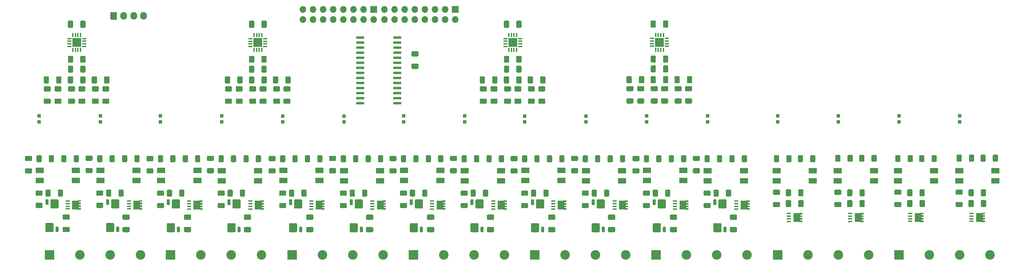
<source format=gbr>
%TF.GenerationSoftware,KiCad,Pcbnew,(5.1.9)-1*%
%TF.CreationDate,2021-05-09T12:40:12+03:00*%
%TF.ProjectId,16ch_fet_board,31366368-5f66-4657-945f-626f6172642e,2.0*%
%TF.SameCoordinates,Original*%
%TF.FileFunction,Soldermask,Top*%
%TF.FilePolarity,Negative*%
%FSLAX46Y46*%
G04 Gerber Fmt 4.6, Leading zero omitted, Abs format (unit mm)*
G04 Created by KiCad (PCBNEW (5.1.9)-1) date 2021-05-09 12:40:12*
%MOMM*%
%LPD*%
G01*
G04 APERTURE LIST*
%ADD10O,1.700000X1.700000*%
%ADD11R,1.700000X1.700000*%
%ADD12R,0.950000X0.950000*%
%ADD13C,0.100000*%
%ADD14R,0.990000X0.405000*%
%ADD15R,2.160000X2.160000*%
%ADD16R,0.990000X0.340000*%
%ADD17R,0.340000X0.990000*%
%ADD18C,2.400000*%
%ADD19R,2.400000X2.400000*%
%ADD20O,1.700000X1.950000*%
%ADD21R,2.100000X1.450000*%
G04 APERTURE END LIST*
%TO.C,R98*%
G36*
G01*
X48005000Y-110580000D02*
X48385000Y-110580000D01*
G75*
G02*
X48575000Y-110770000I0J-190000D01*
G01*
X48575000Y-111790000D01*
G75*
G02*
X48385000Y-111980000I-190000J0D01*
G01*
X48005000Y-111980000D01*
G75*
G02*
X47815000Y-111790000I0J190000D01*
G01*
X47815000Y-110770000D01*
G75*
G02*
X48005000Y-110580000I190000J0D01*
G01*
G37*
G36*
G01*
X45366200Y-103720000D02*
X45943800Y-103720000D01*
G75*
G02*
X46035000Y-103811200I0J-91200D01*
G01*
X46035000Y-105028800D01*
G75*
G02*
X45943800Y-105120000I-91200J0D01*
G01*
X45366200Y-105120000D01*
G75*
G02*
X45275000Y-105028800I0J91200D01*
G01*
X45275000Y-103811200D01*
G75*
G02*
X45366200Y-103720000I91200J0D01*
G01*
G37*
G36*
G01*
X45518600Y-109690000D02*
X47061400Y-109690000D01*
G75*
G02*
X47305000Y-109933600I0J-243600D01*
G01*
X47305000Y-111736400D01*
G75*
G02*
X47061400Y-111980000I-243600J0D01*
G01*
X45518600Y-111980000D01*
G75*
G02*
X45275000Y-111736400I0J243600D01*
G01*
X45275000Y-109933600D01*
G75*
G02*
X45518600Y-109690000I243600J0D01*
G01*
G37*
G36*
G01*
X46788600Y-103720000D02*
X48331400Y-103720000D01*
G75*
G02*
X48575000Y-103963600I0J-243600D01*
G01*
X48575000Y-105766400D01*
G75*
G02*
X48331400Y-106010000I-243600J0D01*
G01*
X46788600Y-106010000D01*
G75*
G02*
X46545000Y-105766400I0J243600D01*
G01*
X46545000Y-103963600D01*
G75*
G02*
X46788600Y-103720000I243600J0D01*
G01*
G37*
%TD*%
%TO.C,R97*%
G36*
G01*
X32765000Y-110580000D02*
X33145000Y-110580000D01*
G75*
G02*
X33335000Y-110770000I0J-190000D01*
G01*
X33335000Y-111790000D01*
G75*
G02*
X33145000Y-111980000I-190000J0D01*
G01*
X32765000Y-111980000D01*
G75*
G02*
X32575000Y-111790000I0J190000D01*
G01*
X32575000Y-110770000D01*
G75*
G02*
X32765000Y-110580000I190000J0D01*
G01*
G37*
G36*
G01*
X30126200Y-103720000D02*
X30703800Y-103720000D01*
G75*
G02*
X30795000Y-103811200I0J-91200D01*
G01*
X30795000Y-105028800D01*
G75*
G02*
X30703800Y-105120000I-91200J0D01*
G01*
X30126200Y-105120000D01*
G75*
G02*
X30035000Y-105028800I0J91200D01*
G01*
X30035000Y-103811200D01*
G75*
G02*
X30126200Y-103720000I91200J0D01*
G01*
G37*
G36*
G01*
X30278600Y-109690000D02*
X31821400Y-109690000D01*
G75*
G02*
X32065000Y-109933600I0J-243600D01*
G01*
X32065000Y-111736400D01*
G75*
G02*
X31821400Y-111980000I-243600J0D01*
G01*
X30278600Y-111980000D01*
G75*
G02*
X30035000Y-111736400I0J243600D01*
G01*
X30035000Y-109933600D01*
G75*
G02*
X30278600Y-109690000I243600J0D01*
G01*
G37*
G36*
G01*
X31548600Y-103720000D02*
X33091400Y-103720000D01*
G75*
G02*
X33335000Y-103963600I0J-243600D01*
G01*
X33335000Y-105766400D01*
G75*
G02*
X33091400Y-106010000I-243600J0D01*
G01*
X31548600Y-106010000D01*
G75*
G02*
X31305000Y-105766400I0J243600D01*
G01*
X31305000Y-103963600D01*
G75*
G02*
X31548600Y-103720000I243600J0D01*
G01*
G37*
%TD*%
%TO.C,R50*%
G36*
G01*
X200620000Y-110605000D02*
X201000000Y-110605000D01*
G75*
G02*
X201190000Y-110795000I0J-190000D01*
G01*
X201190000Y-111815000D01*
G75*
G02*
X201000000Y-112005000I-190000J0D01*
G01*
X200620000Y-112005000D01*
G75*
G02*
X200430000Y-111815000I0J190000D01*
G01*
X200430000Y-110795000D01*
G75*
G02*
X200620000Y-110605000I190000J0D01*
G01*
G37*
G36*
G01*
X197981200Y-103745000D02*
X198558800Y-103745000D01*
G75*
G02*
X198650000Y-103836200I0J-91200D01*
G01*
X198650000Y-105053800D01*
G75*
G02*
X198558800Y-105145000I-91200J0D01*
G01*
X197981200Y-105145000D01*
G75*
G02*
X197890000Y-105053800I0J91200D01*
G01*
X197890000Y-103836200D01*
G75*
G02*
X197981200Y-103745000I91200J0D01*
G01*
G37*
G36*
G01*
X198133600Y-109715000D02*
X199676400Y-109715000D01*
G75*
G02*
X199920000Y-109958600I0J-243600D01*
G01*
X199920000Y-111761400D01*
G75*
G02*
X199676400Y-112005000I-243600J0D01*
G01*
X198133600Y-112005000D01*
G75*
G02*
X197890000Y-111761400I0J243600D01*
G01*
X197890000Y-109958600D01*
G75*
G02*
X198133600Y-109715000I243600J0D01*
G01*
G37*
G36*
G01*
X199403600Y-103745000D02*
X200946400Y-103745000D01*
G75*
G02*
X201190000Y-103988600I0J-243600D01*
G01*
X201190000Y-105791400D01*
G75*
G02*
X200946400Y-106035000I-243600J0D01*
G01*
X199403600Y-106035000D01*
G75*
G02*
X199160000Y-105791400I0J243600D01*
G01*
X199160000Y-103988600D01*
G75*
G02*
X199403600Y-103745000I243600J0D01*
G01*
G37*
%TD*%
%TO.C,R49*%
G36*
G01*
X185380000Y-110605000D02*
X185760000Y-110605000D01*
G75*
G02*
X185950000Y-110795000I0J-190000D01*
G01*
X185950000Y-111815000D01*
G75*
G02*
X185760000Y-112005000I-190000J0D01*
G01*
X185380000Y-112005000D01*
G75*
G02*
X185190000Y-111815000I0J190000D01*
G01*
X185190000Y-110795000D01*
G75*
G02*
X185380000Y-110605000I190000J0D01*
G01*
G37*
G36*
G01*
X182741200Y-103745000D02*
X183318800Y-103745000D01*
G75*
G02*
X183410000Y-103836200I0J-91200D01*
G01*
X183410000Y-105053800D01*
G75*
G02*
X183318800Y-105145000I-91200J0D01*
G01*
X182741200Y-105145000D01*
G75*
G02*
X182650000Y-105053800I0J91200D01*
G01*
X182650000Y-103836200D01*
G75*
G02*
X182741200Y-103745000I91200J0D01*
G01*
G37*
G36*
G01*
X182893600Y-109715000D02*
X184436400Y-109715000D01*
G75*
G02*
X184680000Y-109958600I0J-243600D01*
G01*
X184680000Y-111761400D01*
G75*
G02*
X184436400Y-112005000I-243600J0D01*
G01*
X182893600Y-112005000D01*
G75*
G02*
X182650000Y-111761400I0J243600D01*
G01*
X182650000Y-109958600D01*
G75*
G02*
X182893600Y-109715000I243600J0D01*
G01*
G37*
G36*
G01*
X184163600Y-103745000D02*
X185706400Y-103745000D01*
G75*
G02*
X185950000Y-103988600I0J-243600D01*
G01*
X185950000Y-105791400D01*
G75*
G02*
X185706400Y-106035000I-243600J0D01*
G01*
X184163600Y-106035000D01*
G75*
G02*
X183920000Y-105791400I0J243600D01*
G01*
X183920000Y-103988600D01*
G75*
G02*
X184163600Y-103745000I243600J0D01*
G01*
G37*
%TD*%
%TO.C,R40*%
G36*
G01*
X170010000Y-110615000D02*
X170390000Y-110615000D01*
G75*
G02*
X170580000Y-110805000I0J-190000D01*
G01*
X170580000Y-111825000D01*
G75*
G02*
X170390000Y-112015000I-190000J0D01*
G01*
X170010000Y-112015000D01*
G75*
G02*
X169820000Y-111825000I0J190000D01*
G01*
X169820000Y-110805000D01*
G75*
G02*
X170010000Y-110615000I190000J0D01*
G01*
G37*
G36*
G01*
X167371200Y-103755000D02*
X167948800Y-103755000D01*
G75*
G02*
X168040000Y-103846200I0J-91200D01*
G01*
X168040000Y-105063800D01*
G75*
G02*
X167948800Y-105155000I-91200J0D01*
G01*
X167371200Y-105155000D01*
G75*
G02*
X167280000Y-105063800I0J91200D01*
G01*
X167280000Y-103846200D01*
G75*
G02*
X167371200Y-103755000I91200J0D01*
G01*
G37*
G36*
G01*
X167523600Y-109725000D02*
X169066400Y-109725000D01*
G75*
G02*
X169310000Y-109968600I0J-243600D01*
G01*
X169310000Y-111771400D01*
G75*
G02*
X169066400Y-112015000I-243600J0D01*
G01*
X167523600Y-112015000D01*
G75*
G02*
X167280000Y-111771400I0J243600D01*
G01*
X167280000Y-109968600D01*
G75*
G02*
X167523600Y-109725000I243600J0D01*
G01*
G37*
G36*
G01*
X168793600Y-103755000D02*
X170336400Y-103755000D01*
G75*
G02*
X170580000Y-103998600I0J-243600D01*
G01*
X170580000Y-105801400D01*
G75*
G02*
X170336400Y-106045000I-243600J0D01*
G01*
X168793600Y-106045000D01*
G75*
G02*
X168550000Y-105801400I0J243600D01*
G01*
X168550000Y-103998600D01*
G75*
G02*
X168793600Y-103755000I243600J0D01*
G01*
G37*
%TD*%
%TO.C,R39*%
G36*
G01*
X154770000Y-110615000D02*
X155150000Y-110615000D01*
G75*
G02*
X155340000Y-110805000I0J-190000D01*
G01*
X155340000Y-111825000D01*
G75*
G02*
X155150000Y-112015000I-190000J0D01*
G01*
X154770000Y-112015000D01*
G75*
G02*
X154580000Y-111825000I0J190000D01*
G01*
X154580000Y-110805000D01*
G75*
G02*
X154770000Y-110615000I190000J0D01*
G01*
G37*
G36*
G01*
X152131200Y-103755000D02*
X152708800Y-103755000D01*
G75*
G02*
X152800000Y-103846200I0J-91200D01*
G01*
X152800000Y-105063800D01*
G75*
G02*
X152708800Y-105155000I-91200J0D01*
G01*
X152131200Y-105155000D01*
G75*
G02*
X152040000Y-105063800I0J91200D01*
G01*
X152040000Y-103846200D01*
G75*
G02*
X152131200Y-103755000I91200J0D01*
G01*
G37*
G36*
G01*
X152283600Y-109725000D02*
X153826400Y-109725000D01*
G75*
G02*
X154070000Y-109968600I0J-243600D01*
G01*
X154070000Y-111771400D01*
G75*
G02*
X153826400Y-112015000I-243600J0D01*
G01*
X152283600Y-112015000D01*
G75*
G02*
X152040000Y-111771400I0J243600D01*
G01*
X152040000Y-109968600D01*
G75*
G02*
X152283600Y-109725000I243600J0D01*
G01*
G37*
G36*
G01*
X153553600Y-103755000D02*
X155096400Y-103755000D01*
G75*
G02*
X155340000Y-103998600I0J-243600D01*
G01*
X155340000Y-105801400D01*
G75*
G02*
X155096400Y-106045000I-243600J0D01*
G01*
X153553600Y-106045000D01*
G75*
G02*
X153310000Y-105801400I0J243600D01*
G01*
X153310000Y-103998600D01*
G75*
G02*
X153553600Y-103755000I243600J0D01*
G01*
G37*
%TD*%
%TO.C,R30*%
G36*
G01*
X139580000Y-110605000D02*
X139960000Y-110605000D01*
G75*
G02*
X140150000Y-110795000I0J-190000D01*
G01*
X140150000Y-111815000D01*
G75*
G02*
X139960000Y-112005000I-190000J0D01*
G01*
X139580000Y-112005000D01*
G75*
G02*
X139390000Y-111815000I0J190000D01*
G01*
X139390000Y-110795000D01*
G75*
G02*
X139580000Y-110605000I190000J0D01*
G01*
G37*
G36*
G01*
X136941200Y-103745000D02*
X137518800Y-103745000D01*
G75*
G02*
X137610000Y-103836200I0J-91200D01*
G01*
X137610000Y-105053800D01*
G75*
G02*
X137518800Y-105145000I-91200J0D01*
G01*
X136941200Y-105145000D01*
G75*
G02*
X136850000Y-105053800I0J91200D01*
G01*
X136850000Y-103836200D01*
G75*
G02*
X136941200Y-103745000I91200J0D01*
G01*
G37*
G36*
G01*
X137093600Y-109715000D02*
X138636400Y-109715000D01*
G75*
G02*
X138880000Y-109958600I0J-243600D01*
G01*
X138880000Y-111761400D01*
G75*
G02*
X138636400Y-112005000I-243600J0D01*
G01*
X137093600Y-112005000D01*
G75*
G02*
X136850000Y-111761400I0J243600D01*
G01*
X136850000Y-109958600D01*
G75*
G02*
X137093600Y-109715000I243600J0D01*
G01*
G37*
G36*
G01*
X138363600Y-103745000D02*
X139906400Y-103745000D01*
G75*
G02*
X140150000Y-103988600I0J-243600D01*
G01*
X140150000Y-105791400D01*
G75*
G02*
X139906400Y-106035000I-243600J0D01*
G01*
X138363600Y-106035000D01*
G75*
G02*
X138120000Y-105791400I0J243600D01*
G01*
X138120000Y-103988600D01*
G75*
G02*
X138363600Y-103745000I243600J0D01*
G01*
G37*
%TD*%
%TO.C,R29*%
G36*
G01*
X124340000Y-110605000D02*
X124720000Y-110605000D01*
G75*
G02*
X124910000Y-110795000I0J-190000D01*
G01*
X124910000Y-111815000D01*
G75*
G02*
X124720000Y-112005000I-190000J0D01*
G01*
X124340000Y-112005000D01*
G75*
G02*
X124150000Y-111815000I0J190000D01*
G01*
X124150000Y-110795000D01*
G75*
G02*
X124340000Y-110605000I190000J0D01*
G01*
G37*
G36*
G01*
X121701200Y-103745000D02*
X122278800Y-103745000D01*
G75*
G02*
X122370000Y-103836200I0J-91200D01*
G01*
X122370000Y-105053800D01*
G75*
G02*
X122278800Y-105145000I-91200J0D01*
G01*
X121701200Y-105145000D01*
G75*
G02*
X121610000Y-105053800I0J91200D01*
G01*
X121610000Y-103836200D01*
G75*
G02*
X121701200Y-103745000I91200J0D01*
G01*
G37*
G36*
G01*
X121853600Y-109715000D02*
X123396400Y-109715000D01*
G75*
G02*
X123640000Y-109958600I0J-243600D01*
G01*
X123640000Y-111761400D01*
G75*
G02*
X123396400Y-112005000I-243600J0D01*
G01*
X121853600Y-112005000D01*
G75*
G02*
X121610000Y-111761400I0J243600D01*
G01*
X121610000Y-109958600D01*
G75*
G02*
X121853600Y-109715000I243600J0D01*
G01*
G37*
G36*
G01*
X123123600Y-103745000D02*
X124666400Y-103745000D01*
G75*
G02*
X124910000Y-103988600I0J-243600D01*
G01*
X124910000Y-105791400D01*
G75*
G02*
X124666400Y-106035000I-243600J0D01*
G01*
X123123600Y-106035000D01*
G75*
G02*
X122880000Y-105791400I0J243600D01*
G01*
X122880000Y-103988600D01*
G75*
G02*
X123123600Y-103745000I243600J0D01*
G01*
G37*
%TD*%
%TO.C,R20*%
G36*
G01*
X109210000Y-110615000D02*
X109590000Y-110615000D01*
G75*
G02*
X109780000Y-110805000I0J-190000D01*
G01*
X109780000Y-111825000D01*
G75*
G02*
X109590000Y-112015000I-190000J0D01*
G01*
X109210000Y-112015000D01*
G75*
G02*
X109020000Y-111825000I0J190000D01*
G01*
X109020000Y-110805000D01*
G75*
G02*
X109210000Y-110615000I190000J0D01*
G01*
G37*
G36*
G01*
X106571200Y-103755000D02*
X107148800Y-103755000D01*
G75*
G02*
X107240000Y-103846200I0J-91200D01*
G01*
X107240000Y-105063800D01*
G75*
G02*
X107148800Y-105155000I-91200J0D01*
G01*
X106571200Y-105155000D01*
G75*
G02*
X106480000Y-105063800I0J91200D01*
G01*
X106480000Y-103846200D01*
G75*
G02*
X106571200Y-103755000I91200J0D01*
G01*
G37*
G36*
G01*
X106723600Y-109725000D02*
X108266400Y-109725000D01*
G75*
G02*
X108510000Y-109968600I0J-243600D01*
G01*
X108510000Y-111771400D01*
G75*
G02*
X108266400Y-112015000I-243600J0D01*
G01*
X106723600Y-112015000D01*
G75*
G02*
X106480000Y-111771400I0J243600D01*
G01*
X106480000Y-109968600D01*
G75*
G02*
X106723600Y-109725000I243600J0D01*
G01*
G37*
G36*
G01*
X107993600Y-103755000D02*
X109536400Y-103755000D01*
G75*
G02*
X109780000Y-103998600I0J-243600D01*
G01*
X109780000Y-105801400D01*
G75*
G02*
X109536400Y-106045000I-243600J0D01*
G01*
X107993600Y-106045000D01*
G75*
G02*
X107750000Y-105801400I0J243600D01*
G01*
X107750000Y-103998600D01*
G75*
G02*
X107993600Y-103755000I243600J0D01*
G01*
G37*
%TD*%
%TO.C,R19*%
G36*
G01*
X93970000Y-110615000D02*
X94350000Y-110615000D01*
G75*
G02*
X94540000Y-110805000I0J-190000D01*
G01*
X94540000Y-111825000D01*
G75*
G02*
X94350000Y-112015000I-190000J0D01*
G01*
X93970000Y-112015000D01*
G75*
G02*
X93780000Y-111825000I0J190000D01*
G01*
X93780000Y-110805000D01*
G75*
G02*
X93970000Y-110615000I190000J0D01*
G01*
G37*
G36*
G01*
X91331200Y-103755000D02*
X91908800Y-103755000D01*
G75*
G02*
X92000000Y-103846200I0J-91200D01*
G01*
X92000000Y-105063800D01*
G75*
G02*
X91908800Y-105155000I-91200J0D01*
G01*
X91331200Y-105155000D01*
G75*
G02*
X91240000Y-105063800I0J91200D01*
G01*
X91240000Y-103846200D01*
G75*
G02*
X91331200Y-103755000I91200J0D01*
G01*
G37*
G36*
G01*
X91483600Y-109725000D02*
X93026400Y-109725000D01*
G75*
G02*
X93270000Y-109968600I0J-243600D01*
G01*
X93270000Y-111771400D01*
G75*
G02*
X93026400Y-112015000I-243600J0D01*
G01*
X91483600Y-112015000D01*
G75*
G02*
X91240000Y-111771400I0J243600D01*
G01*
X91240000Y-109968600D01*
G75*
G02*
X91483600Y-109725000I243600J0D01*
G01*
G37*
G36*
G01*
X92753600Y-103755000D02*
X94296400Y-103755000D01*
G75*
G02*
X94540000Y-103998600I0J-243600D01*
G01*
X94540000Y-105801400D01*
G75*
G02*
X94296400Y-106045000I-243600J0D01*
G01*
X92753600Y-106045000D01*
G75*
G02*
X92510000Y-105801400I0J243600D01*
G01*
X92510000Y-103998600D01*
G75*
G02*
X92753600Y-103755000I243600J0D01*
G01*
G37*
%TD*%
%TO.C,R10*%
G36*
G01*
X78510000Y-110605000D02*
X78890000Y-110605000D01*
G75*
G02*
X79080000Y-110795000I0J-190000D01*
G01*
X79080000Y-111815000D01*
G75*
G02*
X78890000Y-112005000I-190000J0D01*
G01*
X78510000Y-112005000D01*
G75*
G02*
X78320000Y-111815000I0J190000D01*
G01*
X78320000Y-110795000D01*
G75*
G02*
X78510000Y-110605000I190000J0D01*
G01*
G37*
G36*
G01*
X75871200Y-103745000D02*
X76448800Y-103745000D01*
G75*
G02*
X76540000Y-103836200I0J-91200D01*
G01*
X76540000Y-105053800D01*
G75*
G02*
X76448800Y-105145000I-91200J0D01*
G01*
X75871200Y-105145000D01*
G75*
G02*
X75780000Y-105053800I0J91200D01*
G01*
X75780000Y-103836200D01*
G75*
G02*
X75871200Y-103745000I91200J0D01*
G01*
G37*
G36*
G01*
X76023600Y-109715000D02*
X77566400Y-109715000D01*
G75*
G02*
X77810000Y-109958600I0J-243600D01*
G01*
X77810000Y-111761400D01*
G75*
G02*
X77566400Y-112005000I-243600J0D01*
G01*
X76023600Y-112005000D01*
G75*
G02*
X75780000Y-111761400I0J243600D01*
G01*
X75780000Y-109958600D01*
G75*
G02*
X76023600Y-109715000I243600J0D01*
G01*
G37*
G36*
G01*
X77293600Y-103745000D02*
X78836400Y-103745000D01*
G75*
G02*
X79080000Y-103988600I0J-243600D01*
G01*
X79080000Y-105791400D01*
G75*
G02*
X78836400Y-106035000I-243600J0D01*
G01*
X77293600Y-106035000D01*
G75*
G02*
X77050000Y-105791400I0J243600D01*
G01*
X77050000Y-103988600D01*
G75*
G02*
X77293600Y-103745000I243600J0D01*
G01*
G37*
%TD*%
%TO.C,R9*%
G36*
G01*
X63270000Y-110605000D02*
X63650000Y-110605000D01*
G75*
G02*
X63840000Y-110795000I0J-190000D01*
G01*
X63840000Y-111815000D01*
G75*
G02*
X63650000Y-112005000I-190000J0D01*
G01*
X63270000Y-112005000D01*
G75*
G02*
X63080000Y-111815000I0J190000D01*
G01*
X63080000Y-110795000D01*
G75*
G02*
X63270000Y-110605000I190000J0D01*
G01*
G37*
G36*
G01*
X60631200Y-103745000D02*
X61208800Y-103745000D01*
G75*
G02*
X61300000Y-103836200I0J-91200D01*
G01*
X61300000Y-105053800D01*
G75*
G02*
X61208800Y-105145000I-91200J0D01*
G01*
X60631200Y-105145000D01*
G75*
G02*
X60540000Y-105053800I0J91200D01*
G01*
X60540000Y-103836200D01*
G75*
G02*
X60631200Y-103745000I91200J0D01*
G01*
G37*
G36*
G01*
X60783600Y-109715000D02*
X62326400Y-109715000D01*
G75*
G02*
X62570000Y-109958600I0J-243600D01*
G01*
X62570000Y-111761400D01*
G75*
G02*
X62326400Y-112005000I-243600J0D01*
G01*
X60783600Y-112005000D01*
G75*
G02*
X60540000Y-111761400I0J243600D01*
G01*
X60540000Y-109958600D01*
G75*
G02*
X60783600Y-109715000I243600J0D01*
G01*
G37*
G36*
G01*
X62053600Y-103745000D02*
X63596400Y-103745000D01*
G75*
G02*
X63840000Y-103988600I0J-243600D01*
G01*
X63840000Y-105791400D01*
G75*
G02*
X63596400Y-106035000I-243600J0D01*
G01*
X62053600Y-106035000D01*
G75*
G02*
X61810000Y-105791400I0J243600D01*
G01*
X61810000Y-103988600D01*
G75*
G02*
X62053600Y-103745000I243600J0D01*
G01*
G37*
%TD*%
D10*
%TO.C,SW2*%
X120300000Y-56000000D03*
X130460000Y-56000000D03*
X127920000Y-56000000D03*
X115220000Y-56000000D03*
X133000000Y-58540000D03*
X125380000Y-56000000D03*
X115220000Y-58540000D03*
X130460000Y-58540000D03*
D11*
X133000000Y-56000000D03*
D10*
X127920000Y-58540000D03*
X120300000Y-58540000D03*
X125380000Y-58540000D03*
X122840000Y-58540000D03*
X117760000Y-58540000D03*
X122840000Y-56000000D03*
X117760000Y-56000000D03*
%TD*%
%TO.C,SW1*%
X94720000Y-58540000D03*
X94720000Y-56000000D03*
X97260000Y-58540000D03*
X97260000Y-56000000D03*
X99800000Y-58540000D03*
X99800000Y-56000000D03*
X102340000Y-58540000D03*
X102340000Y-56000000D03*
X104880000Y-58540000D03*
X104880000Y-56000000D03*
X107420000Y-58540000D03*
X107420000Y-56000000D03*
X109960000Y-58540000D03*
X109960000Y-56000000D03*
X112500000Y-58540000D03*
D11*
X112500000Y-56000000D03*
%TD*%
D12*
%TO.C,D3*%
X89655000Y-84285000D03*
X89655000Y-82785000D03*
%TD*%
D13*
%TO.C,Q16*%
G36*
X176385000Y-104397500D02*
G01*
X175875000Y-104397500D01*
X175875000Y-104652500D01*
X176385000Y-104652500D01*
X176385000Y-105057500D01*
X175875000Y-105057500D01*
X175875000Y-105312500D01*
X176385000Y-105312500D01*
X176385000Y-105717500D01*
X175875000Y-105717500D01*
X175875000Y-105972500D01*
X176385000Y-105972500D01*
X176385000Y-106380000D01*
X175625000Y-106380000D01*
X175625000Y-106302500D01*
X174150000Y-106302500D01*
X174150000Y-104067500D01*
X175625000Y-104067500D01*
X175625000Y-103990000D01*
X176385000Y-103990000D01*
X176385000Y-104397500D01*
G37*
D14*
X173020000Y-106175000D03*
X173020000Y-105515000D03*
X173020000Y-104855000D03*
X173020000Y-104195000D03*
%TD*%
D13*
%TO.C,Q15*%
G36*
X160985000Y-104397500D02*
G01*
X160475000Y-104397500D01*
X160475000Y-104652500D01*
X160985000Y-104652500D01*
X160985000Y-105057500D01*
X160475000Y-105057500D01*
X160475000Y-105312500D01*
X160985000Y-105312500D01*
X160985000Y-105717500D01*
X160475000Y-105717500D01*
X160475000Y-105972500D01*
X160985000Y-105972500D01*
X160985000Y-106380000D01*
X160225000Y-106380000D01*
X160225000Y-106302500D01*
X158750000Y-106302500D01*
X158750000Y-104067500D01*
X160225000Y-104067500D01*
X160225000Y-103990000D01*
X160985000Y-103990000D01*
X160985000Y-104397500D01*
G37*
D14*
X157620000Y-106175000D03*
X157620000Y-105515000D03*
X157620000Y-104855000D03*
X157620000Y-104195000D03*
%TD*%
D13*
%TO.C,Q14*%
G36*
X54380000Y-104362500D02*
G01*
X53870000Y-104362500D01*
X53870000Y-104617500D01*
X54380000Y-104617500D01*
X54380000Y-105022500D01*
X53870000Y-105022500D01*
X53870000Y-105277500D01*
X54380000Y-105277500D01*
X54380000Y-105682500D01*
X53870000Y-105682500D01*
X53870000Y-105937500D01*
X54380000Y-105937500D01*
X54380000Y-106345000D01*
X53620000Y-106345000D01*
X53620000Y-106267500D01*
X52145000Y-106267500D01*
X52145000Y-104032500D01*
X53620000Y-104032500D01*
X53620000Y-103955000D01*
X54380000Y-103955000D01*
X54380000Y-104362500D01*
G37*
D14*
X51015000Y-106140000D03*
X51015000Y-105480000D03*
X51015000Y-104820000D03*
X51015000Y-104160000D03*
%TD*%
D13*
%TO.C,Q13*%
G36*
X38980000Y-104362500D02*
G01*
X38470000Y-104362500D01*
X38470000Y-104617500D01*
X38980000Y-104617500D01*
X38980000Y-105022500D01*
X38470000Y-105022500D01*
X38470000Y-105277500D01*
X38980000Y-105277500D01*
X38980000Y-105682500D01*
X38470000Y-105682500D01*
X38470000Y-105937500D01*
X38980000Y-105937500D01*
X38980000Y-106345000D01*
X38220000Y-106345000D01*
X38220000Y-106267500D01*
X36745000Y-106267500D01*
X36745000Y-104032500D01*
X38220000Y-104032500D01*
X38220000Y-103955000D01*
X38980000Y-103955000D01*
X38980000Y-104362500D01*
G37*
D14*
X35615000Y-106140000D03*
X35615000Y-105480000D03*
X35615000Y-104820000D03*
X35615000Y-104160000D03*
%TD*%
D13*
%TO.C,Q12*%
G36*
X84885000Y-104387500D02*
G01*
X84375000Y-104387500D01*
X84375000Y-104642500D01*
X84885000Y-104642500D01*
X84885000Y-105047500D01*
X84375000Y-105047500D01*
X84375000Y-105302500D01*
X84885000Y-105302500D01*
X84885000Y-105707500D01*
X84375000Y-105707500D01*
X84375000Y-105962500D01*
X84885000Y-105962500D01*
X84885000Y-106370000D01*
X84125000Y-106370000D01*
X84125000Y-106292500D01*
X82650000Y-106292500D01*
X82650000Y-104057500D01*
X84125000Y-104057500D01*
X84125000Y-103980000D01*
X84885000Y-103980000D01*
X84885000Y-104387500D01*
G37*
D14*
X81520000Y-106165000D03*
X81520000Y-105505000D03*
X81520000Y-104845000D03*
X81520000Y-104185000D03*
%TD*%
D13*
%TO.C,Q11*%
G36*
X69485000Y-104387500D02*
G01*
X68975000Y-104387500D01*
X68975000Y-104642500D01*
X69485000Y-104642500D01*
X69485000Y-105047500D01*
X68975000Y-105047500D01*
X68975000Y-105302500D01*
X69485000Y-105302500D01*
X69485000Y-105707500D01*
X68975000Y-105707500D01*
X68975000Y-105962500D01*
X69485000Y-105962500D01*
X69485000Y-106370000D01*
X68725000Y-106370000D01*
X68725000Y-106292500D01*
X67250000Y-106292500D01*
X67250000Y-104057500D01*
X68725000Y-104057500D01*
X68725000Y-103980000D01*
X69485000Y-103980000D01*
X69485000Y-104387500D01*
G37*
D14*
X66120000Y-106165000D03*
X66120000Y-105505000D03*
X66120000Y-104845000D03*
X66120000Y-104185000D03*
%TD*%
D13*
%TO.C,Q10*%
G36*
X115585000Y-104397500D02*
G01*
X115075000Y-104397500D01*
X115075000Y-104652500D01*
X115585000Y-104652500D01*
X115585000Y-105057500D01*
X115075000Y-105057500D01*
X115075000Y-105312500D01*
X115585000Y-105312500D01*
X115585000Y-105717500D01*
X115075000Y-105717500D01*
X115075000Y-105972500D01*
X115585000Y-105972500D01*
X115585000Y-106380000D01*
X114825000Y-106380000D01*
X114825000Y-106302500D01*
X113350000Y-106302500D01*
X113350000Y-104067500D01*
X114825000Y-104067500D01*
X114825000Y-103990000D01*
X115585000Y-103990000D01*
X115585000Y-104397500D01*
G37*
D14*
X112220000Y-106175000D03*
X112220000Y-105515000D03*
X112220000Y-104855000D03*
X112220000Y-104195000D03*
%TD*%
D13*
%TO.C,Q9*%
G36*
X100185000Y-104397500D02*
G01*
X99675000Y-104397500D01*
X99675000Y-104652500D01*
X100185000Y-104652500D01*
X100185000Y-105057500D01*
X99675000Y-105057500D01*
X99675000Y-105312500D01*
X100185000Y-105312500D01*
X100185000Y-105717500D01*
X99675000Y-105717500D01*
X99675000Y-105972500D01*
X100185000Y-105972500D01*
X100185000Y-106380000D01*
X99425000Y-106380000D01*
X99425000Y-106302500D01*
X97950000Y-106302500D01*
X97950000Y-104067500D01*
X99425000Y-104067500D01*
X99425000Y-103990000D01*
X100185000Y-103990000D01*
X100185000Y-104397500D01*
G37*
D14*
X96820000Y-106175000D03*
X96820000Y-105515000D03*
X96820000Y-104855000D03*
X96820000Y-104195000D03*
%TD*%
D13*
%TO.C,Q8*%
G36*
X266120000Y-107492500D02*
G01*
X265610000Y-107492500D01*
X265610000Y-107747500D01*
X266120000Y-107747500D01*
X266120000Y-108152500D01*
X265610000Y-108152500D01*
X265610000Y-108407500D01*
X266120000Y-108407500D01*
X266120000Y-108812500D01*
X265610000Y-108812500D01*
X265610000Y-109067500D01*
X266120000Y-109067500D01*
X266120000Y-109475000D01*
X265360000Y-109475000D01*
X265360000Y-109397500D01*
X263885000Y-109397500D01*
X263885000Y-107162500D01*
X265360000Y-107162500D01*
X265360000Y-107085000D01*
X266120000Y-107085000D01*
X266120000Y-107492500D01*
G37*
D14*
X262755000Y-109270000D03*
X262755000Y-108610000D03*
X262755000Y-107950000D03*
X262755000Y-107290000D03*
%TD*%
D13*
%TO.C,Q7*%
G36*
X250720000Y-107492500D02*
G01*
X250210000Y-107492500D01*
X250210000Y-107747500D01*
X250720000Y-107747500D01*
X250720000Y-108152500D01*
X250210000Y-108152500D01*
X250210000Y-108407500D01*
X250720000Y-108407500D01*
X250720000Y-108812500D01*
X250210000Y-108812500D01*
X250210000Y-109067500D01*
X250720000Y-109067500D01*
X250720000Y-109475000D01*
X249960000Y-109475000D01*
X249960000Y-109397500D01*
X248485000Y-109397500D01*
X248485000Y-107162500D01*
X249960000Y-107162500D01*
X249960000Y-107085000D01*
X250720000Y-107085000D01*
X250720000Y-107492500D01*
G37*
D14*
X247355000Y-109270000D03*
X247355000Y-108610000D03*
X247355000Y-107950000D03*
X247355000Y-107290000D03*
%TD*%
D13*
%TO.C,Q6*%
G36*
X235630000Y-107512500D02*
G01*
X235120000Y-107512500D01*
X235120000Y-107767500D01*
X235630000Y-107767500D01*
X235630000Y-108172500D01*
X235120000Y-108172500D01*
X235120000Y-108427500D01*
X235630000Y-108427500D01*
X235630000Y-108832500D01*
X235120000Y-108832500D01*
X235120000Y-109087500D01*
X235630000Y-109087500D01*
X235630000Y-109495000D01*
X234870000Y-109495000D01*
X234870000Y-109417500D01*
X233395000Y-109417500D01*
X233395000Y-107182500D01*
X234870000Y-107182500D01*
X234870000Y-107105000D01*
X235630000Y-107105000D01*
X235630000Y-107512500D01*
G37*
D14*
X232265000Y-109290000D03*
X232265000Y-108630000D03*
X232265000Y-107970000D03*
X232265000Y-107310000D03*
%TD*%
D13*
%TO.C,Q5*%
G36*
X220230000Y-107512500D02*
G01*
X219720000Y-107512500D01*
X219720000Y-107767500D01*
X220230000Y-107767500D01*
X220230000Y-108172500D01*
X219720000Y-108172500D01*
X219720000Y-108427500D01*
X220230000Y-108427500D01*
X220230000Y-108832500D01*
X219720000Y-108832500D01*
X219720000Y-109087500D01*
X220230000Y-109087500D01*
X220230000Y-109495000D01*
X219470000Y-109495000D01*
X219470000Y-109417500D01*
X217995000Y-109417500D01*
X217995000Y-107182500D01*
X219470000Y-107182500D01*
X219470000Y-107105000D01*
X220230000Y-107105000D01*
X220230000Y-107512500D01*
G37*
D14*
X216865000Y-109290000D03*
X216865000Y-108630000D03*
X216865000Y-107970000D03*
X216865000Y-107310000D03*
%TD*%
D13*
%TO.C,Q4*%
G36*
X206995000Y-104387500D02*
G01*
X206485000Y-104387500D01*
X206485000Y-104642500D01*
X206995000Y-104642500D01*
X206995000Y-105047500D01*
X206485000Y-105047500D01*
X206485000Y-105302500D01*
X206995000Y-105302500D01*
X206995000Y-105707500D01*
X206485000Y-105707500D01*
X206485000Y-105962500D01*
X206995000Y-105962500D01*
X206995000Y-106370000D01*
X206235000Y-106370000D01*
X206235000Y-106292500D01*
X204760000Y-106292500D01*
X204760000Y-104057500D01*
X206235000Y-104057500D01*
X206235000Y-103980000D01*
X206995000Y-103980000D01*
X206995000Y-104387500D01*
G37*
D14*
X203630000Y-106165000D03*
X203630000Y-105505000D03*
X203630000Y-104845000D03*
X203630000Y-104185000D03*
%TD*%
D13*
%TO.C,Q3*%
G36*
X191595000Y-104387500D02*
G01*
X191085000Y-104387500D01*
X191085000Y-104642500D01*
X191595000Y-104642500D01*
X191595000Y-105047500D01*
X191085000Y-105047500D01*
X191085000Y-105302500D01*
X191595000Y-105302500D01*
X191595000Y-105707500D01*
X191085000Y-105707500D01*
X191085000Y-105962500D01*
X191595000Y-105962500D01*
X191595000Y-106370000D01*
X190835000Y-106370000D01*
X190835000Y-106292500D01*
X189360000Y-106292500D01*
X189360000Y-104057500D01*
X190835000Y-104057500D01*
X190835000Y-103980000D01*
X191595000Y-103980000D01*
X191595000Y-104387500D01*
G37*
D14*
X188230000Y-106165000D03*
X188230000Y-105505000D03*
X188230000Y-104845000D03*
X188230000Y-104185000D03*
%TD*%
D13*
%TO.C,Q2*%
G36*
X145955000Y-104387500D02*
G01*
X145445000Y-104387500D01*
X145445000Y-104642500D01*
X145955000Y-104642500D01*
X145955000Y-105047500D01*
X145445000Y-105047500D01*
X145445000Y-105302500D01*
X145955000Y-105302500D01*
X145955000Y-105707500D01*
X145445000Y-105707500D01*
X145445000Y-105962500D01*
X145955000Y-105962500D01*
X145955000Y-106370000D01*
X145195000Y-106370000D01*
X145195000Y-106292500D01*
X143720000Y-106292500D01*
X143720000Y-104057500D01*
X145195000Y-104057500D01*
X145195000Y-103980000D01*
X145955000Y-103980000D01*
X145955000Y-104387500D01*
G37*
D14*
X142590000Y-106165000D03*
X142590000Y-105505000D03*
X142590000Y-104845000D03*
X142590000Y-104185000D03*
%TD*%
D13*
%TO.C,Q1*%
G36*
X130555000Y-104387500D02*
G01*
X130045000Y-104387500D01*
X130045000Y-104642500D01*
X130555000Y-104642500D01*
X130555000Y-105047500D01*
X130045000Y-105047500D01*
X130045000Y-105302500D01*
X130555000Y-105302500D01*
X130555000Y-105707500D01*
X130045000Y-105707500D01*
X130045000Y-105962500D01*
X130555000Y-105962500D01*
X130555000Y-106370000D01*
X129795000Y-106370000D01*
X129795000Y-106292500D01*
X128320000Y-106292500D01*
X128320000Y-104057500D01*
X129795000Y-104057500D01*
X129795000Y-103980000D01*
X130555000Y-103980000D01*
X130555000Y-104387500D01*
G37*
D14*
X127190000Y-106165000D03*
X127190000Y-105505000D03*
X127190000Y-104845000D03*
X127190000Y-104185000D03*
%TD*%
D15*
%TO.C,U5*%
X37900000Y-64300000D03*
D16*
X36040000Y-65275000D03*
X36040000Y-64625000D03*
X36040000Y-63975000D03*
X36040000Y-63325000D03*
X39760000Y-63325000D03*
X39760000Y-63975000D03*
X39760000Y-64625000D03*
X39760000Y-65275000D03*
D17*
X38875000Y-66160000D03*
X38225000Y-66160000D03*
X37575000Y-66160000D03*
X36925000Y-66160000D03*
X36925000Y-62440000D03*
X37575000Y-62440000D03*
X38225000Y-62440000D03*
X38875000Y-62440000D03*
%TD*%
D15*
%TO.C,U4*%
X83430000Y-64310000D03*
D16*
X81570000Y-65285000D03*
X81570000Y-64635000D03*
X81570000Y-63985000D03*
X81570000Y-63335000D03*
X85290000Y-63335000D03*
X85290000Y-63985000D03*
X85290000Y-64635000D03*
X85290000Y-65285000D03*
D17*
X84405000Y-66170000D03*
X83755000Y-66170000D03*
X83105000Y-66170000D03*
X82455000Y-66170000D03*
X82455000Y-62450000D03*
X83105000Y-62450000D03*
X83755000Y-62450000D03*
X84405000Y-62450000D03*
%TD*%
D15*
%TO.C,U3*%
X184330000Y-64250000D03*
D16*
X182470000Y-65225000D03*
X182470000Y-64575000D03*
X182470000Y-63925000D03*
X182470000Y-63275000D03*
X186190000Y-63275000D03*
X186190000Y-63925000D03*
X186190000Y-64575000D03*
X186190000Y-65225000D03*
D17*
X185305000Y-66110000D03*
X184655000Y-66110000D03*
X184005000Y-66110000D03*
X183355000Y-66110000D03*
X183355000Y-62390000D03*
X184005000Y-62390000D03*
X184655000Y-62390000D03*
X185305000Y-62390000D03*
%TD*%
D15*
%TO.C,U2*%
X147460000Y-64300000D03*
D16*
X145600000Y-65275000D03*
X145600000Y-64625000D03*
X145600000Y-63975000D03*
X145600000Y-63325000D03*
X149320000Y-63325000D03*
X149320000Y-63975000D03*
X149320000Y-64625000D03*
X149320000Y-65275000D03*
D17*
X148435000Y-66160000D03*
X147785000Y-66160000D03*
X147135000Y-66160000D03*
X146485000Y-66160000D03*
X146485000Y-62440000D03*
X147135000Y-62440000D03*
X147785000Y-62440000D03*
X148435000Y-62440000D03*
%TD*%
%TO.C,U1*%
G36*
G01*
X110175000Y-79405000D02*
X110175000Y-79705000D01*
G75*
G02*
X110025000Y-79855000I-150000J0D01*
G01*
X108275000Y-79855000D01*
G75*
G02*
X108125000Y-79705000I0J150000D01*
G01*
X108125000Y-79405000D01*
G75*
G02*
X108275000Y-79255000I150000J0D01*
G01*
X110025000Y-79255000D01*
G75*
G02*
X110175000Y-79405000I0J-150000D01*
G01*
G37*
G36*
G01*
X110175000Y-78135000D02*
X110175000Y-78435000D01*
G75*
G02*
X110025000Y-78585000I-150000J0D01*
G01*
X108275000Y-78585000D01*
G75*
G02*
X108125000Y-78435000I0J150000D01*
G01*
X108125000Y-78135000D01*
G75*
G02*
X108275000Y-77985000I150000J0D01*
G01*
X110025000Y-77985000D01*
G75*
G02*
X110175000Y-78135000I0J-150000D01*
G01*
G37*
G36*
G01*
X110175000Y-76865000D02*
X110175000Y-77165000D01*
G75*
G02*
X110025000Y-77315000I-150000J0D01*
G01*
X108275000Y-77315000D01*
G75*
G02*
X108125000Y-77165000I0J150000D01*
G01*
X108125000Y-76865000D01*
G75*
G02*
X108275000Y-76715000I150000J0D01*
G01*
X110025000Y-76715000D01*
G75*
G02*
X110175000Y-76865000I0J-150000D01*
G01*
G37*
G36*
G01*
X110175000Y-75595000D02*
X110175000Y-75895000D01*
G75*
G02*
X110025000Y-76045000I-150000J0D01*
G01*
X108275000Y-76045000D01*
G75*
G02*
X108125000Y-75895000I0J150000D01*
G01*
X108125000Y-75595000D01*
G75*
G02*
X108275000Y-75445000I150000J0D01*
G01*
X110025000Y-75445000D01*
G75*
G02*
X110175000Y-75595000I0J-150000D01*
G01*
G37*
G36*
G01*
X110175000Y-74325000D02*
X110175000Y-74625000D01*
G75*
G02*
X110025000Y-74775000I-150000J0D01*
G01*
X108275000Y-74775000D01*
G75*
G02*
X108125000Y-74625000I0J150000D01*
G01*
X108125000Y-74325000D01*
G75*
G02*
X108275000Y-74175000I150000J0D01*
G01*
X110025000Y-74175000D01*
G75*
G02*
X110175000Y-74325000I0J-150000D01*
G01*
G37*
G36*
G01*
X110175000Y-73055000D02*
X110175000Y-73355000D01*
G75*
G02*
X110025000Y-73505000I-150000J0D01*
G01*
X108275000Y-73505000D01*
G75*
G02*
X108125000Y-73355000I0J150000D01*
G01*
X108125000Y-73055000D01*
G75*
G02*
X108275000Y-72905000I150000J0D01*
G01*
X110025000Y-72905000D01*
G75*
G02*
X110175000Y-73055000I0J-150000D01*
G01*
G37*
G36*
G01*
X110175000Y-71785000D02*
X110175000Y-72085000D01*
G75*
G02*
X110025000Y-72235000I-150000J0D01*
G01*
X108275000Y-72235000D01*
G75*
G02*
X108125000Y-72085000I0J150000D01*
G01*
X108125000Y-71785000D01*
G75*
G02*
X108275000Y-71635000I150000J0D01*
G01*
X110025000Y-71635000D01*
G75*
G02*
X110175000Y-71785000I0J-150000D01*
G01*
G37*
G36*
G01*
X110175000Y-70515000D02*
X110175000Y-70815000D01*
G75*
G02*
X110025000Y-70965000I-150000J0D01*
G01*
X108275000Y-70965000D01*
G75*
G02*
X108125000Y-70815000I0J150000D01*
G01*
X108125000Y-70515000D01*
G75*
G02*
X108275000Y-70365000I150000J0D01*
G01*
X110025000Y-70365000D01*
G75*
G02*
X110175000Y-70515000I0J-150000D01*
G01*
G37*
G36*
G01*
X110175000Y-69245000D02*
X110175000Y-69545000D01*
G75*
G02*
X110025000Y-69695000I-150000J0D01*
G01*
X108275000Y-69695000D01*
G75*
G02*
X108125000Y-69545000I0J150000D01*
G01*
X108125000Y-69245000D01*
G75*
G02*
X108275000Y-69095000I150000J0D01*
G01*
X110025000Y-69095000D01*
G75*
G02*
X110175000Y-69245000I0J-150000D01*
G01*
G37*
G36*
G01*
X110175000Y-67975000D02*
X110175000Y-68275000D01*
G75*
G02*
X110025000Y-68425000I-150000J0D01*
G01*
X108275000Y-68425000D01*
G75*
G02*
X108125000Y-68275000I0J150000D01*
G01*
X108125000Y-67975000D01*
G75*
G02*
X108275000Y-67825000I150000J0D01*
G01*
X110025000Y-67825000D01*
G75*
G02*
X110175000Y-67975000I0J-150000D01*
G01*
G37*
G36*
G01*
X110175000Y-66705000D02*
X110175000Y-67005000D01*
G75*
G02*
X110025000Y-67155000I-150000J0D01*
G01*
X108275000Y-67155000D01*
G75*
G02*
X108125000Y-67005000I0J150000D01*
G01*
X108125000Y-66705000D01*
G75*
G02*
X108275000Y-66555000I150000J0D01*
G01*
X110025000Y-66555000D01*
G75*
G02*
X110175000Y-66705000I0J-150000D01*
G01*
G37*
G36*
G01*
X110175000Y-65435000D02*
X110175000Y-65735000D01*
G75*
G02*
X110025000Y-65885000I-150000J0D01*
G01*
X108275000Y-65885000D01*
G75*
G02*
X108125000Y-65735000I0J150000D01*
G01*
X108125000Y-65435000D01*
G75*
G02*
X108275000Y-65285000I150000J0D01*
G01*
X110025000Y-65285000D01*
G75*
G02*
X110175000Y-65435000I0J-150000D01*
G01*
G37*
G36*
G01*
X110175000Y-64165000D02*
X110175000Y-64465000D01*
G75*
G02*
X110025000Y-64615000I-150000J0D01*
G01*
X108275000Y-64615000D01*
G75*
G02*
X108125000Y-64465000I0J150000D01*
G01*
X108125000Y-64165000D01*
G75*
G02*
X108275000Y-64015000I150000J0D01*
G01*
X110025000Y-64015000D01*
G75*
G02*
X110175000Y-64165000I0J-150000D01*
G01*
G37*
G36*
G01*
X110175000Y-62895000D02*
X110175000Y-63195000D01*
G75*
G02*
X110025000Y-63345000I-150000J0D01*
G01*
X108275000Y-63345000D01*
G75*
G02*
X108125000Y-63195000I0J150000D01*
G01*
X108125000Y-62895000D01*
G75*
G02*
X108275000Y-62745000I150000J0D01*
G01*
X110025000Y-62745000D01*
G75*
G02*
X110175000Y-62895000I0J-150000D01*
G01*
G37*
G36*
G01*
X119475000Y-62895000D02*
X119475000Y-63195000D01*
G75*
G02*
X119325000Y-63345000I-150000J0D01*
G01*
X117575000Y-63345000D01*
G75*
G02*
X117425000Y-63195000I0J150000D01*
G01*
X117425000Y-62895000D01*
G75*
G02*
X117575000Y-62745000I150000J0D01*
G01*
X119325000Y-62745000D01*
G75*
G02*
X119475000Y-62895000I0J-150000D01*
G01*
G37*
G36*
G01*
X119475000Y-64165000D02*
X119475000Y-64465000D01*
G75*
G02*
X119325000Y-64615000I-150000J0D01*
G01*
X117575000Y-64615000D01*
G75*
G02*
X117425000Y-64465000I0J150000D01*
G01*
X117425000Y-64165000D01*
G75*
G02*
X117575000Y-64015000I150000J0D01*
G01*
X119325000Y-64015000D01*
G75*
G02*
X119475000Y-64165000I0J-150000D01*
G01*
G37*
G36*
G01*
X119475000Y-65435000D02*
X119475000Y-65735000D01*
G75*
G02*
X119325000Y-65885000I-150000J0D01*
G01*
X117575000Y-65885000D01*
G75*
G02*
X117425000Y-65735000I0J150000D01*
G01*
X117425000Y-65435000D01*
G75*
G02*
X117575000Y-65285000I150000J0D01*
G01*
X119325000Y-65285000D01*
G75*
G02*
X119475000Y-65435000I0J-150000D01*
G01*
G37*
G36*
G01*
X119475000Y-66705000D02*
X119475000Y-67005000D01*
G75*
G02*
X119325000Y-67155000I-150000J0D01*
G01*
X117575000Y-67155000D01*
G75*
G02*
X117425000Y-67005000I0J150000D01*
G01*
X117425000Y-66705000D01*
G75*
G02*
X117575000Y-66555000I150000J0D01*
G01*
X119325000Y-66555000D01*
G75*
G02*
X119475000Y-66705000I0J-150000D01*
G01*
G37*
G36*
G01*
X119475000Y-67975000D02*
X119475000Y-68275000D01*
G75*
G02*
X119325000Y-68425000I-150000J0D01*
G01*
X117575000Y-68425000D01*
G75*
G02*
X117425000Y-68275000I0J150000D01*
G01*
X117425000Y-67975000D01*
G75*
G02*
X117575000Y-67825000I150000J0D01*
G01*
X119325000Y-67825000D01*
G75*
G02*
X119475000Y-67975000I0J-150000D01*
G01*
G37*
G36*
G01*
X119475000Y-69245000D02*
X119475000Y-69545000D01*
G75*
G02*
X119325000Y-69695000I-150000J0D01*
G01*
X117575000Y-69695000D01*
G75*
G02*
X117425000Y-69545000I0J150000D01*
G01*
X117425000Y-69245000D01*
G75*
G02*
X117575000Y-69095000I150000J0D01*
G01*
X119325000Y-69095000D01*
G75*
G02*
X119475000Y-69245000I0J-150000D01*
G01*
G37*
G36*
G01*
X119475000Y-70515000D02*
X119475000Y-70815000D01*
G75*
G02*
X119325000Y-70965000I-150000J0D01*
G01*
X117575000Y-70965000D01*
G75*
G02*
X117425000Y-70815000I0J150000D01*
G01*
X117425000Y-70515000D01*
G75*
G02*
X117575000Y-70365000I150000J0D01*
G01*
X119325000Y-70365000D01*
G75*
G02*
X119475000Y-70515000I0J-150000D01*
G01*
G37*
G36*
G01*
X119475000Y-71785000D02*
X119475000Y-72085000D01*
G75*
G02*
X119325000Y-72235000I-150000J0D01*
G01*
X117575000Y-72235000D01*
G75*
G02*
X117425000Y-72085000I0J150000D01*
G01*
X117425000Y-71785000D01*
G75*
G02*
X117575000Y-71635000I150000J0D01*
G01*
X119325000Y-71635000D01*
G75*
G02*
X119475000Y-71785000I0J-150000D01*
G01*
G37*
G36*
G01*
X119475000Y-73055000D02*
X119475000Y-73355000D01*
G75*
G02*
X119325000Y-73505000I-150000J0D01*
G01*
X117575000Y-73505000D01*
G75*
G02*
X117425000Y-73355000I0J150000D01*
G01*
X117425000Y-73055000D01*
G75*
G02*
X117575000Y-72905000I150000J0D01*
G01*
X119325000Y-72905000D01*
G75*
G02*
X119475000Y-73055000I0J-150000D01*
G01*
G37*
G36*
G01*
X119475000Y-74325000D02*
X119475000Y-74625000D01*
G75*
G02*
X119325000Y-74775000I-150000J0D01*
G01*
X117575000Y-74775000D01*
G75*
G02*
X117425000Y-74625000I0J150000D01*
G01*
X117425000Y-74325000D01*
G75*
G02*
X117575000Y-74175000I150000J0D01*
G01*
X119325000Y-74175000D01*
G75*
G02*
X119475000Y-74325000I0J-150000D01*
G01*
G37*
G36*
G01*
X119475000Y-75595000D02*
X119475000Y-75895000D01*
G75*
G02*
X119325000Y-76045000I-150000J0D01*
G01*
X117575000Y-76045000D01*
G75*
G02*
X117425000Y-75895000I0J150000D01*
G01*
X117425000Y-75595000D01*
G75*
G02*
X117575000Y-75445000I150000J0D01*
G01*
X119325000Y-75445000D01*
G75*
G02*
X119475000Y-75595000I0J-150000D01*
G01*
G37*
G36*
G01*
X119475000Y-76865000D02*
X119475000Y-77165000D01*
G75*
G02*
X119325000Y-77315000I-150000J0D01*
G01*
X117575000Y-77315000D01*
G75*
G02*
X117425000Y-77165000I0J150000D01*
G01*
X117425000Y-76865000D01*
G75*
G02*
X117575000Y-76715000I150000J0D01*
G01*
X119325000Y-76715000D01*
G75*
G02*
X119475000Y-76865000I0J-150000D01*
G01*
G37*
G36*
G01*
X119475000Y-78135000D02*
X119475000Y-78435000D01*
G75*
G02*
X119325000Y-78585000I-150000J0D01*
G01*
X117575000Y-78585000D01*
G75*
G02*
X117425000Y-78435000I0J150000D01*
G01*
X117425000Y-78135000D01*
G75*
G02*
X117575000Y-77985000I150000J0D01*
G01*
X119325000Y-77985000D01*
G75*
G02*
X119475000Y-78135000I0J-150000D01*
G01*
G37*
G36*
G01*
X119475000Y-79405000D02*
X119475000Y-79705000D01*
G75*
G02*
X119325000Y-79855000I-150000J0D01*
G01*
X117575000Y-79855000D01*
G75*
G02*
X117425000Y-79705000I0J150000D01*
G01*
X117425000Y-79405000D01*
G75*
G02*
X117575000Y-79255000I150000J0D01*
G01*
X119325000Y-79255000D01*
G75*
G02*
X119475000Y-79405000I0J-150000D01*
G01*
G37*
%TD*%
%TO.C,Rpu*%
G36*
G01*
X37000000Y-67874999D02*
X37000000Y-69125001D01*
G75*
G02*
X36750001Y-69375000I-249999J0D01*
G01*
X35949999Y-69375000D01*
G75*
G02*
X35700000Y-69125001I0J249999D01*
G01*
X35700000Y-67874999D01*
G75*
G02*
X35949999Y-67625000I249999J0D01*
G01*
X36750001Y-67625000D01*
G75*
G02*
X37000000Y-67874999I0J-249999D01*
G01*
G37*
G36*
G01*
X40100000Y-67874999D02*
X40100000Y-69125001D01*
G75*
G02*
X39850001Y-69375000I-249999J0D01*
G01*
X39049999Y-69375000D01*
G75*
G02*
X38800000Y-69125001I0J249999D01*
G01*
X38800000Y-67874999D01*
G75*
G02*
X39049999Y-67625000I249999J0D01*
G01*
X39850001Y-67625000D01*
G75*
G02*
X40100000Y-67874999I0J-249999D01*
G01*
G37*
%TD*%
%TO.C,Rpu*%
G36*
G01*
X82530000Y-67884999D02*
X82530000Y-69135001D01*
G75*
G02*
X82280001Y-69385000I-249999J0D01*
G01*
X81479999Y-69385000D01*
G75*
G02*
X81230000Y-69135001I0J249999D01*
G01*
X81230000Y-67884999D01*
G75*
G02*
X81479999Y-67635000I249999J0D01*
G01*
X82280001Y-67635000D01*
G75*
G02*
X82530000Y-67884999I0J-249999D01*
G01*
G37*
G36*
G01*
X85630000Y-67884999D02*
X85630000Y-69135001D01*
G75*
G02*
X85380001Y-69385000I-249999J0D01*
G01*
X84579999Y-69385000D01*
G75*
G02*
X84330000Y-69135001I0J249999D01*
G01*
X84330000Y-67884999D01*
G75*
G02*
X84579999Y-67635000I249999J0D01*
G01*
X85380001Y-67635000D01*
G75*
G02*
X85630000Y-67884999I0J-249999D01*
G01*
G37*
%TD*%
%TO.C,Rpu*%
G36*
G01*
X183430000Y-67824999D02*
X183430000Y-69075001D01*
G75*
G02*
X183180001Y-69325000I-249999J0D01*
G01*
X182379999Y-69325000D01*
G75*
G02*
X182130000Y-69075001I0J249999D01*
G01*
X182130000Y-67824999D01*
G75*
G02*
X182379999Y-67575000I249999J0D01*
G01*
X183180001Y-67575000D01*
G75*
G02*
X183430000Y-67824999I0J-249999D01*
G01*
G37*
G36*
G01*
X186530000Y-67824999D02*
X186530000Y-69075001D01*
G75*
G02*
X186280001Y-69325000I-249999J0D01*
G01*
X185479999Y-69325000D01*
G75*
G02*
X185230000Y-69075001I0J249999D01*
G01*
X185230000Y-67824999D01*
G75*
G02*
X185479999Y-67575000I249999J0D01*
G01*
X186280001Y-67575000D01*
G75*
G02*
X186530000Y-67824999I0J-249999D01*
G01*
G37*
%TD*%
%TO.C,Rpu*%
G36*
G01*
X146560000Y-67874999D02*
X146560000Y-69125001D01*
G75*
G02*
X146310001Y-69375000I-249999J0D01*
G01*
X145509999Y-69375000D01*
G75*
G02*
X145260000Y-69125001I0J249999D01*
G01*
X145260000Y-67874999D01*
G75*
G02*
X145509999Y-67625000I249999J0D01*
G01*
X146310001Y-67625000D01*
G75*
G02*
X146560000Y-67874999I0J-249999D01*
G01*
G37*
G36*
G01*
X149660000Y-67874999D02*
X149660000Y-69125001D01*
G75*
G02*
X149410001Y-69375000I-249999J0D01*
G01*
X148609999Y-69375000D01*
G75*
G02*
X148360000Y-69125001I0J249999D01*
G01*
X148360000Y-67874999D01*
G75*
G02*
X148609999Y-67625000I249999J0D01*
G01*
X149410001Y-67625000D01*
G75*
G02*
X149660000Y-67874999I0J-249999D01*
G01*
G37*
%TD*%
%TO.C,Rdiv*%
G36*
G01*
X38800000Y-71625001D02*
X38800000Y-70374999D01*
G75*
G02*
X39049999Y-70125000I249999J0D01*
G01*
X39850001Y-70125000D01*
G75*
G02*
X40100000Y-70374999I0J-249999D01*
G01*
X40100000Y-71625001D01*
G75*
G02*
X39850001Y-71875000I-249999J0D01*
G01*
X39049999Y-71875000D01*
G75*
G02*
X38800000Y-71625001I0J249999D01*
G01*
G37*
G36*
G01*
X35700000Y-71625001D02*
X35700000Y-70374999D01*
G75*
G02*
X35949999Y-70125000I249999J0D01*
G01*
X36750001Y-70125000D01*
G75*
G02*
X37000000Y-70374999I0J-249999D01*
G01*
X37000000Y-71625001D01*
G75*
G02*
X36750001Y-71875000I-249999J0D01*
G01*
X35949999Y-71875000D01*
G75*
G02*
X35700000Y-71625001I0J249999D01*
G01*
G37*
%TD*%
%TO.C,Rdiv*%
G36*
G01*
X84330000Y-71635001D02*
X84330000Y-70384999D01*
G75*
G02*
X84579999Y-70135000I249999J0D01*
G01*
X85380001Y-70135000D01*
G75*
G02*
X85630000Y-70384999I0J-249999D01*
G01*
X85630000Y-71635001D01*
G75*
G02*
X85380001Y-71885000I-249999J0D01*
G01*
X84579999Y-71885000D01*
G75*
G02*
X84330000Y-71635001I0J249999D01*
G01*
G37*
G36*
G01*
X81230000Y-71635001D02*
X81230000Y-70384999D01*
G75*
G02*
X81479999Y-70135000I249999J0D01*
G01*
X82280001Y-70135000D01*
G75*
G02*
X82530000Y-70384999I0J-249999D01*
G01*
X82530000Y-71635001D01*
G75*
G02*
X82280001Y-71885000I-249999J0D01*
G01*
X81479999Y-71885000D01*
G75*
G02*
X81230000Y-71635001I0J249999D01*
G01*
G37*
%TD*%
%TO.C,Rdiv*%
G36*
G01*
X185230000Y-71575001D02*
X185230000Y-70324999D01*
G75*
G02*
X185479999Y-70075000I249999J0D01*
G01*
X186280001Y-70075000D01*
G75*
G02*
X186530000Y-70324999I0J-249999D01*
G01*
X186530000Y-71575001D01*
G75*
G02*
X186280001Y-71825000I-249999J0D01*
G01*
X185479999Y-71825000D01*
G75*
G02*
X185230000Y-71575001I0J249999D01*
G01*
G37*
G36*
G01*
X182130000Y-71575001D02*
X182130000Y-70324999D01*
G75*
G02*
X182379999Y-70075000I249999J0D01*
G01*
X183180001Y-70075000D01*
G75*
G02*
X183430000Y-70324999I0J-249999D01*
G01*
X183430000Y-71575001D01*
G75*
G02*
X183180001Y-71825000I-249999J0D01*
G01*
X182379999Y-71825000D01*
G75*
G02*
X182130000Y-71575001I0J249999D01*
G01*
G37*
%TD*%
%TO.C,Rdiv*%
G36*
G01*
X148360000Y-71625001D02*
X148360000Y-70374999D01*
G75*
G02*
X148609999Y-70125000I249999J0D01*
G01*
X149410001Y-70125000D01*
G75*
G02*
X149660000Y-70374999I0J-249999D01*
G01*
X149660000Y-71625001D01*
G75*
G02*
X149410001Y-71875000I-249999J0D01*
G01*
X148609999Y-71875000D01*
G75*
G02*
X148360000Y-71625001I0J249999D01*
G01*
G37*
G36*
G01*
X145260000Y-71625001D02*
X145260000Y-70374999D01*
G75*
G02*
X145509999Y-70125000I249999J0D01*
G01*
X146310001Y-70125000D01*
G75*
G02*
X146560000Y-70374999I0J-249999D01*
G01*
X146560000Y-71625001D01*
G75*
G02*
X146310001Y-71875000I-249999J0D01*
G01*
X145509999Y-71875000D01*
G75*
G02*
X145260000Y-71625001I0J249999D01*
G01*
G37*
%TD*%
%TO.C,R112*%
G36*
G01*
X44350000Y-92874999D02*
X44350000Y-94125001D01*
G75*
G02*
X44100001Y-94375000I-249999J0D01*
G01*
X43299999Y-94375000D01*
G75*
G02*
X43050000Y-94125001I0J249999D01*
G01*
X43050000Y-92874999D01*
G75*
G02*
X43299999Y-92625000I249999J0D01*
G01*
X44100001Y-92625000D01*
G75*
G02*
X44350000Y-92874999I0J-249999D01*
G01*
G37*
G36*
G01*
X47450000Y-92874999D02*
X47450000Y-94125001D01*
G75*
G02*
X47200001Y-94375000I-249999J0D01*
G01*
X46399999Y-94375000D01*
G75*
G02*
X46150000Y-94125001I0J249999D01*
G01*
X46150000Y-92874999D01*
G75*
G02*
X46399999Y-92625000I249999J0D01*
G01*
X47200001Y-92625000D01*
G75*
G02*
X47450000Y-92874999I0J-249999D01*
G01*
G37*
%TD*%
%TO.C,R111*%
G36*
G01*
X29100000Y-92874999D02*
X29100000Y-94125001D01*
G75*
G02*
X28850001Y-94375000I-249999J0D01*
G01*
X28049999Y-94375000D01*
G75*
G02*
X27800000Y-94125001I0J249999D01*
G01*
X27800000Y-92874999D01*
G75*
G02*
X28049999Y-92625000I249999J0D01*
G01*
X28850001Y-92625000D01*
G75*
G02*
X29100000Y-92874999I0J-249999D01*
G01*
G37*
G36*
G01*
X32200000Y-92874999D02*
X32200000Y-94125001D01*
G75*
G02*
X31950001Y-94375000I-249999J0D01*
G01*
X31149999Y-94375000D01*
G75*
G02*
X30900000Y-94125001I0J249999D01*
G01*
X30900000Y-92874999D01*
G75*
G02*
X31149999Y-92625000I249999J0D01*
G01*
X31950001Y-92625000D01*
G75*
G02*
X32200000Y-92874999I0J-249999D01*
G01*
G37*
%TD*%
%TO.C,R110*%
G36*
G01*
X74855000Y-92899999D02*
X74855000Y-94150001D01*
G75*
G02*
X74605001Y-94400000I-249999J0D01*
G01*
X73804999Y-94400000D01*
G75*
G02*
X73555000Y-94150001I0J249999D01*
G01*
X73555000Y-92899999D01*
G75*
G02*
X73804999Y-92650000I249999J0D01*
G01*
X74605001Y-92650000D01*
G75*
G02*
X74855000Y-92899999I0J-249999D01*
G01*
G37*
G36*
G01*
X77955000Y-92899999D02*
X77955000Y-94150001D01*
G75*
G02*
X77705001Y-94400000I-249999J0D01*
G01*
X76904999Y-94400000D01*
G75*
G02*
X76655000Y-94150001I0J249999D01*
G01*
X76655000Y-92899999D01*
G75*
G02*
X76904999Y-92650000I249999J0D01*
G01*
X77705001Y-92650000D01*
G75*
G02*
X77955000Y-92899999I0J-249999D01*
G01*
G37*
%TD*%
%TO.C,R109*%
G36*
G01*
X59605000Y-92899999D02*
X59605000Y-94150001D01*
G75*
G02*
X59355001Y-94400000I-249999J0D01*
G01*
X58554999Y-94400000D01*
G75*
G02*
X58305000Y-94150001I0J249999D01*
G01*
X58305000Y-92899999D01*
G75*
G02*
X58554999Y-92650000I249999J0D01*
G01*
X59355001Y-92650000D01*
G75*
G02*
X59605000Y-92899999I0J-249999D01*
G01*
G37*
G36*
G01*
X62705000Y-92899999D02*
X62705000Y-94150001D01*
G75*
G02*
X62455001Y-94400000I-249999J0D01*
G01*
X61654999Y-94400000D01*
G75*
G02*
X61405000Y-94150001I0J249999D01*
G01*
X61405000Y-92899999D01*
G75*
G02*
X61654999Y-92650000I249999J0D01*
G01*
X62455001Y-92650000D01*
G75*
G02*
X62705000Y-92899999I0J-249999D01*
G01*
G37*
%TD*%
%TO.C,R108*%
G36*
G01*
X105555000Y-92909999D02*
X105555000Y-94160001D01*
G75*
G02*
X105305001Y-94410000I-249999J0D01*
G01*
X104504999Y-94410000D01*
G75*
G02*
X104255000Y-94160001I0J249999D01*
G01*
X104255000Y-92909999D01*
G75*
G02*
X104504999Y-92660000I249999J0D01*
G01*
X105305001Y-92660000D01*
G75*
G02*
X105555000Y-92909999I0J-249999D01*
G01*
G37*
G36*
G01*
X108655000Y-92909999D02*
X108655000Y-94160001D01*
G75*
G02*
X108405001Y-94410000I-249999J0D01*
G01*
X107604999Y-94410000D01*
G75*
G02*
X107355000Y-94160001I0J249999D01*
G01*
X107355000Y-92909999D01*
G75*
G02*
X107604999Y-92660000I249999J0D01*
G01*
X108405001Y-92660000D01*
G75*
G02*
X108655000Y-92909999I0J-249999D01*
G01*
G37*
%TD*%
%TO.C,R107*%
G36*
G01*
X90305000Y-92909999D02*
X90305000Y-94160001D01*
G75*
G02*
X90055001Y-94410000I-249999J0D01*
G01*
X89254999Y-94410000D01*
G75*
G02*
X89005000Y-94160001I0J249999D01*
G01*
X89005000Y-92909999D01*
G75*
G02*
X89254999Y-92660000I249999J0D01*
G01*
X90055001Y-92660000D01*
G75*
G02*
X90305000Y-92909999I0J-249999D01*
G01*
G37*
G36*
G01*
X93405000Y-92909999D02*
X93405000Y-94160001D01*
G75*
G02*
X93155001Y-94410000I-249999J0D01*
G01*
X92354999Y-94410000D01*
G75*
G02*
X92105000Y-94160001I0J249999D01*
G01*
X92105000Y-92909999D01*
G75*
G02*
X92354999Y-92660000I249999J0D01*
G01*
X93155001Y-92660000D01*
G75*
G02*
X93405000Y-92909999I0J-249999D01*
G01*
G37*
%TD*%
%TO.C,R106*%
G36*
G01*
X196965000Y-92899999D02*
X196965000Y-94150001D01*
G75*
G02*
X196715001Y-94400000I-249999J0D01*
G01*
X195914999Y-94400000D01*
G75*
G02*
X195665000Y-94150001I0J249999D01*
G01*
X195665000Y-92899999D01*
G75*
G02*
X195914999Y-92650000I249999J0D01*
G01*
X196715001Y-92650000D01*
G75*
G02*
X196965000Y-92899999I0J-249999D01*
G01*
G37*
G36*
G01*
X200065000Y-92899999D02*
X200065000Y-94150001D01*
G75*
G02*
X199815001Y-94400000I-249999J0D01*
G01*
X199014999Y-94400000D01*
G75*
G02*
X198765000Y-94150001I0J249999D01*
G01*
X198765000Y-92899999D01*
G75*
G02*
X199014999Y-92650000I249999J0D01*
G01*
X199815001Y-92650000D01*
G75*
G02*
X200065000Y-92899999I0J-249999D01*
G01*
G37*
%TD*%
%TO.C,R105*%
G36*
G01*
X181715000Y-92899999D02*
X181715000Y-94150001D01*
G75*
G02*
X181465001Y-94400000I-249999J0D01*
G01*
X180664999Y-94400000D01*
G75*
G02*
X180415000Y-94150001I0J249999D01*
G01*
X180415000Y-92899999D01*
G75*
G02*
X180664999Y-92650000I249999J0D01*
G01*
X181465001Y-92650000D01*
G75*
G02*
X181715000Y-92899999I0J-249999D01*
G01*
G37*
G36*
G01*
X184815000Y-92899999D02*
X184815000Y-94150001D01*
G75*
G02*
X184565001Y-94400000I-249999J0D01*
G01*
X183764999Y-94400000D01*
G75*
G02*
X183515000Y-94150001I0J249999D01*
G01*
X183515000Y-92899999D01*
G75*
G02*
X183764999Y-92650000I249999J0D01*
G01*
X184565001Y-92650000D01*
G75*
G02*
X184815000Y-92899999I0J-249999D01*
G01*
G37*
%TD*%
%TO.C,R104*%
G36*
G01*
X166355000Y-92909999D02*
X166355000Y-94160001D01*
G75*
G02*
X166105001Y-94410000I-249999J0D01*
G01*
X165304999Y-94410000D01*
G75*
G02*
X165055000Y-94160001I0J249999D01*
G01*
X165055000Y-92909999D01*
G75*
G02*
X165304999Y-92660000I249999J0D01*
G01*
X166105001Y-92660000D01*
G75*
G02*
X166355000Y-92909999I0J-249999D01*
G01*
G37*
G36*
G01*
X169455000Y-92909999D02*
X169455000Y-94160001D01*
G75*
G02*
X169205001Y-94410000I-249999J0D01*
G01*
X168404999Y-94410000D01*
G75*
G02*
X168155000Y-94160001I0J249999D01*
G01*
X168155000Y-92909999D01*
G75*
G02*
X168404999Y-92660000I249999J0D01*
G01*
X169205001Y-92660000D01*
G75*
G02*
X169455000Y-92909999I0J-249999D01*
G01*
G37*
%TD*%
%TO.C,R103*%
G36*
G01*
X151105000Y-92909999D02*
X151105000Y-94160001D01*
G75*
G02*
X150855001Y-94410000I-249999J0D01*
G01*
X150054999Y-94410000D01*
G75*
G02*
X149805000Y-94160001I0J249999D01*
G01*
X149805000Y-92909999D01*
G75*
G02*
X150054999Y-92660000I249999J0D01*
G01*
X150855001Y-92660000D01*
G75*
G02*
X151105000Y-92909999I0J-249999D01*
G01*
G37*
G36*
G01*
X154205000Y-92909999D02*
X154205000Y-94160001D01*
G75*
G02*
X153955001Y-94410000I-249999J0D01*
G01*
X153154999Y-94410000D01*
G75*
G02*
X152905000Y-94160001I0J249999D01*
G01*
X152905000Y-92909999D01*
G75*
G02*
X153154999Y-92660000I249999J0D01*
G01*
X153955001Y-92660000D01*
G75*
G02*
X154205000Y-92909999I0J-249999D01*
G01*
G37*
%TD*%
%TO.C,R102*%
G36*
G01*
X135925000Y-92899999D02*
X135925000Y-94150001D01*
G75*
G02*
X135675001Y-94400000I-249999J0D01*
G01*
X134874999Y-94400000D01*
G75*
G02*
X134625000Y-94150001I0J249999D01*
G01*
X134625000Y-92899999D01*
G75*
G02*
X134874999Y-92650000I249999J0D01*
G01*
X135675001Y-92650000D01*
G75*
G02*
X135925000Y-92899999I0J-249999D01*
G01*
G37*
G36*
G01*
X139025000Y-92899999D02*
X139025000Y-94150001D01*
G75*
G02*
X138775001Y-94400000I-249999J0D01*
G01*
X137974999Y-94400000D01*
G75*
G02*
X137725000Y-94150001I0J249999D01*
G01*
X137725000Y-92899999D01*
G75*
G02*
X137974999Y-92650000I249999J0D01*
G01*
X138775001Y-92650000D01*
G75*
G02*
X139025000Y-92899999I0J-249999D01*
G01*
G37*
%TD*%
%TO.C,R101*%
G36*
G01*
X120675000Y-92899999D02*
X120675000Y-94150001D01*
G75*
G02*
X120425001Y-94400000I-249999J0D01*
G01*
X119624999Y-94400000D01*
G75*
G02*
X119375000Y-94150001I0J249999D01*
G01*
X119375000Y-92899999D01*
G75*
G02*
X119624999Y-92650000I249999J0D01*
G01*
X120425001Y-92650000D01*
G75*
G02*
X120675000Y-92899999I0J-249999D01*
G01*
G37*
G36*
G01*
X123775000Y-92899999D02*
X123775000Y-94150001D01*
G75*
G02*
X123525001Y-94400000I-249999J0D01*
G01*
X122724999Y-94400000D01*
G75*
G02*
X122475000Y-94150001I0J249999D01*
G01*
X122475000Y-92899999D01*
G75*
G02*
X122724999Y-92650000I249999J0D01*
G01*
X123525001Y-92650000D01*
G75*
G02*
X123775000Y-92899999I0J-249999D01*
G01*
G37*
%TD*%
%TO.C,R100*%
G36*
G01*
X31125001Y-76600000D02*
X29874999Y-76600000D01*
G75*
G02*
X29625000Y-76350001I0J249999D01*
G01*
X29625000Y-75549999D01*
G75*
G02*
X29874999Y-75300000I249999J0D01*
G01*
X31125001Y-75300000D01*
G75*
G02*
X31375000Y-75549999I0J-249999D01*
G01*
X31375000Y-76350001D01*
G75*
G02*
X31125001Y-76600000I-249999J0D01*
G01*
G37*
G36*
G01*
X31125001Y-79700000D02*
X29874999Y-79700000D01*
G75*
G02*
X29625000Y-79450001I0J249999D01*
G01*
X29625000Y-78649999D01*
G75*
G02*
X29874999Y-78400000I249999J0D01*
G01*
X31125001Y-78400000D01*
G75*
G02*
X31375000Y-78649999I0J-249999D01*
G01*
X31375000Y-79450001D01*
G75*
G02*
X31125001Y-79700000I-249999J0D01*
G01*
G37*
%TD*%
%TO.C,R99*%
G36*
G01*
X33825001Y-76600000D02*
X32574999Y-76600000D01*
G75*
G02*
X32325000Y-76350001I0J249999D01*
G01*
X32325000Y-75549999D01*
G75*
G02*
X32574999Y-75300000I249999J0D01*
G01*
X33825001Y-75300000D01*
G75*
G02*
X34075000Y-75549999I0J-249999D01*
G01*
X34075000Y-76350001D01*
G75*
G02*
X33825001Y-76600000I-249999J0D01*
G01*
G37*
G36*
G01*
X33825001Y-79700000D02*
X32574999Y-79700000D01*
G75*
G02*
X32325000Y-79450001I0J249999D01*
G01*
X32325000Y-78649999D01*
G75*
G02*
X32574999Y-78400000I249999J0D01*
G01*
X33825001Y-78400000D01*
G75*
G02*
X34075000Y-78649999I0J-249999D01*
G01*
X34075000Y-79450001D01*
G75*
G02*
X33825001Y-79700000I-249999J0D01*
G01*
G37*
%TD*%
%TO.C,R96*%
G36*
G01*
X44325001Y-102800000D02*
X43074999Y-102800000D01*
G75*
G02*
X42825000Y-102550001I0J249999D01*
G01*
X42825000Y-101749999D01*
G75*
G02*
X43074999Y-101500000I249999J0D01*
G01*
X44325001Y-101500000D01*
G75*
G02*
X44575000Y-101749999I0J-249999D01*
G01*
X44575000Y-102550001D01*
G75*
G02*
X44325001Y-102800000I-249999J0D01*
G01*
G37*
G36*
G01*
X44325001Y-105900000D02*
X43074999Y-105900000D01*
G75*
G02*
X42825000Y-105650001I0J249999D01*
G01*
X42825000Y-104849999D01*
G75*
G02*
X43074999Y-104600000I249999J0D01*
G01*
X44325001Y-104600000D01*
G75*
G02*
X44575000Y-104849999I0J-249999D01*
G01*
X44575000Y-105650001D01*
G75*
G02*
X44325001Y-105900000I-249999J0D01*
G01*
G37*
%TD*%
%TO.C,R95*%
G36*
G01*
X29075001Y-102800000D02*
X27824999Y-102800000D01*
G75*
G02*
X27575000Y-102550001I0J249999D01*
G01*
X27575000Y-101749999D01*
G75*
G02*
X27824999Y-101500000I249999J0D01*
G01*
X29075001Y-101500000D01*
G75*
G02*
X29325000Y-101749999I0J-249999D01*
G01*
X29325000Y-102550001D01*
G75*
G02*
X29075001Y-102800000I-249999J0D01*
G01*
G37*
G36*
G01*
X29075001Y-105900000D02*
X27824999Y-105900000D01*
G75*
G02*
X27575000Y-105650001I0J249999D01*
G01*
X27575000Y-104849999D01*
G75*
G02*
X27824999Y-104600000I249999J0D01*
G01*
X29075001Y-104600000D01*
G75*
G02*
X29325000Y-104849999I0J-249999D01*
G01*
X29325000Y-105650001D01*
G75*
G02*
X29075001Y-105900000I-249999J0D01*
G01*
G37*
%TD*%
%TO.C,R94*%
G36*
G01*
X168605000Y-101559999D02*
X168605000Y-102810001D01*
G75*
G02*
X168355001Y-103060000I-249999J0D01*
G01*
X167554999Y-103060000D01*
G75*
G02*
X167305000Y-102810001I0J249999D01*
G01*
X167305000Y-101559999D01*
G75*
G02*
X167554999Y-101310000I249999J0D01*
G01*
X168355001Y-101310000D01*
G75*
G02*
X168605000Y-101559999I0J-249999D01*
G01*
G37*
G36*
G01*
X171705000Y-101559999D02*
X171705000Y-102810001D01*
G75*
G02*
X171455001Y-103060000I-249999J0D01*
G01*
X170654999Y-103060000D01*
G75*
G02*
X170405000Y-102810001I0J249999D01*
G01*
X170405000Y-101559999D01*
G75*
G02*
X170654999Y-101310000I249999J0D01*
G01*
X171455001Y-101310000D01*
G75*
G02*
X171705000Y-101559999I0J-249999D01*
G01*
G37*
%TD*%
%TO.C,R93*%
G36*
G01*
X31350000Y-101524999D02*
X31350000Y-102775001D01*
G75*
G02*
X31100001Y-103025000I-249999J0D01*
G01*
X30299999Y-103025000D01*
G75*
G02*
X30050000Y-102775001I0J249999D01*
G01*
X30050000Y-101524999D01*
G75*
G02*
X30299999Y-101275000I249999J0D01*
G01*
X31100001Y-101275000D01*
G75*
G02*
X31350000Y-101524999I0J-249999D01*
G01*
G37*
G36*
G01*
X34450000Y-101524999D02*
X34450000Y-102775001D01*
G75*
G02*
X34200001Y-103025000I-249999J0D01*
G01*
X33399999Y-103025000D01*
G75*
G02*
X33150000Y-102775001I0J249999D01*
G01*
X33150000Y-101524999D01*
G75*
G02*
X33399999Y-101275000I249999J0D01*
G01*
X34200001Y-101275000D01*
G75*
G02*
X34450000Y-101524999I0J-249999D01*
G01*
G37*
%TD*%
%TO.C,R92*%
G36*
G01*
X41625001Y-94050000D02*
X40374999Y-94050000D01*
G75*
G02*
X40125000Y-93800001I0J249999D01*
G01*
X40125000Y-92999999D01*
G75*
G02*
X40374999Y-92750000I249999J0D01*
G01*
X41625001Y-92750000D01*
G75*
G02*
X41875000Y-92999999I0J-249999D01*
G01*
X41875000Y-93800001D01*
G75*
G02*
X41625001Y-94050000I-249999J0D01*
G01*
G37*
G36*
G01*
X41625001Y-97150000D02*
X40374999Y-97150000D01*
G75*
G02*
X40125000Y-96900001I0J249999D01*
G01*
X40125000Y-96099999D01*
G75*
G02*
X40374999Y-95850000I249999J0D01*
G01*
X41625001Y-95850000D01*
G75*
G02*
X41875000Y-96099999I0J-249999D01*
G01*
X41875000Y-96900001D01*
G75*
G02*
X41625001Y-97150000I-249999J0D01*
G01*
G37*
%TD*%
%TO.C,R91*%
G36*
G01*
X50600000Y-92874999D02*
X50600000Y-94125001D01*
G75*
G02*
X50350001Y-94375000I-249999J0D01*
G01*
X49549999Y-94375000D01*
G75*
G02*
X49300000Y-94125001I0J249999D01*
G01*
X49300000Y-92874999D01*
G75*
G02*
X49549999Y-92625000I249999J0D01*
G01*
X50350001Y-92625000D01*
G75*
G02*
X50600000Y-92874999I0J-249999D01*
G01*
G37*
G36*
G01*
X53700000Y-92874999D02*
X53700000Y-94125001D01*
G75*
G02*
X53450001Y-94375000I-249999J0D01*
G01*
X52649999Y-94375000D01*
G75*
G02*
X52400000Y-94125001I0J249999D01*
G01*
X52400000Y-92874999D01*
G75*
G02*
X52649999Y-92625000I249999J0D01*
G01*
X53450001Y-92625000D01*
G75*
G02*
X53700000Y-92874999I0J-249999D01*
G01*
G37*
%TD*%
%TO.C,R90*%
G36*
G01*
X26425001Y-94100000D02*
X25174999Y-94100000D01*
G75*
G02*
X24925000Y-93850001I0J249999D01*
G01*
X24925000Y-93049999D01*
G75*
G02*
X25174999Y-92800000I249999J0D01*
G01*
X26425001Y-92800000D01*
G75*
G02*
X26675000Y-93049999I0J-249999D01*
G01*
X26675000Y-93850001D01*
G75*
G02*
X26425001Y-94100000I-249999J0D01*
G01*
G37*
G36*
G01*
X26425001Y-97200000D02*
X25174999Y-97200000D01*
G75*
G02*
X24925000Y-96950001I0J249999D01*
G01*
X24925000Y-96149999D01*
G75*
G02*
X25174999Y-95900000I249999J0D01*
G01*
X26425001Y-95900000D01*
G75*
G02*
X26675000Y-96149999I0J-249999D01*
G01*
X26675000Y-96950001D01*
G75*
G02*
X26425001Y-97200000I-249999J0D01*
G01*
G37*
%TD*%
%TO.C,R89*%
G36*
G01*
X35350000Y-92874999D02*
X35350000Y-94125001D01*
G75*
G02*
X35100001Y-94375000I-249999J0D01*
G01*
X34299999Y-94375000D01*
G75*
G02*
X34050000Y-94125001I0J249999D01*
G01*
X34050000Y-92874999D01*
G75*
G02*
X34299999Y-92625000I249999J0D01*
G01*
X35100001Y-92625000D01*
G75*
G02*
X35350000Y-92874999I0J-249999D01*
G01*
G37*
G36*
G01*
X38450000Y-92874999D02*
X38450000Y-94125001D01*
G75*
G02*
X38200001Y-94375000I-249999J0D01*
G01*
X37399999Y-94375000D01*
G75*
G02*
X37150000Y-94125001I0J249999D01*
G01*
X37150000Y-92874999D01*
G75*
G02*
X37399999Y-92625000I249999J0D01*
G01*
X38200001Y-92625000D01*
G75*
G02*
X38450000Y-92874999I0J-249999D01*
G01*
G37*
%TD*%
%TO.C,R88*%
G36*
G01*
X37225001Y-76600000D02*
X35974999Y-76600000D01*
G75*
G02*
X35725000Y-76350001I0J249999D01*
G01*
X35725000Y-75549999D01*
G75*
G02*
X35974999Y-75300000I249999J0D01*
G01*
X37225001Y-75300000D01*
G75*
G02*
X37475000Y-75549999I0J-249999D01*
G01*
X37475000Y-76350001D01*
G75*
G02*
X37225001Y-76600000I-249999J0D01*
G01*
G37*
G36*
G01*
X37225001Y-79700000D02*
X35974999Y-79700000D01*
G75*
G02*
X35725000Y-79450001I0J249999D01*
G01*
X35725000Y-78649999D01*
G75*
G02*
X35974999Y-78400000I249999J0D01*
G01*
X37225001Y-78400000D01*
G75*
G02*
X37475000Y-78649999I0J-249999D01*
G01*
X37475000Y-79450001D01*
G75*
G02*
X37225001Y-79700000I-249999J0D01*
G01*
G37*
%TD*%
%TO.C,R87*%
G36*
G01*
X39825001Y-76600000D02*
X38574999Y-76600000D01*
G75*
G02*
X38325000Y-76350001I0J249999D01*
G01*
X38325000Y-75549999D01*
G75*
G02*
X38574999Y-75300000I249999J0D01*
G01*
X39825001Y-75300000D01*
G75*
G02*
X40075000Y-75549999I0J-249999D01*
G01*
X40075000Y-76350001D01*
G75*
G02*
X39825001Y-76600000I-249999J0D01*
G01*
G37*
G36*
G01*
X39825001Y-79700000D02*
X38574999Y-79700000D01*
G75*
G02*
X38325000Y-79450001I0J249999D01*
G01*
X38325000Y-78649999D01*
G75*
G02*
X38574999Y-78400000I249999J0D01*
G01*
X39825001Y-78400000D01*
G75*
G02*
X40075000Y-78649999I0J-249999D01*
G01*
X40075000Y-79450001D01*
G75*
G02*
X39825001Y-79700000I-249999J0D01*
G01*
G37*
%TD*%
%TO.C,R86*%
G36*
G01*
X43225001Y-76600000D02*
X41974999Y-76600000D01*
G75*
G02*
X41725000Y-76350001I0J249999D01*
G01*
X41725000Y-75549999D01*
G75*
G02*
X41974999Y-75300000I249999J0D01*
G01*
X43225001Y-75300000D01*
G75*
G02*
X43475000Y-75549999I0J-249999D01*
G01*
X43475000Y-76350001D01*
G75*
G02*
X43225001Y-76600000I-249999J0D01*
G01*
G37*
G36*
G01*
X43225001Y-79700000D02*
X41974999Y-79700000D01*
G75*
G02*
X41725000Y-79450001I0J249999D01*
G01*
X41725000Y-78649999D01*
G75*
G02*
X41974999Y-78400000I249999J0D01*
G01*
X43225001Y-78400000D01*
G75*
G02*
X43475000Y-78649999I0J-249999D01*
G01*
X43475000Y-79450001D01*
G75*
G02*
X43225001Y-79700000I-249999J0D01*
G01*
G37*
%TD*%
%TO.C,R85*%
G36*
G01*
X45825001Y-76600000D02*
X44574999Y-76600000D01*
G75*
G02*
X44325000Y-76350001I0J249999D01*
G01*
X44325000Y-75549999D01*
G75*
G02*
X44574999Y-75300000I249999J0D01*
G01*
X45825001Y-75300000D01*
G75*
G02*
X46075000Y-75549999I0J-249999D01*
G01*
X46075000Y-76350001D01*
G75*
G02*
X45825001Y-76600000I-249999J0D01*
G01*
G37*
G36*
G01*
X45825001Y-79700000D02*
X44574999Y-79700000D01*
G75*
G02*
X44325000Y-79450001I0J249999D01*
G01*
X44325000Y-78649999D01*
G75*
G02*
X44574999Y-78400000I249999J0D01*
G01*
X45825001Y-78400000D01*
G75*
G02*
X46075000Y-78649999I0J-249999D01*
G01*
X46075000Y-79450001D01*
G75*
G02*
X45825001Y-79700000I-249999J0D01*
G01*
G37*
%TD*%
%TO.C,R84*%
G36*
G01*
X76655001Y-76610000D02*
X75404999Y-76610000D01*
G75*
G02*
X75155000Y-76360001I0J249999D01*
G01*
X75155000Y-75559999D01*
G75*
G02*
X75404999Y-75310000I249999J0D01*
G01*
X76655001Y-75310000D01*
G75*
G02*
X76905000Y-75559999I0J-249999D01*
G01*
X76905000Y-76360001D01*
G75*
G02*
X76655001Y-76610000I-249999J0D01*
G01*
G37*
G36*
G01*
X76655001Y-79710000D02*
X75404999Y-79710000D01*
G75*
G02*
X75155000Y-79460001I0J249999D01*
G01*
X75155000Y-78659999D01*
G75*
G02*
X75404999Y-78410000I249999J0D01*
G01*
X76655001Y-78410000D01*
G75*
G02*
X76905000Y-78659999I0J-249999D01*
G01*
X76905000Y-79460001D01*
G75*
G02*
X76655001Y-79710000I-249999J0D01*
G01*
G37*
%TD*%
%TO.C,R83*%
G36*
G01*
X79355001Y-76610000D02*
X78104999Y-76610000D01*
G75*
G02*
X77855000Y-76360001I0J249999D01*
G01*
X77855000Y-75559999D01*
G75*
G02*
X78104999Y-75310000I249999J0D01*
G01*
X79355001Y-75310000D01*
G75*
G02*
X79605000Y-75559999I0J-249999D01*
G01*
X79605000Y-76360001D01*
G75*
G02*
X79355001Y-76610000I-249999J0D01*
G01*
G37*
G36*
G01*
X79355001Y-79710000D02*
X78104999Y-79710000D01*
G75*
G02*
X77855000Y-79460001I0J249999D01*
G01*
X77855000Y-78659999D01*
G75*
G02*
X78104999Y-78410000I249999J0D01*
G01*
X79355001Y-78410000D01*
G75*
G02*
X79605000Y-78659999I0J-249999D01*
G01*
X79605000Y-79460001D01*
G75*
G02*
X79355001Y-79710000I-249999J0D01*
G01*
G37*
%TD*%
%TO.C,R82*%
G36*
G01*
X82755001Y-76610000D02*
X81504999Y-76610000D01*
G75*
G02*
X81255000Y-76360001I0J249999D01*
G01*
X81255000Y-75559999D01*
G75*
G02*
X81504999Y-75310000I249999J0D01*
G01*
X82755001Y-75310000D01*
G75*
G02*
X83005000Y-75559999I0J-249999D01*
G01*
X83005000Y-76360001D01*
G75*
G02*
X82755001Y-76610000I-249999J0D01*
G01*
G37*
G36*
G01*
X82755001Y-79710000D02*
X81504999Y-79710000D01*
G75*
G02*
X81255000Y-79460001I0J249999D01*
G01*
X81255000Y-78659999D01*
G75*
G02*
X81504999Y-78410000I249999J0D01*
G01*
X82755001Y-78410000D01*
G75*
G02*
X83005000Y-78659999I0J-249999D01*
G01*
X83005000Y-79460001D01*
G75*
G02*
X82755001Y-79710000I-249999J0D01*
G01*
G37*
%TD*%
%TO.C,R81*%
G36*
G01*
X85355001Y-76610000D02*
X84104999Y-76610000D01*
G75*
G02*
X83855000Y-76360001I0J249999D01*
G01*
X83855000Y-75559999D01*
G75*
G02*
X84104999Y-75310000I249999J0D01*
G01*
X85355001Y-75310000D01*
G75*
G02*
X85605000Y-75559999I0J-249999D01*
G01*
X85605000Y-76360001D01*
G75*
G02*
X85355001Y-76610000I-249999J0D01*
G01*
G37*
G36*
G01*
X85355001Y-79710000D02*
X84104999Y-79710000D01*
G75*
G02*
X83855000Y-79460001I0J249999D01*
G01*
X83855000Y-78659999D01*
G75*
G02*
X84104999Y-78410000I249999J0D01*
G01*
X85355001Y-78410000D01*
G75*
G02*
X85605000Y-78659999I0J-249999D01*
G01*
X85605000Y-79460001D01*
G75*
G02*
X85355001Y-79710000I-249999J0D01*
G01*
G37*
%TD*%
%TO.C,R80*%
G36*
G01*
X88755001Y-76610000D02*
X87504999Y-76610000D01*
G75*
G02*
X87255000Y-76360001I0J249999D01*
G01*
X87255000Y-75559999D01*
G75*
G02*
X87504999Y-75310000I249999J0D01*
G01*
X88755001Y-75310000D01*
G75*
G02*
X89005000Y-75559999I0J-249999D01*
G01*
X89005000Y-76360001D01*
G75*
G02*
X88755001Y-76610000I-249999J0D01*
G01*
G37*
G36*
G01*
X88755001Y-79710000D02*
X87504999Y-79710000D01*
G75*
G02*
X87255000Y-79460001I0J249999D01*
G01*
X87255000Y-78659999D01*
G75*
G02*
X87504999Y-78410000I249999J0D01*
G01*
X88755001Y-78410000D01*
G75*
G02*
X89005000Y-78659999I0J-249999D01*
G01*
X89005000Y-79460001D01*
G75*
G02*
X88755001Y-79710000I-249999J0D01*
G01*
G37*
%TD*%
%TO.C,R79*%
G36*
G01*
X91355001Y-76610000D02*
X90104999Y-76610000D01*
G75*
G02*
X89855000Y-76360001I0J249999D01*
G01*
X89855000Y-75559999D01*
G75*
G02*
X90104999Y-75310000I249999J0D01*
G01*
X91355001Y-75310000D01*
G75*
G02*
X91605000Y-75559999I0J-249999D01*
G01*
X91605000Y-76360001D01*
G75*
G02*
X91355001Y-76610000I-249999J0D01*
G01*
G37*
G36*
G01*
X91355001Y-79710000D02*
X90104999Y-79710000D01*
G75*
G02*
X89855000Y-79460001I0J249999D01*
G01*
X89855000Y-78659999D01*
G75*
G02*
X90104999Y-78410000I249999J0D01*
G01*
X91355001Y-78410000D01*
G75*
G02*
X91605000Y-78659999I0J-249999D01*
G01*
X91605000Y-79460001D01*
G75*
G02*
X91355001Y-79710000I-249999J0D01*
G01*
G37*
%TD*%
%TO.C,R78*%
G36*
G01*
X177555001Y-76550000D02*
X176304999Y-76550000D01*
G75*
G02*
X176055000Y-76300001I0J249999D01*
G01*
X176055000Y-75499999D01*
G75*
G02*
X176304999Y-75250000I249999J0D01*
G01*
X177555001Y-75250000D01*
G75*
G02*
X177805000Y-75499999I0J-249999D01*
G01*
X177805000Y-76300001D01*
G75*
G02*
X177555001Y-76550000I-249999J0D01*
G01*
G37*
G36*
G01*
X177555001Y-79650000D02*
X176304999Y-79650000D01*
G75*
G02*
X176055000Y-79400001I0J249999D01*
G01*
X176055000Y-78599999D01*
G75*
G02*
X176304999Y-78350000I249999J0D01*
G01*
X177555001Y-78350000D01*
G75*
G02*
X177805000Y-78599999I0J-249999D01*
G01*
X177805000Y-79400001D01*
G75*
G02*
X177555001Y-79650000I-249999J0D01*
G01*
G37*
%TD*%
%TO.C,R77*%
G36*
G01*
X180255001Y-76550000D02*
X179004999Y-76550000D01*
G75*
G02*
X178755000Y-76300001I0J249999D01*
G01*
X178755000Y-75499999D01*
G75*
G02*
X179004999Y-75250000I249999J0D01*
G01*
X180255001Y-75250000D01*
G75*
G02*
X180505000Y-75499999I0J-249999D01*
G01*
X180505000Y-76300001D01*
G75*
G02*
X180255001Y-76550000I-249999J0D01*
G01*
G37*
G36*
G01*
X180255001Y-79650000D02*
X179004999Y-79650000D01*
G75*
G02*
X178755000Y-79400001I0J249999D01*
G01*
X178755000Y-78599999D01*
G75*
G02*
X179004999Y-78350000I249999J0D01*
G01*
X180255001Y-78350000D01*
G75*
G02*
X180505000Y-78599999I0J-249999D01*
G01*
X180505000Y-79400001D01*
G75*
G02*
X180255001Y-79650000I-249999J0D01*
G01*
G37*
%TD*%
%TO.C,R76*%
G36*
G01*
X183655001Y-76550000D02*
X182404999Y-76550000D01*
G75*
G02*
X182155000Y-76300001I0J249999D01*
G01*
X182155000Y-75499999D01*
G75*
G02*
X182404999Y-75250000I249999J0D01*
G01*
X183655001Y-75250000D01*
G75*
G02*
X183905000Y-75499999I0J-249999D01*
G01*
X183905000Y-76300001D01*
G75*
G02*
X183655001Y-76550000I-249999J0D01*
G01*
G37*
G36*
G01*
X183655001Y-79650000D02*
X182404999Y-79650000D01*
G75*
G02*
X182155000Y-79400001I0J249999D01*
G01*
X182155000Y-78599999D01*
G75*
G02*
X182404999Y-78350000I249999J0D01*
G01*
X183655001Y-78350000D01*
G75*
G02*
X183905000Y-78599999I0J-249999D01*
G01*
X183905000Y-79400001D01*
G75*
G02*
X183655001Y-79650000I-249999J0D01*
G01*
G37*
%TD*%
%TO.C,R75*%
G36*
G01*
X186255001Y-76550000D02*
X185004999Y-76550000D01*
G75*
G02*
X184755000Y-76300001I0J249999D01*
G01*
X184755000Y-75499999D01*
G75*
G02*
X185004999Y-75250000I249999J0D01*
G01*
X186255001Y-75250000D01*
G75*
G02*
X186505000Y-75499999I0J-249999D01*
G01*
X186505000Y-76300001D01*
G75*
G02*
X186255001Y-76550000I-249999J0D01*
G01*
G37*
G36*
G01*
X186255001Y-79650000D02*
X185004999Y-79650000D01*
G75*
G02*
X184755000Y-79400001I0J249999D01*
G01*
X184755000Y-78599999D01*
G75*
G02*
X185004999Y-78350000I249999J0D01*
G01*
X186255001Y-78350000D01*
G75*
G02*
X186505000Y-78599999I0J-249999D01*
G01*
X186505000Y-79400001D01*
G75*
G02*
X186255001Y-79650000I-249999J0D01*
G01*
G37*
%TD*%
%TO.C,R74*%
G36*
G01*
X189655001Y-76550000D02*
X188404999Y-76550000D01*
G75*
G02*
X188155000Y-76300001I0J249999D01*
G01*
X188155000Y-75499999D01*
G75*
G02*
X188404999Y-75250000I249999J0D01*
G01*
X189655001Y-75250000D01*
G75*
G02*
X189905000Y-75499999I0J-249999D01*
G01*
X189905000Y-76300001D01*
G75*
G02*
X189655001Y-76550000I-249999J0D01*
G01*
G37*
G36*
G01*
X189655001Y-79650000D02*
X188404999Y-79650000D01*
G75*
G02*
X188155000Y-79400001I0J249999D01*
G01*
X188155000Y-78599999D01*
G75*
G02*
X188404999Y-78350000I249999J0D01*
G01*
X189655001Y-78350000D01*
G75*
G02*
X189905000Y-78599999I0J-249999D01*
G01*
X189905000Y-79400001D01*
G75*
G02*
X189655001Y-79650000I-249999J0D01*
G01*
G37*
%TD*%
%TO.C,R73*%
G36*
G01*
X192255001Y-76550000D02*
X191004999Y-76550000D01*
G75*
G02*
X190755000Y-76300001I0J249999D01*
G01*
X190755000Y-75499999D01*
G75*
G02*
X191004999Y-75250000I249999J0D01*
G01*
X192255001Y-75250000D01*
G75*
G02*
X192505000Y-75499999I0J-249999D01*
G01*
X192505000Y-76300001D01*
G75*
G02*
X192255001Y-76550000I-249999J0D01*
G01*
G37*
G36*
G01*
X192255001Y-79650000D02*
X191004999Y-79650000D01*
G75*
G02*
X190755000Y-79400001I0J249999D01*
G01*
X190755000Y-78599999D01*
G75*
G02*
X191004999Y-78350000I249999J0D01*
G01*
X192255001Y-78350000D01*
G75*
G02*
X192505000Y-78599999I0J-249999D01*
G01*
X192505000Y-79400001D01*
G75*
G02*
X192255001Y-79650000I-249999J0D01*
G01*
G37*
%TD*%
%TO.C,R72*%
G36*
G01*
X140685001Y-76600000D02*
X139434999Y-76600000D01*
G75*
G02*
X139185000Y-76350001I0J249999D01*
G01*
X139185000Y-75549999D01*
G75*
G02*
X139434999Y-75300000I249999J0D01*
G01*
X140685001Y-75300000D01*
G75*
G02*
X140935000Y-75549999I0J-249999D01*
G01*
X140935000Y-76350001D01*
G75*
G02*
X140685001Y-76600000I-249999J0D01*
G01*
G37*
G36*
G01*
X140685001Y-79700000D02*
X139434999Y-79700000D01*
G75*
G02*
X139185000Y-79450001I0J249999D01*
G01*
X139185000Y-78649999D01*
G75*
G02*
X139434999Y-78400000I249999J0D01*
G01*
X140685001Y-78400000D01*
G75*
G02*
X140935000Y-78649999I0J-249999D01*
G01*
X140935000Y-79450001D01*
G75*
G02*
X140685001Y-79700000I-249999J0D01*
G01*
G37*
%TD*%
%TO.C,R71*%
G36*
G01*
X143385001Y-76600000D02*
X142134999Y-76600000D01*
G75*
G02*
X141885000Y-76350001I0J249999D01*
G01*
X141885000Y-75549999D01*
G75*
G02*
X142134999Y-75300000I249999J0D01*
G01*
X143385001Y-75300000D01*
G75*
G02*
X143635000Y-75549999I0J-249999D01*
G01*
X143635000Y-76350001D01*
G75*
G02*
X143385001Y-76600000I-249999J0D01*
G01*
G37*
G36*
G01*
X143385001Y-79700000D02*
X142134999Y-79700000D01*
G75*
G02*
X141885000Y-79450001I0J249999D01*
G01*
X141885000Y-78649999D01*
G75*
G02*
X142134999Y-78400000I249999J0D01*
G01*
X143385001Y-78400000D01*
G75*
G02*
X143635000Y-78649999I0J-249999D01*
G01*
X143635000Y-79450001D01*
G75*
G02*
X143385001Y-79700000I-249999J0D01*
G01*
G37*
%TD*%
%TO.C,R70*%
G36*
G01*
X146785001Y-76600000D02*
X145534999Y-76600000D01*
G75*
G02*
X145285000Y-76350001I0J249999D01*
G01*
X145285000Y-75549999D01*
G75*
G02*
X145534999Y-75300000I249999J0D01*
G01*
X146785001Y-75300000D01*
G75*
G02*
X147035000Y-75549999I0J-249999D01*
G01*
X147035000Y-76350001D01*
G75*
G02*
X146785001Y-76600000I-249999J0D01*
G01*
G37*
G36*
G01*
X146785001Y-79700000D02*
X145534999Y-79700000D01*
G75*
G02*
X145285000Y-79450001I0J249999D01*
G01*
X145285000Y-78649999D01*
G75*
G02*
X145534999Y-78400000I249999J0D01*
G01*
X146785001Y-78400000D01*
G75*
G02*
X147035000Y-78649999I0J-249999D01*
G01*
X147035000Y-79450001D01*
G75*
G02*
X146785001Y-79700000I-249999J0D01*
G01*
G37*
%TD*%
%TO.C,R69*%
G36*
G01*
X149385001Y-76600000D02*
X148134999Y-76600000D01*
G75*
G02*
X147885000Y-76350001I0J249999D01*
G01*
X147885000Y-75549999D01*
G75*
G02*
X148134999Y-75300000I249999J0D01*
G01*
X149385001Y-75300000D01*
G75*
G02*
X149635000Y-75549999I0J-249999D01*
G01*
X149635000Y-76350001D01*
G75*
G02*
X149385001Y-76600000I-249999J0D01*
G01*
G37*
G36*
G01*
X149385001Y-79700000D02*
X148134999Y-79700000D01*
G75*
G02*
X147885000Y-79450001I0J249999D01*
G01*
X147885000Y-78649999D01*
G75*
G02*
X148134999Y-78400000I249999J0D01*
G01*
X149385001Y-78400000D01*
G75*
G02*
X149635000Y-78649999I0J-249999D01*
G01*
X149635000Y-79450001D01*
G75*
G02*
X149385001Y-79700000I-249999J0D01*
G01*
G37*
%TD*%
%TO.C,R68*%
G36*
G01*
X152785001Y-76600000D02*
X151534999Y-76600000D01*
G75*
G02*
X151285000Y-76350001I0J249999D01*
G01*
X151285000Y-75549999D01*
G75*
G02*
X151534999Y-75300000I249999J0D01*
G01*
X152785001Y-75300000D01*
G75*
G02*
X153035000Y-75549999I0J-249999D01*
G01*
X153035000Y-76350001D01*
G75*
G02*
X152785001Y-76600000I-249999J0D01*
G01*
G37*
G36*
G01*
X152785001Y-79700000D02*
X151534999Y-79700000D01*
G75*
G02*
X151285000Y-79450001I0J249999D01*
G01*
X151285000Y-78649999D01*
G75*
G02*
X151534999Y-78400000I249999J0D01*
G01*
X152785001Y-78400000D01*
G75*
G02*
X153035000Y-78649999I0J-249999D01*
G01*
X153035000Y-79450001D01*
G75*
G02*
X152785001Y-79700000I-249999J0D01*
G01*
G37*
%TD*%
%TO.C,R67*%
G36*
G01*
X155385001Y-76600000D02*
X154134999Y-76600000D01*
G75*
G02*
X153885000Y-76350001I0J249999D01*
G01*
X153885000Y-75549999D01*
G75*
G02*
X154134999Y-75300000I249999J0D01*
G01*
X155385001Y-75300000D01*
G75*
G02*
X155635000Y-75549999I0J-249999D01*
G01*
X155635000Y-76350001D01*
G75*
G02*
X155385001Y-76600000I-249999J0D01*
G01*
G37*
G36*
G01*
X155385001Y-79700000D02*
X154134999Y-79700000D01*
G75*
G02*
X153885000Y-79450001I0J249999D01*
G01*
X153885000Y-78649999D01*
G75*
G02*
X154134999Y-78400000I249999J0D01*
G01*
X155385001Y-78400000D01*
G75*
G02*
X155635000Y-78649999I0J-249999D01*
G01*
X155635000Y-79450001D01*
G75*
G02*
X155385001Y-79700000I-249999J0D01*
G01*
G37*
%TD*%
%TO.C,R66*%
G36*
G01*
X260265001Y-102580000D02*
X259014999Y-102580000D01*
G75*
G02*
X258765000Y-102330001I0J249999D01*
G01*
X258765000Y-101529999D01*
G75*
G02*
X259014999Y-101280000I249999J0D01*
G01*
X260265001Y-101280000D01*
G75*
G02*
X260515000Y-101529999I0J-249999D01*
G01*
X260515000Y-102330001D01*
G75*
G02*
X260265001Y-102580000I-249999J0D01*
G01*
G37*
G36*
G01*
X260265001Y-105680000D02*
X259014999Y-105680000D01*
G75*
G02*
X258765000Y-105430001I0J249999D01*
G01*
X258765000Y-104629999D01*
G75*
G02*
X259014999Y-104380000I249999J0D01*
G01*
X260265001Y-104380000D01*
G75*
G02*
X260515000Y-104629999I0J-249999D01*
G01*
X260515000Y-105430001D01*
G75*
G02*
X260265001Y-105680000I-249999J0D01*
G01*
G37*
%TD*%
%TO.C,R65*%
G36*
G01*
X244865001Y-102580000D02*
X243614999Y-102580000D01*
G75*
G02*
X243365000Y-102330001I0J249999D01*
G01*
X243365000Y-101529999D01*
G75*
G02*
X243614999Y-101280000I249999J0D01*
G01*
X244865001Y-101280000D01*
G75*
G02*
X245115000Y-101529999I0J-249999D01*
G01*
X245115000Y-102330001D01*
G75*
G02*
X244865001Y-102580000I-249999J0D01*
G01*
G37*
G36*
G01*
X244865001Y-105680000D02*
X243614999Y-105680000D01*
G75*
G02*
X243365000Y-105430001I0J249999D01*
G01*
X243365000Y-104629999D01*
G75*
G02*
X243614999Y-104380000I249999J0D01*
G01*
X244865001Y-104380000D01*
G75*
G02*
X245115000Y-104629999I0J-249999D01*
G01*
X245115000Y-105430001D01*
G75*
G02*
X244865001Y-105680000I-249999J0D01*
G01*
G37*
%TD*%
%TO.C,R64*%
G36*
G01*
X265090000Y-102705001D02*
X265090000Y-101454999D01*
G75*
G02*
X265339999Y-101205000I249999J0D01*
G01*
X266140001Y-101205000D01*
G75*
G02*
X266390000Y-101454999I0J-249999D01*
G01*
X266390000Y-102705001D01*
G75*
G02*
X266140001Y-102955000I-249999J0D01*
G01*
X265339999Y-102955000D01*
G75*
G02*
X265090000Y-102705001I0J249999D01*
G01*
G37*
G36*
G01*
X261990000Y-102705001D02*
X261990000Y-101454999D01*
G75*
G02*
X262239999Y-101205000I249999J0D01*
G01*
X263040001Y-101205000D01*
G75*
G02*
X263290000Y-101454999I0J-249999D01*
G01*
X263290000Y-102705001D01*
G75*
G02*
X263040001Y-102955000I-249999J0D01*
G01*
X262239999Y-102955000D01*
G75*
G02*
X261990000Y-102705001I0J249999D01*
G01*
G37*
%TD*%
%TO.C,R63*%
G36*
G01*
X249690000Y-102705001D02*
X249690000Y-101454999D01*
G75*
G02*
X249939999Y-101205000I249999J0D01*
G01*
X250740001Y-101205000D01*
G75*
G02*
X250990000Y-101454999I0J-249999D01*
G01*
X250990000Y-102705001D01*
G75*
G02*
X250740001Y-102955000I-249999J0D01*
G01*
X249939999Y-102955000D01*
G75*
G02*
X249690000Y-102705001I0J249999D01*
G01*
G37*
G36*
G01*
X246590000Y-102705001D02*
X246590000Y-101454999D01*
G75*
G02*
X246839999Y-101205000I249999J0D01*
G01*
X247640001Y-101205000D01*
G75*
G02*
X247890000Y-101454999I0J-249999D01*
G01*
X247890000Y-102705001D01*
G75*
G02*
X247640001Y-102955000I-249999J0D01*
G01*
X246839999Y-102955000D01*
G75*
G02*
X246590000Y-102705001I0J249999D01*
G01*
G37*
%TD*%
%TO.C,R62*%
G36*
G01*
X260290000Y-92754999D02*
X260290000Y-94005001D01*
G75*
G02*
X260040001Y-94255000I-249999J0D01*
G01*
X259239999Y-94255000D01*
G75*
G02*
X258990000Y-94005001I0J249999D01*
G01*
X258990000Y-92754999D01*
G75*
G02*
X259239999Y-92505000I249999J0D01*
G01*
X260040001Y-92505000D01*
G75*
G02*
X260290000Y-92754999I0J-249999D01*
G01*
G37*
G36*
G01*
X263390000Y-92754999D02*
X263390000Y-94005001D01*
G75*
G02*
X263140001Y-94255000I-249999J0D01*
G01*
X262339999Y-94255000D01*
G75*
G02*
X262090000Y-94005001I0J249999D01*
G01*
X262090000Y-92754999D01*
G75*
G02*
X262339999Y-92505000I249999J0D01*
G01*
X263140001Y-92505000D01*
G75*
G02*
X263390000Y-92754999I0J-249999D01*
G01*
G37*
%TD*%
%TO.C,R61*%
G36*
G01*
X266290000Y-92754999D02*
X266290000Y-94005001D01*
G75*
G02*
X266040001Y-94255000I-249999J0D01*
G01*
X265239999Y-94255000D01*
G75*
G02*
X264990000Y-94005001I0J249999D01*
G01*
X264990000Y-92754999D01*
G75*
G02*
X265239999Y-92505000I249999J0D01*
G01*
X266040001Y-92505000D01*
G75*
G02*
X266290000Y-92754999I0J-249999D01*
G01*
G37*
G36*
G01*
X269390000Y-92754999D02*
X269390000Y-94005001D01*
G75*
G02*
X269140001Y-94255000I-249999J0D01*
G01*
X268339999Y-94255000D01*
G75*
G02*
X268090000Y-94005001I0J249999D01*
G01*
X268090000Y-92754999D01*
G75*
G02*
X268339999Y-92505000I249999J0D01*
G01*
X269140001Y-92505000D01*
G75*
G02*
X269390000Y-92754999I0J-249999D01*
G01*
G37*
%TD*%
%TO.C,R60*%
G36*
G01*
X244890000Y-92854999D02*
X244890000Y-94105001D01*
G75*
G02*
X244640001Y-94355000I-249999J0D01*
G01*
X243839999Y-94355000D01*
G75*
G02*
X243590000Y-94105001I0J249999D01*
G01*
X243590000Y-92854999D01*
G75*
G02*
X243839999Y-92605000I249999J0D01*
G01*
X244640001Y-92605000D01*
G75*
G02*
X244890000Y-92854999I0J-249999D01*
G01*
G37*
G36*
G01*
X247990000Y-92854999D02*
X247990000Y-94105001D01*
G75*
G02*
X247740001Y-94355000I-249999J0D01*
G01*
X246939999Y-94355000D01*
G75*
G02*
X246690000Y-94105001I0J249999D01*
G01*
X246690000Y-92854999D01*
G75*
G02*
X246939999Y-92605000I249999J0D01*
G01*
X247740001Y-92605000D01*
G75*
G02*
X247990000Y-92854999I0J-249999D01*
G01*
G37*
%TD*%
%TO.C,R59*%
G36*
G01*
X250890000Y-92854999D02*
X250890000Y-94105001D01*
G75*
G02*
X250640001Y-94355000I-249999J0D01*
G01*
X249839999Y-94355000D01*
G75*
G02*
X249590000Y-94105001I0J249999D01*
G01*
X249590000Y-92854999D01*
G75*
G02*
X249839999Y-92605000I249999J0D01*
G01*
X250640001Y-92605000D01*
G75*
G02*
X250890000Y-92854999I0J-249999D01*
G01*
G37*
G36*
G01*
X253990000Y-92854999D02*
X253990000Y-94105001D01*
G75*
G02*
X253740001Y-94355000I-249999J0D01*
G01*
X252939999Y-94355000D01*
G75*
G02*
X252690000Y-94105001I0J249999D01*
G01*
X252690000Y-92854999D01*
G75*
G02*
X252939999Y-92605000I249999J0D01*
G01*
X253740001Y-92605000D01*
G75*
G02*
X253990000Y-92854999I0J-249999D01*
G01*
G37*
%TD*%
%TO.C,R58*%
G36*
G01*
X229775001Y-102600000D02*
X228524999Y-102600000D01*
G75*
G02*
X228275000Y-102350001I0J249999D01*
G01*
X228275000Y-101549999D01*
G75*
G02*
X228524999Y-101300000I249999J0D01*
G01*
X229775001Y-101300000D01*
G75*
G02*
X230025000Y-101549999I0J-249999D01*
G01*
X230025000Y-102350001D01*
G75*
G02*
X229775001Y-102600000I-249999J0D01*
G01*
G37*
G36*
G01*
X229775001Y-105700000D02*
X228524999Y-105700000D01*
G75*
G02*
X228275000Y-105450001I0J249999D01*
G01*
X228275000Y-104649999D01*
G75*
G02*
X228524999Y-104400000I249999J0D01*
G01*
X229775001Y-104400000D01*
G75*
G02*
X230025000Y-104649999I0J-249999D01*
G01*
X230025000Y-105450001D01*
G75*
G02*
X229775001Y-105700000I-249999J0D01*
G01*
G37*
%TD*%
%TO.C,R57*%
G36*
G01*
X214375001Y-102600000D02*
X213124999Y-102600000D01*
G75*
G02*
X212875000Y-102350001I0J249999D01*
G01*
X212875000Y-101549999D01*
G75*
G02*
X213124999Y-101300000I249999J0D01*
G01*
X214375001Y-101300000D01*
G75*
G02*
X214625000Y-101549999I0J-249999D01*
G01*
X214625000Y-102350001D01*
G75*
G02*
X214375001Y-102600000I-249999J0D01*
G01*
G37*
G36*
G01*
X214375001Y-105700000D02*
X213124999Y-105700000D01*
G75*
G02*
X212875000Y-105450001I0J249999D01*
G01*
X212875000Y-104649999D01*
G75*
G02*
X213124999Y-104400000I249999J0D01*
G01*
X214375001Y-104400000D01*
G75*
G02*
X214625000Y-104649999I0J-249999D01*
G01*
X214625000Y-105450001D01*
G75*
G02*
X214375001Y-105700000I-249999J0D01*
G01*
G37*
%TD*%
%TO.C,R56*%
G36*
G01*
X234600000Y-102725001D02*
X234600000Y-101474999D01*
G75*
G02*
X234849999Y-101225000I249999J0D01*
G01*
X235650001Y-101225000D01*
G75*
G02*
X235900000Y-101474999I0J-249999D01*
G01*
X235900000Y-102725001D01*
G75*
G02*
X235650001Y-102975000I-249999J0D01*
G01*
X234849999Y-102975000D01*
G75*
G02*
X234600000Y-102725001I0J249999D01*
G01*
G37*
G36*
G01*
X231500000Y-102725001D02*
X231500000Y-101474999D01*
G75*
G02*
X231749999Y-101225000I249999J0D01*
G01*
X232550001Y-101225000D01*
G75*
G02*
X232800000Y-101474999I0J-249999D01*
G01*
X232800000Y-102725001D01*
G75*
G02*
X232550001Y-102975000I-249999J0D01*
G01*
X231749999Y-102975000D01*
G75*
G02*
X231500000Y-102725001I0J249999D01*
G01*
G37*
%TD*%
%TO.C,R55*%
G36*
G01*
X219200000Y-102725001D02*
X219200000Y-101474999D01*
G75*
G02*
X219449999Y-101225000I249999J0D01*
G01*
X220250001Y-101225000D01*
G75*
G02*
X220500000Y-101474999I0J-249999D01*
G01*
X220500000Y-102725001D01*
G75*
G02*
X220250001Y-102975000I-249999J0D01*
G01*
X219449999Y-102975000D01*
G75*
G02*
X219200000Y-102725001I0J249999D01*
G01*
G37*
G36*
G01*
X216100000Y-102725001D02*
X216100000Y-101474999D01*
G75*
G02*
X216349999Y-101225000I249999J0D01*
G01*
X217150001Y-101225000D01*
G75*
G02*
X217400000Y-101474999I0J-249999D01*
G01*
X217400000Y-102725001D01*
G75*
G02*
X217150001Y-102975000I-249999J0D01*
G01*
X216349999Y-102975000D01*
G75*
G02*
X216100000Y-102725001I0J249999D01*
G01*
G37*
%TD*%
%TO.C,R54*%
G36*
G01*
X229800000Y-92774999D02*
X229800000Y-94025001D01*
G75*
G02*
X229550001Y-94275000I-249999J0D01*
G01*
X228749999Y-94275000D01*
G75*
G02*
X228500000Y-94025001I0J249999D01*
G01*
X228500000Y-92774999D01*
G75*
G02*
X228749999Y-92525000I249999J0D01*
G01*
X229550001Y-92525000D01*
G75*
G02*
X229800000Y-92774999I0J-249999D01*
G01*
G37*
G36*
G01*
X232900000Y-92774999D02*
X232900000Y-94025001D01*
G75*
G02*
X232650001Y-94275000I-249999J0D01*
G01*
X231849999Y-94275000D01*
G75*
G02*
X231600000Y-94025001I0J249999D01*
G01*
X231600000Y-92774999D01*
G75*
G02*
X231849999Y-92525000I249999J0D01*
G01*
X232650001Y-92525000D01*
G75*
G02*
X232900000Y-92774999I0J-249999D01*
G01*
G37*
%TD*%
%TO.C,R53*%
G36*
G01*
X235800000Y-92774999D02*
X235800000Y-94025001D01*
G75*
G02*
X235550001Y-94275000I-249999J0D01*
G01*
X234749999Y-94275000D01*
G75*
G02*
X234500000Y-94025001I0J249999D01*
G01*
X234500000Y-92774999D01*
G75*
G02*
X234749999Y-92525000I249999J0D01*
G01*
X235550001Y-92525000D01*
G75*
G02*
X235800000Y-92774999I0J-249999D01*
G01*
G37*
G36*
G01*
X238900000Y-92774999D02*
X238900000Y-94025001D01*
G75*
G02*
X238650001Y-94275000I-249999J0D01*
G01*
X237849999Y-94275000D01*
G75*
G02*
X237600000Y-94025001I0J249999D01*
G01*
X237600000Y-92774999D01*
G75*
G02*
X237849999Y-92525000I249999J0D01*
G01*
X238650001Y-92525000D01*
G75*
G02*
X238900000Y-92774999I0J-249999D01*
G01*
G37*
%TD*%
%TO.C,R52*%
G36*
G01*
X214400000Y-92874999D02*
X214400000Y-94125001D01*
G75*
G02*
X214150001Y-94375000I-249999J0D01*
G01*
X213349999Y-94375000D01*
G75*
G02*
X213100000Y-94125001I0J249999D01*
G01*
X213100000Y-92874999D01*
G75*
G02*
X213349999Y-92625000I249999J0D01*
G01*
X214150001Y-92625000D01*
G75*
G02*
X214400000Y-92874999I0J-249999D01*
G01*
G37*
G36*
G01*
X217500000Y-92874999D02*
X217500000Y-94125001D01*
G75*
G02*
X217250001Y-94375000I-249999J0D01*
G01*
X216449999Y-94375000D01*
G75*
G02*
X216200000Y-94125001I0J249999D01*
G01*
X216200000Y-92874999D01*
G75*
G02*
X216449999Y-92625000I249999J0D01*
G01*
X217250001Y-92625000D01*
G75*
G02*
X217500000Y-92874999I0J-249999D01*
G01*
G37*
%TD*%
%TO.C,R51*%
G36*
G01*
X220400000Y-92874999D02*
X220400000Y-94125001D01*
G75*
G02*
X220150001Y-94375000I-249999J0D01*
G01*
X219349999Y-94375000D01*
G75*
G02*
X219100000Y-94125001I0J249999D01*
G01*
X219100000Y-92874999D01*
G75*
G02*
X219349999Y-92625000I249999J0D01*
G01*
X220150001Y-92625000D01*
G75*
G02*
X220400000Y-92874999I0J-249999D01*
G01*
G37*
G36*
G01*
X223500000Y-92874999D02*
X223500000Y-94125001D01*
G75*
G02*
X223250001Y-94375000I-249999J0D01*
G01*
X222449999Y-94375000D01*
G75*
G02*
X222200000Y-94125001I0J249999D01*
G01*
X222200000Y-92874999D01*
G75*
G02*
X222449999Y-92625000I249999J0D01*
G01*
X223250001Y-92625000D01*
G75*
G02*
X223500000Y-92874999I0J-249999D01*
G01*
G37*
%TD*%
%TO.C,R48*%
G36*
G01*
X196940001Y-102825000D02*
X195689999Y-102825000D01*
G75*
G02*
X195440000Y-102575001I0J249999D01*
G01*
X195440000Y-101774999D01*
G75*
G02*
X195689999Y-101525000I249999J0D01*
G01*
X196940001Y-101525000D01*
G75*
G02*
X197190000Y-101774999I0J-249999D01*
G01*
X197190000Y-102575001D01*
G75*
G02*
X196940001Y-102825000I-249999J0D01*
G01*
G37*
G36*
G01*
X196940001Y-105925000D02*
X195689999Y-105925000D01*
G75*
G02*
X195440000Y-105675001I0J249999D01*
G01*
X195440000Y-104874999D01*
G75*
G02*
X195689999Y-104625000I249999J0D01*
G01*
X196940001Y-104625000D01*
G75*
G02*
X197190000Y-104874999I0J-249999D01*
G01*
X197190000Y-105675001D01*
G75*
G02*
X196940001Y-105925000I-249999J0D01*
G01*
G37*
%TD*%
%TO.C,R47*%
G36*
G01*
X181690001Y-102825000D02*
X180439999Y-102825000D01*
G75*
G02*
X180190000Y-102575001I0J249999D01*
G01*
X180190000Y-101774999D01*
G75*
G02*
X180439999Y-101525000I249999J0D01*
G01*
X181690001Y-101525000D01*
G75*
G02*
X181940000Y-101774999I0J-249999D01*
G01*
X181940000Y-102575001D01*
G75*
G02*
X181690001Y-102825000I-249999J0D01*
G01*
G37*
G36*
G01*
X181690001Y-105925000D02*
X180439999Y-105925000D01*
G75*
G02*
X180190000Y-105675001I0J249999D01*
G01*
X180190000Y-104874999D01*
G75*
G02*
X180439999Y-104625000I249999J0D01*
G01*
X181690001Y-104625000D01*
G75*
G02*
X181940000Y-104874999I0J-249999D01*
G01*
X181940000Y-105675001D01*
G75*
G02*
X181690001Y-105925000I-249999J0D01*
G01*
G37*
%TD*%
%TO.C,R46*%
G36*
G01*
X46600000Y-101524999D02*
X46600000Y-102775001D01*
G75*
G02*
X46350001Y-103025000I-249999J0D01*
G01*
X45549999Y-103025000D01*
G75*
G02*
X45300000Y-102775001I0J249999D01*
G01*
X45300000Y-101524999D01*
G75*
G02*
X45549999Y-101275000I249999J0D01*
G01*
X46350001Y-101275000D01*
G75*
G02*
X46600000Y-101524999I0J-249999D01*
G01*
G37*
G36*
G01*
X49700000Y-101524999D02*
X49700000Y-102775001D01*
G75*
G02*
X49450001Y-103025000I-249999J0D01*
G01*
X48649999Y-103025000D01*
G75*
G02*
X48400000Y-102775001I0J249999D01*
G01*
X48400000Y-101524999D01*
G75*
G02*
X48649999Y-101275000I249999J0D01*
G01*
X49450001Y-101275000D01*
G75*
G02*
X49700000Y-101524999I0J-249999D01*
G01*
G37*
%TD*%
%TO.C,R45*%
G36*
G01*
X183965000Y-101549999D02*
X183965000Y-102800001D01*
G75*
G02*
X183715001Y-103050000I-249999J0D01*
G01*
X182914999Y-103050000D01*
G75*
G02*
X182665000Y-102800001I0J249999D01*
G01*
X182665000Y-101549999D01*
G75*
G02*
X182914999Y-101300000I249999J0D01*
G01*
X183715001Y-101300000D01*
G75*
G02*
X183965000Y-101549999I0J-249999D01*
G01*
G37*
G36*
G01*
X187065000Y-101549999D02*
X187065000Y-102800001D01*
G75*
G02*
X186815001Y-103050000I-249999J0D01*
G01*
X186014999Y-103050000D01*
G75*
G02*
X185765000Y-102800001I0J249999D01*
G01*
X185765000Y-101549999D01*
G75*
G02*
X186014999Y-101300000I249999J0D01*
G01*
X186815001Y-101300000D01*
G75*
G02*
X187065000Y-101549999I0J-249999D01*
G01*
G37*
%TD*%
%TO.C,R44*%
G36*
G01*
X194240001Y-94075000D02*
X192989999Y-94075000D01*
G75*
G02*
X192740000Y-93825001I0J249999D01*
G01*
X192740000Y-93024999D01*
G75*
G02*
X192989999Y-92775000I249999J0D01*
G01*
X194240001Y-92775000D01*
G75*
G02*
X194490000Y-93024999I0J-249999D01*
G01*
X194490000Y-93825001D01*
G75*
G02*
X194240001Y-94075000I-249999J0D01*
G01*
G37*
G36*
G01*
X194240001Y-97175000D02*
X192989999Y-97175000D01*
G75*
G02*
X192740000Y-96925001I0J249999D01*
G01*
X192740000Y-96124999D01*
G75*
G02*
X192989999Y-95875000I249999J0D01*
G01*
X194240001Y-95875000D01*
G75*
G02*
X194490000Y-96124999I0J-249999D01*
G01*
X194490000Y-96925001D01*
G75*
G02*
X194240001Y-97175000I-249999J0D01*
G01*
G37*
%TD*%
%TO.C,R43*%
G36*
G01*
X203215000Y-92899999D02*
X203215000Y-94150001D01*
G75*
G02*
X202965001Y-94400000I-249999J0D01*
G01*
X202164999Y-94400000D01*
G75*
G02*
X201915000Y-94150001I0J249999D01*
G01*
X201915000Y-92899999D01*
G75*
G02*
X202164999Y-92650000I249999J0D01*
G01*
X202965001Y-92650000D01*
G75*
G02*
X203215000Y-92899999I0J-249999D01*
G01*
G37*
G36*
G01*
X206315000Y-92899999D02*
X206315000Y-94150001D01*
G75*
G02*
X206065001Y-94400000I-249999J0D01*
G01*
X205264999Y-94400000D01*
G75*
G02*
X205015000Y-94150001I0J249999D01*
G01*
X205015000Y-92899999D01*
G75*
G02*
X205264999Y-92650000I249999J0D01*
G01*
X206065001Y-92650000D01*
G75*
G02*
X206315000Y-92899999I0J-249999D01*
G01*
G37*
%TD*%
%TO.C,R42*%
G36*
G01*
X179040001Y-94125000D02*
X177789999Y-94125000D01*
G75*
G02*
X177540000Y-93875001I0J249999D01*
G01*
X177540000Y-93074999D01*
G75*
G02*
X177789999Y-92825000I249999J0D01*
G01*
X179040001Y-92825000D01*
G75*
G02*
X179290000Y-93074999I0J-249999D01*
G01*
X179290000Y-93875001D01*
G75*
G02*
X179040001Y-94125000I-249999J0D01*
G01*
G37*
G36*
G01*
X179040001Y-97225000D02*
X177789999Y-97225000D01*
G75*
G02*
X177540000Y-96975001I0J249999D01*
G01*
X177540000Y-96174999D01*
G75*
G02*
X177789999Y-95925000I249999J0D01*
G01*
X179040001Y-95925000D01*
G75*
G02*
X179290000Y-96174999I0J-249999D01*
G01*
X179290000Y-96975001D01*
G75*
G02*
X179040001Y-97225000I-249999J0D01*
G01*
G37*
%TD*%
%TO.C,R41*%
G36*
G01*
X187965000Y-92899999D02*
X187965000Y-94150001D01*
G75*
G02*
X187715001Y-94400000I-249999J0D01*
G01*
X186914999Y-94400000D01*
G75*
G02*
X186665000Y-94150001I0J249999D01*
G01*
X186665000Y-92899999D01*
G75*
G02*
X186914999Y-92650000I249999J0D01*
G01*
X187715001Y-92650000D01*
G75*
G02*
X187965000Y-92899999I0J-249999D01*
G01*
G37*
G36*
G01*
X191065000Y-92899999D02*
X191065000Y-94150001D01*
G75*
G02*
X190815001Y-94400000I-249999J0D01*
G01*
X190014999Y-94400000D01*
G75*
G02*
X189765000Y-94150001I0J249999D01*
G01*
X189765000Y-92899999D01*
G75*
G02*
X190014999Y-92650000I249999J0D01*
G01*
X190815001Y-92650000D01*
G75*
G02*
X191065000Y-92899999I0J-249999D01*
G01*
G37*
%TD*%
%TO.C,R38*%
G36*
G01*
X166330001Y-102835000D02*
X165079999Y-102835000D01*
G75*
G02*
X164830000Y-102585001I0J249999D01*
G01*
X164830000Y-101784999D01*
G75*
G02*
X165079999Y-101535000I249999J0D01*
G01*
X166330001Y-101535000D01*
G75*
G02*
X166580000Y-101784999I0J-249999D01*
G01*
X166580000Y-102585001D01*
G75*
G02*
X166330001Y-102835000I-249999J0D01*
G01*
G37*
G36*
G01*
X166330001Y-105935000D02*
X165079999Y-105935000D01*
G75*
G02*
X164830000Y-105685001I0J249999D01*
G01*
X164830000Y-104884999D01*
G75*
G02*
X165079999Y-104635000I249999J0D01*
G01*
X166330001Y-104635000D01*
G75*
G02*
X166580000Y-104884999I0J-249999D01*
G01*
X166580000Y-105685001D01*
G75*
G02*
X166330001Y-105935000I-249999J0D01*
G01*
G37*
%TD*%
%TO.C,R37*%
G36*
G01*
X151080001Y-102835000D02*
X149829999Y-102835000D01*
G75*
G02*
X149580000Y-102585001I0J249999D01*
G01*
X149580000Y-101784999D01*
G75*
G02*
X149829999Y-101535000I249999J0D01*
G01*
X151080001Y-101535000D01*
G75*
G02*
X151330000Y-101784999I0J-249999D01*
G01*
X151330000Y-102585001D01*
G75*
G02*
X151080001Y-102835000I-249999J0D01*
G01*
G37*
G36*
G01*
X151080001Y-105935000D02*
X149829999Y-105935000D01*
G75*
G02*
X149580000Y-105685001I0J249999D01*
G01*
X149580000Y-104884999D01*
G75*
G02*
X149829999Y-104635000I249999J0D01*
G01*
X151080001Y-104635000D01*
G75*
G02*
X151330000Y-104884999I0J-249999D01*
G01*
X151330000Y-105685001D01*
G75*
G02*
X151080001Y-105935000I-249999J0D01*
G01*
G37*
%TD*%
%TO.C,R36*%
G36*
G01*
X77105000Y-101549999D02*
X77105000Y-102800001D01*
G75*
G02*
X76855001Y-103050000I-249999J0D01*
G01*
X76054999Y-103050000D01*
G75*
G02*
X75805000Y-102800001I0J249999D01*
G01*
X75805000Y-101549999D01*
G75*
G02*
X76054999Y-101300000I249999J0D01*
G01*
X76855001Y-101300000D01*
G75*
G02*
X77105000Y-101549999I0J-249999D01*
G01*
G37*
G36*
G01*
X80205000Y-101549999D02*
X80205000Y-102800001D01*
G75*
G02*
X79955001Y-103050000I-249999J0D01*
G01*
X79154999Y-103050000D01*
G75*
G02*
X78905000Y-102800001I0J249999D01*
G01*
X78905000Y-101549999D01*
G75*
G02*
X79154999Y-101300000I249999J0D01*
G01*
X79955001Y-101300000D01*
G75*
G02*
X80205000Y-101549999I0J-249999D01*
G01*
G37*
%TD*%
%TO.C,R35*%
G36*
G01*
X153355000Y-101559999D02*
X153355000Y-102810001D01*
G75*
G02*
X153105001Y-103060000I-249999J0D01*
G01*
X152304999Y-103060000D01*
G75*
G02*
X152055000Y-102810001I0J249999D01*
G01*
X152055000Y-101559999D01*
G75*
G02*
X152304999Y-101310000I249999J0D01*
G01*
X153105001Y-101310000D01*
G75*
G02*
X153355000Y-101559999I0J-249999D01*
G01*
G37*
G36*
G01*
X156455000Y-101559999D02*
X156455000Y-102810001D01*
G75*
G02*
X156205001Y-103060000I-249999J0D01*
G01*
X155404999Y-103060000D01*
G75*
G02*
X155155000Y-102810001I0J249999D01*
G01*
X155155000Y-101559999D01*
G75*
G02*
X155404999Y-101310000I249999J0D01*
G01*
X156205001Y-101310000D01*
G75*
G02*
X156455000Y-101559999I0J-249999D01*
G01*
G37*
%TD*%
%TO.C,R34*%
G36*
G01*
X163630001Y-94085000D02*
X162379999Y-94085000D01*
G75*
G02*
X162130000Y-93835001I0J249999D01*
G01*
X162130000Y-93034999D01*
G75*
G02*
X162379999Y-92785000I249999J0D01*
G01*
X163630001Y-92785000D01*
G75*
G02*
X163880000Y-93034999I0J-249999D01*
G01*
X163880000Y-93835001D01*
G75*
G02*
X163630001Y-94085000I-249999J0D01*
G01*
G37*
G36*
G01*
X163630001Y-97185000D02*
X162379999Y-97185000D01*
G75*
G02*
X162130000Y-96935001I0J249999D01*
G01*
X162130000Y-96134999D01*
G75*
G02*
X162379999Y-95885000I249999J0D01*
G01*
X163630001Y-95885000D01*
G75*
G02*
X163880000Y-96134999I0J-249999D01*
G01*
X163880000Y-96935001D01*
G75*
G02*
X163630001Y-97185000I-249999J0D01*
G01*
G37*
%TD*%
%TO.C,R33*%
G36*
G01*
X172605000Y-92909999D02*
X172605000Y-94160001D01*
G75*
G02*
X172355001Y-94410000I-249999J0D01*
G01*
X171554999Y-94410000D01*
G75*
G02*
X171305000Y-94160001I0J249999D01*
G01*
X171305000Y-92909999D01*
G75*
G02*
X171554999Y-92660000I249999J0D01*
G01*
X172355001Y-92660000D01*
G75*
G02*
X172605000Y-92909999I0J-249999D01*
G01*
G37*
G36*
G01*
X175705000Y-92909999D02*
X175705000Y-94160001D01*
G75*
G02*
X175455001Y-94410000I-249999J0D01*
G01*
X174654999Y-94410000D01*
G75*
G02*
X174405000Y-94160001I0J249999D01*
G01*
X174405000Y-92909999D01*
G75*
G02*
X174654999Y-92660000I249999J0D01*
G01*
X175455001Y-92660000D01*
G75*
G02*
X175705000Y-92909999I0J-249999D01*
G01*
G37*
%TD*%
%TO.C,R32*%
G36*
G01*
X148430001Y-94135000D02*
X147179999Y-94135000D01*
G75*
G02*
X146930000Y-93885001I0J249999D01*
G01*
X146930000Y-93084999D01*
G75*
G02*
X147179999Y-92835000I249999J0D01*
G01*
X148430001Y-92835000D01*
G75*
G02*
X148680000Y-93084999I0J-249999D01*
G01*
X148680000Y-93885001D01*
G75*
G02*
X148430001Y-94135000I-249999J0D01*
G01*
G37*
G36*
G01*
X148430001Y-97235000D02*
X147179999Y-97235000D01*
G75*
G02*
X146930000Y-96985001I0J249999D01*
G01*
X146930000Y-96184999D01*
G75*
G02*
X147179999Y-95935000I249999J0D01*
G01*
X148430001Y-95935000D01*
G75*
G02*
X148680000Y-96184999I0J-249999D01*
G01*
X148680000Y-96985001D01*
G75*
G02*
X148430001Y-97235000I-249999J0D01*
G01*
G37*
%TD*%
%TO.C,R31*%
G36*
G01*
X157355000Y-92909999D02*
X157355000Y-94160001D01*
G75*
G02*
X157105001Y-94410000I-249999J0D01*
G01*
X156304999Y-94410000D01*
G75*
G02*
X156055000Y-94160001I0J249999D01*
G01*
X156055000Y-92909999D01*
G75*
G02*
X156304999Y-92660000I249999J0D01*
G01*
X157105001Y-92660000D01*
G75*
G02*
X157355000Y-92909999I0J-249999D01*
G01*
G37*
G36*
G01*
X160455000Y-92909999D02*
X160455000Y-94160001D01*
G75*
G02*
X160205001Y-94410000I-249999J0D01*
G01*
X159404999Y-94410000D01*
G75*
G02*
X159155000Y-94160001I0J249999D01*
G01*
X159155000Y-92909999D01*
G75*
G02*
X159404999Y-92660000I249999J0D01*
G01*
X160205001Y-92660000D01*
G75*
G02*
X160455000Y-92909999I0J-249999D01*
G01*
G37*
%TD*%
%TO.C,R28*%
G36*
G01*
X135900001Y-102825000D02*
X134649999Y-102825000D01*
G75*
G02*
X134400000Y-102575001I0J249999D01*
G01*
X134400000Y-101774999D01*
G75*
G02*
X134649999Y-101525000I249999J0D01*
G01*
X135900001Y-101525000D01*
G75*
G02*
X136150000Y-101774999I0J-249999D01*
G01*
X136150000Y-102575001D01*
G75*
G02*
X135900001Y-102825000I-249999J0D01*
G01*
G37*
G36*
G01*
X135900001Y-105925000D02*
X134649999Y-105925000D01*
G75*
G02*
X134400000Y-105675001I0J249999D01*
G01*
X134400000Y-104874999D01*
G75*
G02*
X134649999Y-104625000I249999J0D01*
G01*
X135900001Y-104625000D01*
G75*
G02*
X136150000Y-104874999I0J-249999D01*
G01*
X136150000Y-105675001D01*
G75*
G02*
X135900001Y-105925000I-249999J0D01*
G01*
G37*
%TD*%
%TO.C,R27*%
G36*
G01*
X120650001Y-102825000D02*
X119399999Y-102825000D01*
G75*
G02*
X119150000Y-102575001I0J249999D01*
G01*
X119150000Y-101774999D01*
G75*
G02*
X119399999Y-101525000I249999J0D01*
G01*
X120650001Y-101525000D01*
G75*
G02*
X120900000Y-101774999I0J-249999D01*
G01*
X120900000Y-102575001D01*
G75*
G02*
X120650001Y-102825000I-249999J0D01*
G01*
G37*
G36*
G01*
X120650001Y-105925000D02*
X119399999Y-105925000D01*
G75*
G02*
X119150000Y-105675001I0J249999D01*
G01*
X119150000Y-104874999D01*
G75*
G02*
X119399999Y-104625000I249999J0D01*
G01*
X120650001Y-104625000D01*
G75*
G02*
X120900000Y-104874999I0J-249999D01*
G01*
X120900000Y-105675001D01*
G75*
G02*
X120650001Y-105925000I-249999J0D01*
G01*
G37*
%TD*%
%TO.C,R26*%
G36*
G01*
X107805000Y-101559999D02*
X107805000Y-102810001D01*
G75*
G02*
X107555001Y-103060000I-249999J0D01*
G01*
X106754999Y-103060000D01*
G75*
G02*
X106505000Y-102810001I0J249999D01*
G01*
X106505000Y-101559999D01*
G75*
G02*
X106754999Y-101310000I249999J0D01*
G01*
X107555001Y-101310000D01*
G75*
G02*
X107805000Y-101559999I0J-249999D01*
G01*
G37*
G36*
G01*
X110905000Y-101559999D02*
X110905000Y-102810001D01*
G75*
G02*
X110655001Y-103060000I-249999J0D01*
G01*
X109854999Y-103060000D01*
G75*
G02*
X109605000Y-102810001I0J249999D01*
G01*
X109605000Y-101559999D01*
G75*
G02*
X109854999Y-101310000I249999J0D01*
G01*
X110655001Y-101310000D01*
G75*
G02*
X110905000Y-101559999I0J-249999D01*
G01*
G37*
%TD*%
%TO.C,R25*%
G36*
G01*
X122925000Y-101549999D02*
X122925000Y-102800001D01*
G75*
G02*
X122675001Y-103050000I-249999J0D01*
G01*
X121874999Y-103050000D01*
G75*
G02*
X121625000Y-102800001I0J249999D01*
G01*
X121625000Y-101549999D01*
G75*
G02*
X121874999Y-101300000I249999J0D01*
G01*
X122675001Y-101300000D01*
G75*
G02*
X122925000Y-101549999I0J-249999D01*
G01*
G37*
G36*
G01*
X126025000Y-101549999D02*
X126025000Y-102800001D01*
G75*
G02*
X125775001Y-103050000I-249999J0D01*
G01*
X124974999Y-103050000D01*
G75*
G02*
X124725000Y-102800001I0J249999D01*
G01*
X124725000Y-101549999D01*
G75*
G02*
X124974999Y-101300000I249999J0D01*
G01*
X125775001Y-101300000D01*
G75*
G02*
X126025000Y-101549999I0J-249999D01*
G01*
G37*
%TD*%
%TO.C,R24*%
G36*
G01*
X133200001Y-94075000D02*
X131949999Y-94075000D01*
G75*
G02*
X131700000Y-93825001I0J249999D01*
G01*
X131700000Y-93024999D01*
G75*
G02*
X131949999Y-92775000I249999J0D01*
G01*
X133200001Y-92775000D01*
G75*
G02*
X133450000Y-93024999I0J-249999D01*
G01*
X133450000Y-93825001D01*
G75*
G02*
X133200001Y-94075000I-249999J0D01*
G01*
G37*
G36*
G01*
X133200001Y-97175000D02*
X131949999Y-97175000D01*
G75*
G02*
X131700000Y-96925001I0J249999D01*
G01*
X131700000Y-96124999D01*
G75*
G02*
X131949999Y-95875000I249999J0D01*
G01*
X133200001Y-95875000D01*
G75*
G02*
X133450000Y-96124999I0J-249999D01*
G01*
X133450000Y-96925001D01*
G75*
G02*
X133200001Y-97175000I-249999J0D01*
G01*
G37*
%TD*%
%TO.C,R23*%
G36*
G01*
X142175000Y-92899999D02*
X142175000Y-94150001D01*
G75*
G02*
X141925001Y-94400000I-249999J0D01*
G01*
X141124999Y-94400000D01*
G75*
G02*
X140875000Y-94150001I0J249999D01*
G01*
X140875000Y-92899999D01*
G75*
G02*
X141124999Y-92650000I249999J0D01*
G01*
X141925001Y-92650000D01*
G75*
G02*
X142175000Y-92899999I0J-249999D01*
G01*
G37*
G36*
G01*
X145275000Y-92899999D02*
X145275000Y-94150001D01*
G75*
G02*
X145025001Y-94400000I-249999J0D01*
G01*
X144224999Y-94400000D01*
G75*
G02*
X143975000Y-94150001I0J249999D01*
G01*
X143975000Y-92899999D01*
G75*
G02*
X144224999Y-92650000I249999J0D01*
G01*
X145025001Y-92650000D01*
G75*
G02*
X145275000Y-92899999I0J-249999D01*
G01*
G37*
%TD*%
%TO.C,R22*%
G36*
G01*
X118000001Y-94125000D02*
X116749999Y-94125000D01*
G75*
G02*
X116500000Y-93875001I0J249999D01*
G01*
X116500000Y-93074999D01*
G75*
G02*
X116749999Y-92825000I249999J0D01*
G01*
X118000001Y-92825000D01*
G75*
G02*
X118250000Y-93074999I0J-249999D01*
G01*
X118250000Y-93875001D01*
G75*
G02*
X118000001Y-94125000I-249999J0D01*
G01*
G37*
G36*
G01*
X118000001Y-97225000D02*
X116749999Y-97225000D01*
G75*
G02*
X116500000Y-96975001I0J249999D01*
G01*
X116500000Y-96174999D01*
G75*
G02*
X116749999Y-95925000I249999J0D01*
G01*
X118000001Y-95925000D01*
G75*
G02*
X118250000Y-96174999I0J-249999D01*
G01*
X118250000Y-96975001D01*
G75*
G02*
X118000001Y-97225000I-249999J0D01*
G01*
G37*
%TD*%
%TO.C,R21*%
G36*
G01*
X126925000Y-92899999D02*
X126925000Y-94150001D01*
G75*
G02*
X126675001Y-94400000I-249999J0D01*
G01*
X125874999Y-94400000D01*
G75*
G02*
X125625000Y-94150001I0J249999D01*
G01*
X125625000Y-92899999D01*
G75*
G02*
X125874999Y-92650000I249999J0D01*
G01*
X126675001Y-92650000D01*
G75*
G02*
X126925000Y-92899999I0J-249999D01*
G01*
G37*
G36*
G01*
X130025000Y-92899999D02*
X130025000Y-94150001D01*
G75*
G02*
X129775001Y-94400000I-249999J0D01*
G01*
X128974999Y-94400000D01*
G75*
G02*
X128725000Y-94150001I0J249999D01*
G01*
X128725000Y-92899999D01*
G75*
G02*
X128974999Y-92650000I249999J0D01*
G01*
X129775001Y-92650000D01*
G75*
G02*
X130025000Y-92899999I0J-249999D01*
G01*
G37*
%TD*%
%TO.C,R18*%
G36*
G01*
X105530001Y-102835000D02*
X104279999Y-102835000D01*
G75*
G02*
X104030000Y-102585001I0J249999D01*
G01*
X104030000Y-101784999D01*
G75*
G02*
X104279999Y-101535000I249999J0D01*
G01*
X105530001Y-101535000D01*
G75*
G02*
X105780000Y-101784999I0J-249999D01*
G01*
X105780000Y-102585001D01*
G75*
G02*
X105530001Y-102835000I-249999J0D01*
G01*
G37*
G36*
G01*
X105530001Y-105935000D02*
X104279999Y-105935000D01*
G75*
G02*
X104030000Y-105685001I0J249999D01*
G01*
X104030000Y-104884999D01*
G75*
G02*
X104279999Y-104635000I249999J0D01*
G01*
X105530001Y-104635000D01*
G75*
G02*
X105780000Y-104884999I0J-249999D01*
G01*
X105780000Y-105685001D01*
G75*
G02*
X105530001Y-105935000I-249999J0D01*
G01*
G37*
%TD*%
%TO.C,R17*%
G36*
G01*
X90280001Y-102835000D02*
X89029999Y-102835000D01*
G75*
G02*
X88780000Y-102585001I0J249999D01*
G01*
X88780000Y-101784999D01*
G75*
G02*
X89029999Y-101535000I249999J0D01*
G01*
X90280001Y-101535000D01*
G75*
G02*
X90530000Y-101784999I0J-249999D01*
G01*
X90530000Y-102585001D01*
G75*
G02*
X90280001Y-102835000I-249999J0D01*
G01*
G37*
G36*
G01*
X90280001Y-105935000D02*
X89029999Y-105935000D01*
G75*
G02*
X88780000Y-105685001I0J249999D01*
G01*
X88780000Y-104884999D01*
G75*
G02*
X89029999Y-104635000I249999J0D01*
G01*
X90280001Y-104635000D01*
G75*
G02*
X90530000Y-104884999I0J-249999D01*
G01*
X90530000Y-105685001D01*
G75*
G02*
X90280001Y-105935000I-249999J0D01*
G01*
G37*
%TD*%
%TO.C,R16*%
G36*
G01*
X199215000Y-101549999D02*
X199215000Y-102800001D01*
G75*
G02*
X198965001Y-103050000I-249999J0D01*
G01*
X198164999Y-103050000D01*
G75*
G02*
X197915000Y-102800001I0J249999D01*
G01*
X197915000Y-101549999D01*
G75*
G02*
X198164999Y-101300000I249999J0D01*
G01*
X198965001Y-101300000D01*
G75*
G02*
X199215000Y-101549999I0J-249999D01*
G01*
G37*
G36*
G01*
X202315000Y-101549999D02*
X202315000Y-102800001D01*
G75*
G02*
X202065001Y-103050000I-249999J0D01*
G01*
X201264999Y-103050000D01*
G75*
G02*
X201015000Y-102800001I0J249999D01*
G01*
X201015000Y-101549999D01*
G75*
G02*
X201264999Y-101300000I249999J0D01*
G01*
X202065001Y-101300000D01*
G75*
G02*
X202315000Y-101549999I0J-249999D01*
G01*
G37*
%TD*%
%TO.C,R15*%
G36*
G01*
X92555000Y-101559999D02*
X92555000Y-102810001D01*
G75*
G02*
X92305001Y-103060000I-249999J0D01*
G01*
X91504999Y-103060000D01*
G75*
G02*
X91255000Y-102810001I0J249999D01*
G01*
X91255000Y-101559999D01*
G75*
G02*
X91504999Y-101310000I249999J0D01*
G01*
X92305001Y-101310000D01*
G75*
G02*
X92555000Y-101559999I0J-249999D01*
G01*
G37*
G36*
G01*
X95655000Y-101559999D02*
X95655000Y-102810001D01*
G75*
G02*
X95405001Y-103060000I-249999J0D01*
G01*
X94604999Y-103060000D01*
G75*
G02*
X94355000Y-102810001I0J249999D01*
G01*
X94355000Y-101559999D01*
G75*
G02*
X94604999Y-101310000I249999J0D01*
G01*
X95405001Y-101310000D01*
G75*
G02*
X95655000Y-101559999I0J-249999D01*
G01*
G37*
%TD*%
%TO.C,R14*%
G36*
G01*
X102830001Y-94085000D02*
X101579999Y-94085000D01*
G75*
G02*
X101330000Y-93835001I0J249999D01*
G01*
X101330000Y-93034999D01*
G75*
G02*
X101579999Y-92785000I249999J0D01*
G01*
X102830001Y-92785000D01*
G75*
G02*
X103080000Y-93034999I0J-249999D01*
G01*
X103080000Y-93835001D01*
G75*
G02*
X102830001Y-94085000I-249999J0D01*
G01*
G37*
G36*
G01*
X102830001Y-97185000D02*
X101579999Y-97185000D01*
G75*
G02*
X101330000Y-96935001I0J249999D01*
G01*
X101330000Y-96134999D01*
G75*
G02*
X101579999Y-95885000I249999J0D01*
G01*
X102830001Y-95885000D01*
G75*
G02*
X103080000Y-96134999I0J-249999D01*
G01*
X103080000Y-96935001D01*
G75*
G02*
X102830001Y-97185000I-249999J0D01*
G01*
G37*
%TD*%
%TO.C,R13*%
G36*
G01*
X111805000Y-92909999D02*
X111805000Y-94160001D01*
G75*
G02*
X111555001Y-94410000I-249999J0D01*
G01*
X110754999Y-94410000D01*
G75*
G02*
X110505000Y-94160001I0J249999D01*
G01*
X110505000Y-92909999D01*
G75*
G02*
X110754999Y-92660000I249999J0D01*
G01*
X111555001Y-92660000D01*
G75*
G02*
X111805000Y-92909999I0J-249999D01*
G01*
G37*
G36*
G01*
X114905000Y-92909999D02*
X114905000Y-94160001D01*
G75*
G02*
X114655001Y-94410000I-249999J0D01*
G01*
X113854999Y-94410000D01*
G75*
G02*
X113605000Y-94160001I0J249999D01*
G01*
X113605000Y-92909999D01*
G75*
G02*
X113854999Y-92660000I249999J0D01*
G01*
X114655001Y-92660000D01*
G75*
G02*
X114905000Y-92909999I0J-249999D01*
G01*
G37*
%TD*%
%TO.C,R12*%
G36*
G01*
X87630001Y-94135000D02*
X86379999Y-94135000D01*
G75*
G02*
X86130000Y-93885001I0J249999D01*
G01*
X86130000Y-93084999D01*
G75*
G02*
X86379999Y-92835000I249999J0D01*
G01*
X87630001Y-92835000D01*
G75*
G02*
X87880000Y-93084999I0J-249999D01*
G01*
X87880000Y-93885001D01*
G75*
G02*
X87630001Y-94135000I-249999J0D01*
G01*
G37*
G36*
G01*
X87630001Y-97235000D02*
X86379999Y-97235000D01*
G75*
G02*
X86130000Y-96985001I0J249999D01*
G01*
X86130000Y-96184999D01*
G75*
G02*
X86379999Y-95935000I249999J0D01*
G01*
X87630001Y-95935000D01*
G75*
G02*
X87880000Y-96184999I0J-249999D01*
G01*
X87880000Y-96985001D01*
G75*
G02*
X87630001Y-97235000I-249999J0D01*
G01*
G37*
%TD*%
%TO.C,R11*%
G36*
G01*
X96555000Y-92909999D02*
X96555000Y-94160001D01*
G75*
G02*
X96305001Y-94410000I-249999J0D01*
G01*
X95504999Y-94410000D01*
G75*
G02*
X95255000Y-94160001I0J249999D01*
G01*
X95255000Y-92909999D01*
G75*
G02*
X95504999Y-92660000I249999J0D01*
G01*
X96305001Y-92660000D01*
G75*
G02*
X96555000Y-92909999I0J-249999D01*
G01*
G37*
G36*
G01*
X99655000Y-92909999D02*
X99655000Y-94160001D01*
G75*
G02*
X99405001Y-94410000I-249999J0D01*
G01*
X98604999Y-94410000D01*
G75*
G02*
X98355000Y-94160001I0J249999D01*
G01*
X98355000Y-92909999D01*
G75*
G02*
X98604999Y-92660000I249999J0D01*
G01*
X99405001Y-92660000D01*
G75*
G02*
X99655000Y-92909999I0J-249999D01*
G01*
G37*
%TD*%
%TO.C,R8*%
G36*
G01*
X74830001Y-102825000D02*
X73579999Y-102825000D01*
G75*
G02*
X73330000Y-102575001I0J249999D01*
G01*
X73330000Y-101774999D01*
G75*
G02*
X73579999Y-101525000I249999J0D01*
G01*
X74830001Y-101525000D01*
G75*
G02*
X75080000Y-101774999I0J-249999D01*
G01*
X75080000Y-102575001D01*
G75*
G02*
X74830001Y-102825000I-249999J0D01*
G01*
G37*
G36*
G01*
X74830001Y-105925000D02*
X73579999Y-105925000D01*
G75*
G02*
X73330000Y-105675001I0J249999D01*
G01*
X73330000Y-104874999D01*
G75*
G02*
X73579999Y-104625000I249999J0D01*
G01*
X74830001Y-104625000D01*
G75*
G02*
X75080000Y-104874999I0J-249999D01*
G01*
X75080000Y-105675001D01*
G75*
G02*
X74830001Y-105925000I-249999J0D01*
G01*
G37*
%TD*%
%TO.C,R7*%
G36*
G01*
X59580001Y-102825000D02*
X58329999Y-102825000D01*
G75*
G02*
X58080000Y-102575001I0J249999D01*
G01*
X58080000Y-101774999D01*
G75*
G02*
X58329999Y-101525000I249999J0D01*
G01*
X59580001Y-101525000D01*
G75*
G02*
X59830000Y-101774999I0J-249999D01*
G01*
X59830000Y-102575001D01*
G75*
G02*
X59580001Y-102825000I-249999J0D01*
G01*
G37*
G36*
G01*
X59580001Y-105925000D02*
X58329999Y-105925000D01*
G75*
G02*
X58080000Y-105675001I0J249999D01*
G01*
X58080000Y-104874999D01*
G75*
G02*
X58329999Y-104625000I249999J0D01*
G01*
X59580001Y-104625000D01*
G75*
G02*
X59830000Y-104874999I0J-249999D01*
G01*
X59830000Y-105675001D01*
G75*
G02*
X59580001Y-105925000I-249999J0D01*
G01*
G37*
%TD*%
%TO.C,R6*%
G36*
G01*
X138175000Y-101549999D02*
X138175000Y-102800001D01*
G75*
G02*
X137925001Y-103050000I-249999J0D01*
G01*
X137124999Y-103050000D01*
G75*
G02*
X136875000Y-102800001I0J249999D01*
G01*
X136875000Y-101549999D01*
G75*
G02*
X137124999Y-101300000I249999J0D01*
G01*
X137925001Y-101300000D01*
G75*
G02*
X138175000Y-101549999I0J-249999D01*
G01*
G37*
G36*
G01*
X141275000Y-101549999D02*
X141275000Y-102800001D01*
G75*
G02*
X141025001Y-103050000I-249999J0D01*
G01*
X140224999Y-103050000D01*
G75*
G02*
X139975000Y-102800001I0J249999D01*
G01*
X139975000Y-101549999D01*
G75*
G02*
X140224999Y-101300000I249999J0D01*
G01*
X141025001Y-101300000D01*
G75*
G02*
X141275000Y-101549999I0J-249999D01*
G01*
G37*
%TD*%
%TO.C,R5*%
G36*
G01*
X61855000Y-101549999D02*
X61855000Y-102800001D01*
G75*
G02*
X61605001Y-103050000I-249999J0D01*
G01*
X60804999Y-103050000D01*
G75*
G02*
X60555000Y-102800001I0J249999D01*
G01*
X60555000Y-101549999D01*
G75*
G02*
X60804999Y-101300000I249999J0D01*
G01*
X61605001Y-101300000D01*
G75*
G02*
X61855000Y-101549999I0J-249999D01*
G01*
G37*
G36*
G01*
X64955000Y-101549999D02*
X64955000Y-102800001D01*
G75*
G02*
X64705001Y-103050000I-249999J0D01*
G01*
X63904999Y-103050000D01*
G75*
G02*
X63655000Y-102800001I0J249999D01*
G01*
X63655000Y-101549999D01*
G75*
G02*
X63904999Y-101300000I249999J0D01*
G01*
X64705001Y-101300000D01*
G75*
G02*
X64955000Y-101549999I0J-249999D01*
G01*
G37*
%TD*%
%TO.C,R4*%
G36*
G01*
X72130001Y-94075000D02*
X70879999Y-94075000D01*
G75*
G02*
X70630000Y-93825001I0J249999D01*
G01*
X70630000Y-93024999D01*
G75*
G02*
X70879999Y-92775000I249999J0D01*
G01*
X72130001Y-92775000D01*
G75*
G02*
X72380000Y-93024999I0J-249999D01*
G01*
X72380000Y-93825001D01*
G75*
G02*
X72130001Y-94075000I-249999J0D01*
G01*
G37*
G36*
G01*
X72130001Y-97175000D02*
X70879999Y-97175000D01*
G75*
G02*
X70630000Y-96925001I0J249999D01*
G01*
X70630000Y-96124999D01*
G75*
G02*
X70879999Y-95875000I249999J0D01*
G01*
X72130001Y-95875000D01*
G75*
G02*
X72380000Y-96124999I0J-249999D01*
G01*
X72380000Y-96925001D01*
G75*
G02*
X72130001Y-97175000I-249999J0D01*
G01*
G37*
%TD*%
%TO.C,R3*%
G36*
G01*
X81105000Y-92899999D02*
X81105000Y-94150001D01*
G75*
G02*
X80855001Y-94400000I-249999J0D01*
G01*
X80054999Y-94400000D01*
G75*
G02*
X79805000Y-94150001I0J249999D01*
G01*
X79805000Y-92899999D01*
G75*
G02*
X80054999Y-92650000I249999J0D01*
G01*
X80855001Y-92650000D01*
G75*
G02*
X81105000Y-92899999I0J-249999D01*
G01*
G37*
G36*
G01*
X84205000Y-92899999D02*
X84205000Y-94150001D01*
G75*
G02*
X83955001Y-94400000I-249999J0D01*
G01*
X83154999Y-94400000D01*
G75*
G02*
X82905000Y-94150001I0J249999D01*
G01*
X82905000Y-92899999D01*
G75*
G02*
X83154999Y-92650000I249999J0D01*
G01*
X83955001Y-92650000D01*
G75*
G02*
X84205000Y-92899999I0J-249999D01*
G01*
G37*
%TD*%
%TO.C,R2*%
G36*
G01*
X56930001Y-94125000D02*
X55679999Y-94125000D01*
G75*
G02*
X55430000Y-93875001I0J249999D01*
G01*
X55430000Y-93074999D01*
G75*
G02*
X55679999Y-92825000I249999J0D01*
G01*
X56930001Y-92825000D01*
G75*
G02*
X57180000Y-93074999I0J-249999D01*
G01*
X57180000Y-93875001D01*
G75*
G02*
X56930001Y-94125000I-249999J0D01*
G01*
G37*
G36*
G01*
X56930001Y-97225000D02*
X55679999Y-97225000D01*
G75*
G02*
X55430000Y-96975001I0J249999D01*
G01*
X55430000Y-96174999D01*
G75*
G02*
X55679999Y-95925000I249999J0D01*
G01*
X56930001Y-95925000D01*
G75*
G02*
X57180000Y-96174999I0J-249999D01*
G01*
X57180000Y-96975001D01*
G75*
G02*
X56930001Y-97225000I-249999J0D01*
G01*
G37*
%TD*%
%TO.C,R1*%
G36*
G01*
X65855000Y-92899999D02*
X65855000Y-94150001D01*
G75*
G02*
X65605001Y-94400000I-249999J0D01*
G01*
X64804999Y-94400000D01*
G75*
G02*
X64555000Y-94150001I0J249999D01*
G01*
X64555000Y-92899999D01*
G75*
G02*
X64804999Y-92650000I249999J0D01*
G01*
X65605001Y-92650000D01*
G75*
G02*
X65855000Y-92899999I0J-249999D01*
G01*
G37*
G36*
G01*
X68955000Y-92899999D02*
X68955000Y-94150001D01*
G75*
G02*
X68705001Y-94400000I-249999J0D01*
G01*
X67904999Y-94400000D01*
G75*
G02*
X67655000Y-94150001I0J249999D01*
G01*
X67655000Y-92899999D01*
G75*
G02*
X67904999Y-92650000I249999J0D01*
G01*
X68705001Y-92650000D01*
G75*
G02*
X68955000Y-92899999I0J-249999D01*
G01*
G37*
%TD*%
D18*
%TO.C,J9*%
X267360000Y-117700000D03*
X259740000Y-117700000D03*
X252120000Y-117700000D03*
D19*
X244500000Y-117700000D03*
%TD*%
D18*
%TO.C,J8*%
X236860000Y-117700000D03*
X229240000Y-117700000D03*
X221620000Y-117700000D03*
D19*
X214000000Y-117700000D03*
%TD*%
D18*
%TO.C,J7*%
X206360000Y-117700000D03*
X198740000Y-117700000D03*
X191120000Y-117700000D03*
D19*
X183500000Y-117700000D03*
%TD*%
D18*
%TO.C,J6*%
X175860000Y-117700000D03*
X168240000Y-117700000D03*
X160620000Y-117700000D03*
D19*
X153000000Y-117700000D03*
%TD*%
D18*
%TO.C,J5*%
X145360000Y-117700000D03*
X137740000Y-117700000D03*
X130120000Y-117700000D03*
D19*
X122500000Y-117700000D03*
%TD*%
D18*
%TO.C,J4*%
X114860000Y-117700000D03*
X107240000Y-117700000D03*
X99620000Y-117700000D03*
D19*
X92000000Y-117700000D03*
%TD*%
D18*
%TO.C,J3*%
X84360000Y-117700000D03*
X76740000Y-117700000D03*
X69120000Y-117700000D03*
D19*
X61500000Y-117700000D03*
%TD*%
D18*
%TO.C,J2*%
X53910000Y-117700000D03*
X46290000Y-117700000D03*
X38670000Y-117700000D03*
D19*
X31050000Y-117700000D03*
%TD*%
D20*
%TO.C,J1*%
X54700000Y-57600000D03*
X52200000Y-57600000D03*
X49700000Y-57600000D03*
G36*
G01*
X46350000Y-58325000D02*
X46350000Y-56875000D01*
G75*
G02*
X46600000Y-56625000I250000J0D01*
G01*
X47800000Y-56625000D01*
G75*
G02*
X48050000Y-56875000I0J-250000D01*
G01*
X48050000Y-58325000D01*
G75*
G02*
X47800000Y-58575000I-250000J0D01*
G01*
X46600000Y-58575000D01*
G75*
G02*
X46350000Y-58325000I0J250000D01*
G01*
G37*
%TD*%
D21*
%TO.C,IC2*%
X43850000Y-99020000D03*
X43850000Y-96480000D03*
X52950000Y-96480000D03*
X52950000Y-99020000D03*
%TD*%
%TO.C,IC1*%
X28600000Y-98990000D03*
X28600000Y-96450000D03*
X37700000Y-96450000D03*
X37700000Y-98990000D03*
%TD*%
%TO.C,IC22*%
X259640000Y-99050000D03*
X259640000Y-96510000D03*
X268740000Y-96510000D03*
X268740000Y-99050000D03*
%TD*%
%TO.C,IC21*%
X244240000Y-99050000D03*
X244240000Y-96510000D03*
X253340000Y-96510000D03*
X253340000Y-99050000D03*
%TD*%
%TO.C,IC20*%
X229150000Y-99070000D03*
X229150000Y-96530000D03*
X238250000Y-96530000D03*
X238250000Y-99070000D03*
%TD*%
%TO.C,IC19*%
X213750000Y-99070000D03*
X213750000Y-96530000D03*
X222850000Y-96530000D03*
X222850000Y-99070000D03*
%TD*%
%TO.C,IC18*%
X196465000Y-99045000D03*
X196465000Y-96505000D03*
X205565000Y-96505000D03*
X205565000Y-99045000D03*
%TD*%
%TO.C,IC17*%
X181215000Y-99015000D03*
X181215000Y-96475000D03*
X190315000Y-96475000D03*
X190315000Y-99015000D03*
%TD*%
%TO.C,IC8*%
X165855000Y-99055000D03*
X165855000Y-96515000D03*
X174955000Y-96515000D03*
X174955000Y-99055000D03*
%TD*%
%TO.C,IC7*%
X150605000Y-99025000D03*
X150605000Y-96485000D03*
X159705000Y-96485000D03*
X159705000Y-99025000D03*
%TD*%
%TO.C,IC6*%
X135425000Y-99045000D03*
X135425000Y-96505000D03*
X144525000Y-96505000D03*
X144525000Y-99045000D03*
%TD*%
%TO.C,IC5*%
X120175000Y-99015000D03*
X120175000Y-96475000D03*
X129275000Y-96475000D03*
X129275000Y-99015000D03*
%TD*%
%TO.C,IC4*%
X105055000Y-99055000D03*
X105055000Y-96515000D03*
X114155000Y-96515000D03*
X114155000Y-99055000D03*
%TD*%
%TO.C,IC3*%
X89805000Y-99025000D03*
X89805000Y-96485000D03*
X98905000Y-96485000D03*
X98905000Y-99025000D03*
%TD*%
%TO.C,IC10*%
X74355000Y-99045000D03*
X74355000Y-96505000D03*
X83455000Y-96505000D03*
X83455000Y-99045000D03*
%TD*%
%TO.C,IC9*%
X59105000Y-99015000D03*
X59105000Y-96475000D03*
X68205000Y-96475000D03*
X68205000Y-99015000D03*
%TD*%
D12*
%TO.C,D18*%
X43850000Y-84250000D03*
X43850000Y-82750000D03*
%TD*%
%TO.C,D17*%
X28450000Y-84250000D03*
X28450000Y-82750000D03*
%TD*%
%TO.C,D14*%
X259730000Y-84255000D03*
X259730000Y-82755000D03*
%TD*%
%TO.C,D13*%
X244490000Y-84255000D03*
X244490000Y-82755000D03*
%TD*%
%TO.C,D12*%
X229240000Y-84275000D03*
X229240000Y-82775000D03*
%TD*%
%TO.C,D11*%
X214000000Y-84275000D03*
X214000000Y-82775000D03*
%TD*%
%TO.C,D10*%
X196465000Y-84275000D03*
X196465000Y-82775000D03*
%TD*%
%TO.C,D9*%
X181065000Y-84275000D03*
X181065000Y-82775000D03*
%TD*%
%TO.C,D8*%
X165855000Y-84285000D03*
X165855000Y-82785000D03*
%TD*%
%TO.C,D7*%
X150455000Y-84285000D03*
X150455000Y-82785000D03*
%TD*%
%TO.C,D6*%
X135425000Y-84275000D03*
X135425000Y-82775000D03*
%TD*%
%TO.C,D5*%
X120025000Y-84275000D03*
X120025000Y-82775000D03*
%TD*%
%TO.C,D4*%
X105055000Y-84285000D03*
X105055000Y-82785000D03*
%TD*%
%TO.C,D2*%
X74355000Y-84275000D03*
X74355000Y-82775000D03*
%TD*%
%TO.C,D1*%
X58955000Y-84275000D03*
X58955000Y-82775000D03*
%TD*%
%TO.C,C34*%
G36*
G01*
X35900003Y-108850000D02*
X34599997Y-108850000D01*
G75*
G02*
X34350000Y-108600003I0J249997D01*
G01*
X34350000Y-107774997D01*
G75*
G02*
X34599997Y-107525000I249997J0D01*
G01*
X35900003Y-107525000D01*
G75*
G02*
X36150000Y-107774997I0J-249997D01*
G01*
X36150000Y-108600003D01*
G75*
G02*
X35900003Y-108850000I-249997J0D01*
G01*
G37*
G36*
G01*
X35900003Y-111975000D02*
X34599997Y-111975000D01*
G75*
G02*
X34350000Y-111725003I0J249997D01*
G01*
X34350000Y-110899997D01*
G75*
G02*
X34599997Y-110650000I249997J0D01*
G01*
X35900003Y-110650000D01*
G75*
G02*
X36150000Y-110899997I0J-249997D01*
G01*
X36150000Y-111725003D01*
G75*
G02*
X35900003Y-111975000I-249997J0D01*
G01*
G37*
%TD*%
%TO.C,C32*%
G36*
G01*
X172955003Y-108897500D02*
X171654997Y-108897500D01*
G75*
G02*
X171405000Y-108647503I0J249997D01*
G01*
X171405000Y-107822497D01*
G75*
G02*
X171654997Y-107572500I249997J0D01*
G01*
X172955003Y-107572500D01*
G75*
G02*
X173205000Y-107822497I0J-249997D01*
G01*
X173205000Y-108647503D01*
G75*
G02*
X172955003Y-108897500I-249997J0D01*
G01*
G37*
G36*
G01*
X172955003Y-112022500D02*
X171654997Y-112022500D01*
G75*
G02*
X171405000Y-111772503I0J249997D01*
G01*
X171405000Y-110947497D01*
G75*
G02*
X171654997Y-110697500I249997J0D01*
G01*
X172955003Y-110697500D01*
G75*
G02*
X173205000Y-110947497I0J-249997D01*
G01*
X173205000Y-111772503D01*
G75*
G02*
X172955003Y-112022500I-249997J0D01*
G01*
G37*
%TD*%
%TO.C,C31*%
G36*
G01*
X123550003Y-67800000D02*
X122249997Y-67800000D01*
G75*
G02*
X122000000Y-67550003I0J249997D01*
G01*
X122000000Y-66724997D01*
G75*
G02*
X122249997Y-66475000I249997J0D01*
G01*
X123550003Y-66475000D01*
G75*
G02*
X123800000Y-66724997I0J-249997D01*
G01*
X123800000Y-67550003D01*
G75*
G02*
X123550003Y-67800000I-249997J0D01*
G01*
G37*
G36*
G01*
X123550003Y-70925000D02*
X122249997Y-70925000D01*
G75*
G02*
X122000000Y-70675003I0J249997D01*
G01*
X122000000Y-69849997D01*
G75*
G02*
X122249997Y-69600000I249997J0D01*
G01*
X123550003Y-69600000D01*
G75*
G02*
X123800000Y-69849997I0J-249997D01*
G01*
X123800000Y-70675003D01*
G75*
G02*
X123550003Y-70925000I-249997J0D01*
G01*
G37*
%TD*%
%TO.C,C30*%
G36*
G01*
X37000000Y-59049997D02*
X37000000Y-60350003D01*
G75*
G02*
X36750003Y-60600000I-249997J0D01*
G01*
X35924997Y-60600000D01*
G75*
G02*
X35675000Y-60350003I0J249997D01*
G01*
X35675000Y-59049997D01*
G75*
G02*
X35924997Y-58800000I249997J0D01*
G01*
X36750003Y-58800000D01*
G75*
G02*
X37000000Y-59049997I0J-249997D01*
G01*
G37*
G36*
G01*
X40125000Y-59049997D02*
X40125000Y-60350003D01*
G75*
G02*
X39875003Y-60600000I-249997J0D01*
G01*
X39049997Y-60600000D01*
G75*
G02*
X38800000Y-60350003I0J249997D01*
G01*
X38800000Y-59049997D01*
G75*
G02*
X39049997Y-58800000I249997J0D01*
G01*
X39875003Y-58800000D01*
G75*
G02*
X40125000Y-59049997I0J-249997D01*
G01*
G37*
%TD*%
%TO.C,C29*%
G36*
G01*
X30937500Y-73049997D02*
X30937500Y-74350003D01*
G75*
G02*
X30687503Y-74600000I-249997J0D01*
G01*
X29862497Y-74600000D01*
G75*
G02*
X29612500Y-74350003I0J249997D01*
G01*
X29612500Y-73049997D01*
G75*
G02*
X29862497Y-72800000I249997J0D01*
G01*
X30687503Y-72800000D01*
G75*
G02*
X30937500Y-73049997I0J-249997D01*
G01*
G37*
G36*
G01*
X34062500Y-73049997D02*
X34062500Y-74350003D01*
G75*
G02*
X33812503Y-74600000I-249997J0D01*
G01*
X32987497Y-74600000D01*
G75*
G02*
X32737500Y-74350003I0J249997D01*
G01*
X32737500Y-73049997D01*
G75*
G02*
X32987497Y-72800000I249997J0D01*
G01*
X33812503Y-72800000D01*
G75*
G02*
X34062500Y-73049997I0J-249997D01*
G01*
G37*
%TD*%
%TO.C,C28*%
G36*
G01*
X37000000Y-73049997D02*
X37000000Y-74350003D01*
G75*
G02*
X36750003Y-74600000I-249997J0D01*
G01*
X35924997Y-74600000D01*
G75*
G02*
X35675000Y-74350003I0J249997D01*
G01*
X35675000Y-73049997D01*
G75*
G02*
X35924997Y-72800000I249997J0D01*
G01*
X36750003Y-72800000D01*
G75*
G02*
X37000000Y-73049997I0J-249997D01*
G01*
G37*
G36*
G01*
X40125000Y-73049997D02*
X40125000Y-74350003D01*
G75*
G02*
X39875003Y-74600000I-249997J0D01*
G01*
X39049997Y-74600000D01*
G75*
G02*
X38800000Y-74350003I0J249997D01*
G01*
X38800000Y-73049997D01*
G75*
G02*
X39049997Y-72800000I249997J0D01*
G01*
X39875003Y-72800000D01*
G75*
G02*
X40125000Y-73049997I0J-249997D01*
G01*
G37*
%TD*%
%TO.C,C27*%
G36*
G01*
X43000000Y-73049997D02*
X43000000Y-74350003D01*
G75*
G02*
X42750003Y-74600000I-249997J0D01*
G01*
X41924997Y-74600000D01*
G75*
G02*
X41675000Y-74350003I0J249997D01*
G01*
X41675000Y-73049997D01*
G75*
G02*
X41924997Y-72800000I249997J0D01*
G01*
X42750003Y-72800000D01*
G75*
G02*
X43000000Y-73049997I0J-249997D01*
G01*
G37*
G36*
G01*
X46125000Y-73049997D02*
X46125000Y-74350003D01*
G75*
G02*
X45875003Y-74600000I-249997J0D01*
G01*
X45049997Y-74600000D01*
G75*
G02*
X44800000Y-74350003I0J249997D01*
G01*
X44800000Y-73049997D01*
G75*
G02*
X45049997Y-72800000I249997J0D01*
G01*
X45875003Y-72800000D01*
G75*
G02*
X46125000Y-73049997I0J-249997D01*
G01*
G37*
%TD*%
%TO.C,C26*%
G36*
G01*
X82530000Y-59059997D02*
X82530000Y-60360003D01*
G75*
G02*
X82280003Y-60610000I-249997J0D01*
G01*
X81454997Y-60610000D01*
G75*
G02*
X81205000Y-60360003I0J249997D01*
G01*
X81205000Y-59059997D01*
G75*
G02*
X81454997Y-58810000I249997J0D01*
G01*
X82280003Y-58810000D01*
G75*
G02*
X82530000Y-59059997I0J-249997D01*
G01*
G37*
G36*
G01*
X85655000Y-59059997D02*
X85655000Y-60360003D01*
G75*
G02*
X85405003Y-60610000I-249997J0D01*
G01*
X84579997Y-60610000D01*
G75*
G02*
X84330000Y-60360003I0J249997D01*
G01*
X84330000Y-59059997D01*
G75*
G02*
X84579997Y-58810000I249997J0D01*
G01*
X85405003Y-58810000D01*
G75*
G02*
X85655000Y-59059997I0J-249997D01*
G01*
G37*
%TD*%
%TO.C,C25*%
G36*
G01*
X76467500Y-73059997D02*
X76467500Y-74360003D01*
G75*
G02*
X76217503Y-74610000I-249997J0D01*
G01*
X75392497Y-74610000D01*
G75*
G02*
X75142500Y-74360003I0J249997D01*
G01*
X75142500Y-73059997D01*
G75*
G02*
X75392497Y-72810000I249997J0D01*
G01*
X76217503Y-72810000D01*
G75*
G02*
X76467500Y-73059997I0J-249997D01*
G01*
G37*
G36*
G01*
X79592500Y-73059997D02*
X79592500Y-74360003D01*
G75*
G02*
X79342503Y-74610000I-249997J0D01*
G01*
X78517497Y-74610000D01*
G75*
G02*
X78267500Y-74360003I0J249997D01*
G01*
X78267500Y-73059997D01*
G75*
G02*
X78517497Y-72810000I249997J0D01*
G01*
X79342503Y-72810000D01*
G75*
G02*
X79592500Y-73059997I0J-249997D01*
G01*
G37*
%TD*%
%TO.C,C24*%
G36*
G01*
X82530000Y-73059997D02*
X82530000Y-74360003D01*
G75*
G02*
X82280003Y-74610000I-249997J0D01*
G01*
X81454997Y-74610000D01*
G75*
G02*
X81205000Y-74360003I0J249997D01*
G01*
X81205000Y-73059997D01*
G75*
G02*
X81454997Y-72810000I249997J0D01*
G01*
X82280003Y-72810000D01*
G75*
G02*
X82530000Y-73059997I0J-249997D01*
G01*
G37*
G36*
G01*
X85655000Y-73059997D02*
X85655000Y-74360003D01*
G75*
G02*
X85405003Y-74610000I-249997J0D01*
G01*
X84579997Y-74610000D01*
G75*
G02*
X84330000Y-74360003I0J249997D01*
G01*
X84330000Y-73059997D01*
G75*
G02*
X84579997Y-72810000I249997J0D01*
G01*
X85405003Y-72810000D01*
G75*
G02*
X85655000Y-73059997I0J-249997D01*
G01*
G37*
%TD*%
%TO.C,C23*%
G36*
G01*
X88530000Y-73059997D02*
X88530000Y-74360003D01*
G75*
G02*
X88280003Y-74610000I-249997J0D01*
G01*
X87454997Y-74610000D01*
G75*
G02*
X87205000Y-74360003I0J249997D01*
G01*
X87205000Y-73059997D01*
G75*
G02*
X87454997Y-72810000I249997J0D01*
G01*
X88280003Y-72810000D01*
G75*
G02*
X88530000Y-73059997I0J-249997D01*
G01*
G37*
G36*
G01*
X91655000Y-73059997D02*
X91655000Y-74360003D01*
G75*
G02*
X91405003Y-74610000I-249997J0D01*
G01*
X90579997Y-74610000D01*
G75*
G02*
X90330000Y-74360003I0J249997D01*
G01*
X90330000Y-73059997D01*
G75*
G02*
X90579997Y-72810000I249997J0D01*
G01*
X91405003Y-72810000D01*
G75*
G02*
X91655000Y-73059997I0J-249997D01*
G01*
G37*
%TD*%
%TO.C,C22*%
G36*
G01*
X263290000Y-104129997D02*
X263290000Y-105430003D01*
G75*
G02*
X263040003Y-105680000I-249997J0D01*
G01*
X262214997Y-105680000D01*
G75*
G02*
X261965000Y-105430003I0J249997D01*
G01*
X261965000Y-104129997D01*
G75*
G02*
X262214997Y-103880000I249997J0D01*
G01*
X263040003Y-103880000D01*
G75*
G02*
X263290000Y-104129997I0J-249997D01*
G01*
G37*
G36*
G01*
X266415000Y-104129997D02*
X266415000Y-105430003D01*
G75*
G02*
X266165003Y-105680000I-249997J0D01*
G01*
X265339997Y-105680000D01*
G75*
G02*
X265090000Y-105430003I0J249997D01*
G01*
X265090000Y-104129997D01*
G75*
G02*
X265339997Y-103880000I249997J0D01*
G01*
X266165003Y-103880000D01*
G75*
G02*
X266415000Y-104129997I0J-249997D01*
G01*
G37*
%TD*%
%TO.C,C21*%
G36*
G01*
X247890000Y-104129997D02*
X247890000Y-105430003D01*
G75*
G02*
X247640003Y-105680000I-249997J0D01*
G01*
X246814997Y-105680000D01*
G75*
G02*
X246565000Y-105430003I0J249997D01*
G01*
X246565000Y-104129997D01*
G75*
G02*
X246814997Y-103880000I249997J0D01*
G01*
X247640003Y-103880000D01*
G75*
G02*
X247890000Y-104129997I0J-249997D01*
G01*
G37*
G36*
G01*
X251015000Y-104129997D02*
X251015000Y-105430003D01*
G75*
G02*
X250765003Y-105680000I-249997J0D01*
G01*
X249939997Y-105680000D01*
G75*
G02*
X249690000Y-105430003I0J249997D01*
G01*
X249690000Y-104129997D01*
G75*
G02*
X249939997Y-103880000I249997J0D01*
G01*
X250765003Y-103880000D01*
G75*
G02*
X251015000Y-104129997I0J-249997D01*
G01*
G37*
%TD*%
%TO.C,C20*%
G36*
G01*
X232800000Y-104149997D02*
X232800000Y-105450003D01*
G75*
G02*
X232550003Y-105700000I-249997J0D01*
G01*
X231724997Y-105700000D01*
G75*
G02*
X231475000Y-105450003I0J249997D01*
G01*
X231475000Y-104149997D01*
G75*
G02*
X231724997Y-103900000I249997J0D01*
G01*
X232550003Y-103900000D01*
G75*
G02*
X232800000Y-104149997I0J-249997D01*
G01*
G37*
G36*
G01*
X235925000Y-104149997D02*
X235925000Y-105450003D01*
G75*
G02*
X235675003Y-105700000I-249997J0D01*
G01*
X234849997Y-105700000D01*
G75*
G02*
X234600000Y-105450003I0J249997D01*
G01*
X234600000Y-104149997D01*
G75*
G02*
X234849997Y-103900000I249997J0D01*
G01*
X235675003Y-103900000D01*
G75*
G02*
X235925000Y-104149997I0J-249997D01*
G01*
G37*
%TD*%
%TO.C,C19*%
G36*
G01*
X217400000Y-104149997D02*
X217400000Y-105450003D01*
G75*
G02*
X217150003Y-105700000I-249997J0D01*
G01*
X216324997Y-105700000D01*
G75*
G02*
X216075000Y-105450003I0J249997D01*
G01*
X216075000Y-104149997D01*
G75*
G02*
X216324997Y-103900000I249997J0D01*
G01*
X217150003Y-103900000D01*
G75*
G02*
X217400000Y-104149997I0J-249997D01*
G01*
G37*
G36*
G01*
X220525000Y-104149997D02*
X220525000Y-105450003D01*
G75*
G02*
X220275003Y-105700000I-249997J0D01*
G01*
X219449997Y-105700000D01*
G75*
G02*
X219200000Y-105450003I0J249997D01*
G01*
X219200000Y-104149997D01*
G75*
G02*
X219449997Y-103900000I249997J0D01*
G01*
X220275003Y-103900000D01*
G75*
G02*
X220525000Y-104149997I0J-249997D01*
G01*
G37*
%TD*%
%TO.C,C18*%
G36*
G01*
X50950003Y-108862500D02*
X49649997Y-108862500D01*
G75*
G02*
X49400000Y-108612503I0J249997D01*
G01*
X49400000Y-107787497D01*
G75*
G02*
X49649997Y-107537500I249997J0D01*
G01*
X50950003Y-107537500D01*
G75*
G02*
X51200000Y-107787497I0J-249997D01*
G01*
X51200000Y-108612503D01*
G75*
G02*
X50950003Y-108862500I-249997J0D01*
G01*
G37*
G36*
G01*
X50950003Y-111987500D02*
X49649997Y-111987500D01*
G75*
G02*
X49400000Y-111737503I0J249997D01*
G01*
X49400000Y-110912497D01*
G75*
G02*
X49649997Y-110662500I249997J0D01*
G01*
X50950003Y-110662500D01*
G75*
G02*
X51200000Y-110912497I0J-249997D01*
G01*
X51200000Y-111737503D01*
G75*
G02*
X50950003Y-111987500I-249997J0D01*
G01*
G37*
%TD*%
%TO.C,C17*%
G36*
G01*
X188515003Y-108875000D02*
X187214997Y-108875000D01*
G75*
G02*
X186965000Y-108625003I0J249997D01*
G01*
X186965000Y-107799997D01*
G75*
G02*
X187214997Y-107550000I249997J0D01*
G01*
X188515003Y-107550000D01*
G75*
G02*
X188765000Y-107799997I0J-249997D01*
G01*
X188765000Y-108625003D01*
G75*
G02*
X188515003Y-108875000I-249997J0D01*
G01*
G37*
G36*
G01*
X188515003Y-112000000D02*
X187214997Y-112000000D01*
G75*
G02*
X186965000Y-111750003I0J249997D01*
G01*
X186965000Y-110924997D01*
G75*
G02*
X187214997Y-110675000I249997J0D01*
G01*
X188515003Y-110675000D01*
G75*
G02*
X188765000Y-110924997I0J-249997D01*
G01*
X188765000Y-111750003D01*
G75*
G02*
X188515003Y-112000000I-249997J0D01*
G01*
G37*
%TD*%
%TO.C,C16*%
G36*
G01*
X81455003Y-108887500D02*
X80154997Y-108887500D01*
G75*
G02*
X79905000Y-108637503I0J249997D01*
G01*
X79905000Y-107812497D01*
G75*
G02*
X80154997Y-107562500I249997J0D01*
G01*
X81455003Y-107562500D01*
G75*
G02*
X81705000Y-107812497I0J-249997D01*
G01*
X81705000Y-108637503D01*
G75*
G02*
X81455003Y-108887500I-249997J0D01*
G01*
G37*
G36*
G01*
X81455003Y-112012500D02*
X80154997Y-112012500D01*
G75*
G02*
X79905000Y-111762503I0J249997D01*
G01*
X79905000Y-110937497D01*
G75*
G02*
X80154997Y-110687500I249997J0D01*
G01*
X81455003Y-110687500D01*
G75*
G02*
X81705000Y-110937497I0J-249997D01*
G01*
X81705000Y-111762503D01*
G75*
G02*
X81455003Y-112012500I-249997J0D01*
G01*
G37*
%TD*%
%TO.C,C15*%
G36*
G01*
X157905003Y-108885000D02*
X156604997Y-108885000D01*
G75*
G02*
X156355000Y-108635003I0J249997D01*
G01*
X156355000Y-107809997D01*
G75*
G02*
X156604997Y-107560000I249997J0D01*
G01*
X157905003Y-107560000D01*
G75*
G02*
X158155000Y-107809997I0J-249997D01*
G01*
X158155000Y-108635003D01*
G75*
G02*
X157905003Y-108885000I-249997J0D01*
G01*
G37*
G36*
G01*
X157905003Y-112010000D02*
X156604997Y-112010000D01*
G75*
G02*
X156355000Y-111760003I0J249997D01*
G01*
X156355000Y-110934997D01*
G75*
G02*
X156604997Y-110685000I249997J0D01*
G01*
X157905003Y-110685000D01*
G75*
G02*
X158155000Y-110934997I0J-249997D01*
G01*
X158155000Y-111760003D01*
G75*
G02*
X157905003Y-112010000I-249997J0D01*
G01*
G37*
%TD*%
%TO.C,C14*%
G36*
G01*
X112155003Y-108897500D02*
X110854997Y-108897500D01*
G75*
G02*
X110605000Y-108647503I0J249997D01*
G01*
X110605000Y-107822497D01*
G75*
G02*
X110854997Y-107572500I249997J0D01*
G01*
X112155003Y-107572500D01*
G75*
G02*
X112405000Y-107822497I0J-249997D01*
G01*
X112405000Y-108647503D01*
G75*
G02*
X112155003Y-108897500I-249997J0D01*
G01*
G37*
G36*
G01*
X112155003Y-112022500D02*
X110854997Y-112022500D01*
G75*
G02*
X110605000Y-111772503I0J249997D01*
G01*
X110605000Y-110947497D01*
G75*
G02*
X110854997Y-110697500I249997J0D01*
G01*
X112155003Y-110697500D01*
G75*
G02*
X112405000Y-110947497I0J-249997D01*
G01*
X112405000Y-111772503D01*
G75*
G02*
X112155003Y-112022500I-249997J0D01*
G01*
G37*
%TD*%
%TO.C,C13*%
G36*
G01*
X127475003Y-108875000D02*
X126174997Y-108875000D01*
G75*
G02*
X125925000Y-108625003I0J249997D01*
G01*
X125925000Y-107799997D01*
G75*
G02*
X126174997Y-107550000I249997J0D01*
G01*
X127475003Y-107550000D01*
G75*
G02*
X127725000Y-107799997I0J-249997D01*
G01*
X127725000Y-108625003D01*
G75*
G02*
X127475003Y-108875000I-249997J0D01*
G01*
G37*
G36*
G01*
X127475003Y-112000000D02*
X126174997Y-112000000D01*
G75*
G02*
X125925000Y-111750003I0J249997D01*
G01*
X125925000Y-110924997D01*
G75*
G02*
X126174997Y-110675000I249997J0D01*
G01*
X127475003Y-110675000D01*
G75*
G02*
X127725000Y-110924997I0J-249997D01*
G01*
X127725000Y-111750003D01*
G75*
G02*
X127475003Y-112000000I-249997J0D01*
G01*
G37*
%TD*%
%TO.C,C12*%
G36*
G01*
X203565003Y-108887500D02*
X202264997Y-108887500D01*
G75*
G02*
X202015000Y-108637503I0J249997D01*
G01*
X202015000Y-107812497D01*
G75*
G02*
X202264997Y-107562500I249997J0D01*
G01*
X203565003Y-107562500D01*
G75*
G02*
X203815000Y-107812497I0J-249997D01*
G01*
X203815000Y-108637503D01*
G75*
G02*
X203565003Y-108887500I-249997J0D01*
G01*
G37*
G36*
G01*
X203565003Y-112012500D02*
X202264997Y-112012500D01*
G75*
G02*
X202015000Y-111762503I0J249997D01*
G01*
X202015000Y-110937497D01*
G75*
G02*
X202264997Y-110687500I249997J0D01*
G01*
X203565003Y-110687500D01*
G75*
G02*
X203815000Y-110937497I0J-249997D01*
G01*
X203815000Y-111762503D01*
G75*
G02*
X203565003Y-112012500I-249997J0D01*
G01*
G37*
%TD*%
%TO.C,C11*%
G36*
G01*
X97105003Y-108885000D02*
X95804997Y-108885000D01*
G75*
G02*
X95555000Y-108635003I0J249997D01*
G01*
X95555000Y-107809997D01*
G75*
G02*
X95804997Y-107560000I249997J0D01*
G01*
X97105003Y-107560000D01*
G75*
G02*
X97355000Y-107809997I0J-249997D01*
G01*
X97355000Y-108635003D01*
G75*
G02*
X97105003Y-108885000I-249997J0D01*
G01*
G37*
G36*
G01*
X97105003Y-112010000D02*
X95804997Y-112010000D01*
G75*
G02*
X95555000Y-111760003I0J249997D01*
G01*
X95555000Y-110934997D01*
G75*
G02*
X95804997Y-110685000I249997J0D01*
G01*
X97105003Y-110685000D01*
G75*
G02*
X97355000Y-110934997I0J-249997D01*
G01*
X97355000Y-111760003D01*
G75*
G02*
X97105003Y-112010000I-249997J0D01*
G01*
G37*
%TD*%
%TO.C,C10*%
G36*
G01*
X142525003Y-108887500D02*
X141224997Y-108887500D01*
G75*
G02*
X140975000Y-108637503I0J249997D01*
G01*
X140975000Y-107812497D01*
G75*
G02*
X141224997Y-107562500I249997J0D01*
G01*
X142525003Y-107562500D01*
G75*
G02*
X142775000Y-107812497I0J-249997D01*
G01*
X142775000Y-108637503D01*
G75*
G02*
X142525003Y-108887500I-249997J0D01*
G01*
G37*
G36*
G01*
X142525003Y-112012500D02*
X141224997Y-112012500D01*
G75*
G02*
X140975000Y-111762503I0J249997D01*
G01*
X140975000Y-110937497D01*
G75*
G02*
X141224997Y-110687500I249997J0D01*
G01*
X142525003Y-110687500D01*
G75*
G02*
X142775000Y-110937497I0J-249997D01*
G01*
X142775000Y-111762503D01*
G75*
G02*
X142525003Y-112012500I-249997J0D01*
G01*
G37*
%TD*%
%TO.C,C9*%
G36*
G01*
X66405003Y-108875000D02*
X65104997Y-108875000D01*
G75*
G02*
X64855000Y-108625003I0J249997D01*
G01*
X64855000Y-107799997D01*
G75*
G02*
X65104997Y-107550000I249997J0D01*
G01*
X66405003Y-107550000D01*
G75*
G02*
X66655000Y-107799997I0J-249997D01*
G01*
X66655000Y-108625003D01*
G75*
G02*
X66405003Y-108875000I-249997J0D01*
G01*
G37*
G36*
G01*
X66405003Y-112000000D02*
X65104997Y-112000000D01*
G75*
G02*
X64855000Y-111750003I0J249997D01*
G01*
X64855000Y-110924997D01*
G75*
G02*
X65104997Y-110675000I249997J0D01*
G01*
X66405003Y-110675000D01*
G75*
G02*
X66655000Y-110924997I0J-249997D01*
G01*
X66655000Y-111750003D01*
G75*
G02*
X66405003Y-112000000I-249997J0D01*
G01*
G37*
%TD*%
%TO.C,C8*%
G36*
G01*
X183430000Y-58999997D02*
X183430000Y-60300003D01*
G75*
G02*
X183180003Y-60550000I-249997J0D01*
G01*
X182354997Y-60550000D01*
G75*
G02*
X182105000Y-60300003I0J249997D01*
G01*
X182105000Y-58999997D01*
G75*
G02*
X182354997Y-58750000I249997J0D01*
G01*
X183180003Y-58750000D01*
G75*
G02*
X183430000Y-58999997I0J-249997D01*
G01*
G37*
G36*
G01*
X186555000Y-58999997D02*
X186555000Y-60300003D01*
G75*
G02*
X186305003Y-60550000I-249997J0D01*
G01*
X185479997Y-60550000D01*
G75*
G02*
X185230000Y-60300003I0J249997D01*
G01*
X185230000Y-58999997D01*
G75*
G02*
X185479997Y-58750000I249997J0D01*
G01*
X186305003Y-58750000D01*
G75*
G02*
X186555000Y-58999997I0J-249997D01*
G01*
G37*
%TD*%
%TO.C,C7*%
G36*
G01*
X177367500Y-72999997D02*
X177367500Y-74300003D01*
G75*
G02*
X177117503Y-74550000I-249997J0D01*
G01*
X176292497Y-74550000D01*
G75*
G02*
X176042500Y-74300003I0J249997D01*
G01*
X176042500Y-72999997D01*
G75*
G02*
X176292497Y-72750000I249997J0D01*
G01*
X177117503Y-72750000D01*
G75*
G02*
X177367500Y-72999997I0J-249997D01*
G01*
G37*
G36*
G01*
X180492500Y-72999997D02*
X180492500Y-74300003D01*
G75*
G02*
X180242503Y-74550000I-249997J0D01*
G01*
X179417497Y-74550000D01*
G75*
G02*
X179167500Y-74300003I0J249997D01*
G01*
X179167500Y-72999997D01*
G75*
G02*
X179417497Y-72750000I249997J0D01*
G01*
X180242503Y-72750000D01*
G75*
G02*
X180492500Y-72999997I0J-249997D01*
G01*
G37*
%TD*%
%TO.C,C6*%
G36*
G01*
X183430000Y-72999997D02*
X183430000Y-74300003D01*
G75*
G02*
X183180003Y-74550000I-249997J0D01*
G01*
X182354997Y-74550000D01*
G75*
G02*
X182105000Y-74300003I0J249997D01*
G01*
X182105000Y-72999997D01*
G75*
G02*
X182354997Y-72750000I249997J0D01*
G01*
X183180003Y-72750000D01*
G75*
G02*
X183430000Y-72999997I0J-249997D01*
G01*
G37*
G36*
G01*
X186555000Y-72999997D02*
X186555000Y-74300003D01*
G75*
G02*
X186305003Y-74550000I-249997J0D01*
G01*
X185479997Y-74550000D01*
G75*
G02*
X185230000Y-74300003I0J249997D01*
G01*
X185230000Y-72999997D01*
G75*
G02*
X185479997Y-72750000I249997J0D01*
G01*
X186305003Y-72750000D01*
G75*
G02*
X186555000Y-72999997I0J-249997D01*
G01*
G37*
%TD*%
%TO.C,C5*%
G36*
G01*
X189430000Y-72999997D02*
X189430000Y-74300003D01*
G75*
G02*
X189180003Y-74550000I-249997J0D01*
G01*
X188354997Y-74550000D01*
G75*
G02*
X188105000Y-74300003I0J249997D01*
G01*
X188105000Y-72999997D01*
G75*
G02*
X188354997Y-72750000I249997J0D01*
G01*
X189180003Y-72750000D01*
G75*
G02*
X189430000Y-72999997I0J-249997D01*
G01*
G37*
G36*
G01*
X192555000Y-72999997D02*
X192555000Y-74300003D01*
G75*
G02*
X192305003Y-74550000I-249997J0D01*
G01*
X191479997Y-74550000D01*
G75*
G02*
X191230000Y-74300003I0J249997D01*
G01*
X191230000Y-72999997D01*
G75*
G02*
X191479997Y-72750000I249997J0D01*
G01*
X192305003Y-72750000D01*
G75*
G02*
X192555000Y-72999997I0J-249997D01*
G01*
G37*
%TD*%
%TO.C,C4*%
G36*
G01*
X146560000Y-59049997D02*
X146560000Y-60350003D01*
G75*
G02*
X146310003Y-60600000I-249997J0D01*
G01*
X145484997Y-60600000D01*
G75*
G02*
X145235000Y-60350003I0J249997D01*
G01*
X145235000Y-59049997D01*
G75*
G02*
X145484997Y-58800000I249997J0D01*
G01*
X146310003Y-58800000D01*
G75*
G02*
X146560000Y-59049997I0J-249997D01*
G01*
G37*
G36*
G01*
X149685000Y-59049997D02*
X149685000Y-60350003D01*
G75*
G02*
X149435003Y-60600000I-249997J0D01*
G01*
X148609997Y-60600000D01*
G75*
G02*
X148360000Y-60350003I0J249997D01*
G01*
X148360000Y-59049997D01*
G75*
G02*
X148609997Y-58800000I249997J0D01*
G01*
X149435003Y-58800000D01*
G75*
G02*
X149685000Y-59049997I0J-249997D01*
G01*
G37*
%TD*%
%TO.C,C3*%
G36*
G01*
X140497500Y-73049997D02*
X140497500Y-74350003D01*
G75*
G02*
X140247503Y-74600000I-249997J0D01*
G01*
X139422497Y-74600000D01*
G75*
G02*
X139172500Y-74350003I0J249997D01*
G01*
X139172500Y-73049997D01*
G75*
G02*
X139422497Y-72800000I249997J0D01*
G01*
X140247503Y-72800000D01*
G75*
G02*
X140497500Y-73049997I0J-249997D01*
G01*
G37*
G36*
G01*
X143622500Y-73049997D02*
X143622500Y-74350003D01*
G75*
G02*
X143372503Y-74600000I-249997J0D01*
G01*
X142547497Y-74600000D01*
G75*
G02*
X142297500Y-74350003I0J249997D01*
G01*
X142297500Y-73049997D01*
G75*
G02*
X142547497Y-72800000I249997J0D01*
G01*
X143372503Y-72800000D01*
G75*
G02*
X143622500Y-73049997I0J-249997D01*
G01*
G37*
%TD*%
%TO.C,C2*%
G36*
G01*
X146560000Y-73049997D02*
X146560000Y-74350003D01*
G75*
G02*
X146310003Y-74600000I-249997J0D01*
G01*
X145484997Y-74600000D01*
G75*
G02*
X145235000Y-74350003I0J249997D01*
G01*
X145235000Y-73049997D01*
G75*
G02*
X145484997Y-72800000I249997J0D01*
G01*
X146310003Y-72800000D01*
G75*
G02*
X146560000Y-73049997I0J-249997D01*
G01*
G37*
G36*
G01*
X149685000Y-73049997D02*
X149685000Y-74350003D01*
G75*
G02*
X149435003Y-74600000I-249997J0D01*
G01*
X148609997Y-74600000D01*
G75*
G02*
X148360000Y-74350003I0J249997D01*
G01*
X148360000Y-73049997D01*
G75*
G02*
X148609997Y-72800000I249997J0D01*
G01*
X149435003Y-72800000D01*
G75*
G02*
X149685000Y-73049997I0J-249997D01*
G01*
G37*
%TD*%
%TO.C,C1*%
G36*
G01*
X152560000Y-73049997D02*
X152560000Y-74350003D01*
G75*
G02*
X152310003Y-74600000I-249997J0D01*
G01*
X151484997Y-74600000D01*
G75*
G02*
X151235000Y-74350003I0J249997D01*
G01*
X151235000Y-73049997D01*
G75*
G02*
X151484997Y-72800000I249997J0D01*
G01*
X152310003Y-72800000D01*
G75*
G02*
X152560000Y-73049997I0J-249997D01*
G01*
G37*
G36*
G01*
X155685000Y-73049997D02*
X155685000Y-74350003D01*
G75*
G02*
X155435003Y-74600000I-249997J0D01*
G01*
X154609997Y-74600000D01*
G75*
G02*
X154360000Y-74350003I0J249997D01*
G01*
X154360000Y-73049997D01*
G75*
G02*
X154609997Y-72800000I249997J0D01*
G01*
X155435003Y-72800000D01*
G75*
G02*
X155685000Y-73049997I0J-249997D01*
G01*
G37*
%TD*%
M02*

</source>
